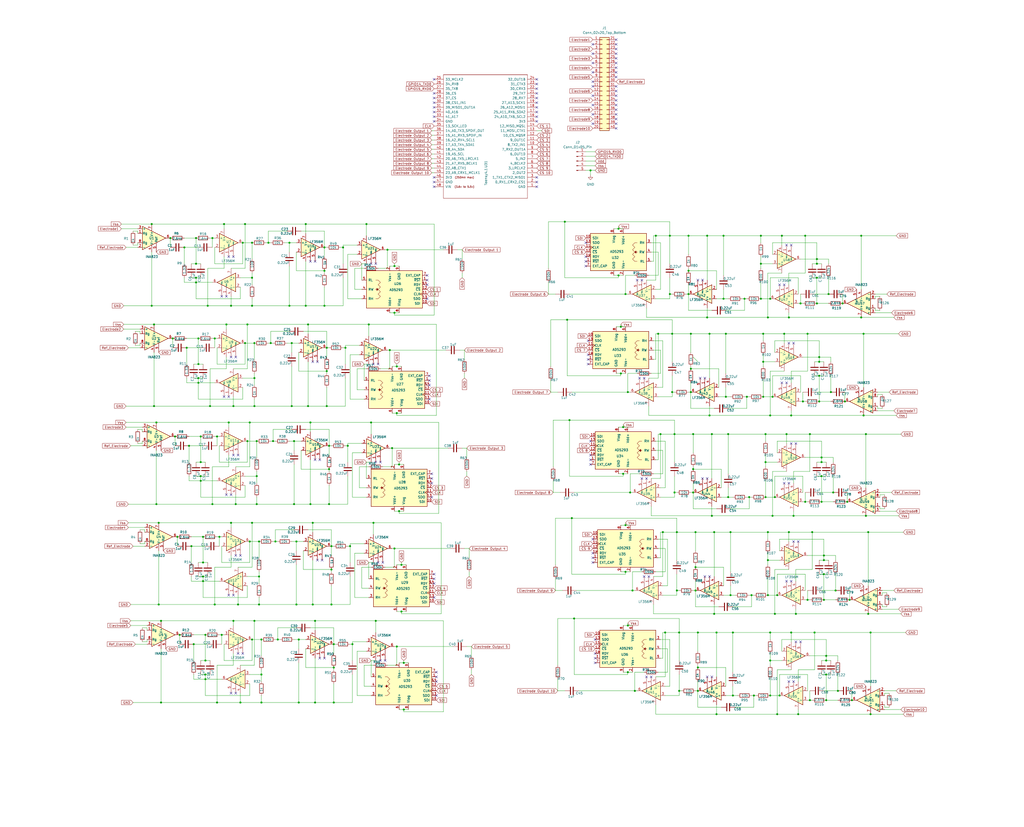
<source format=kicad_sch>
(kicad_sch (version 20231120) (generator "eeschema") (generator_version "8.0")
  (paper "User" 557.2 450)
  (junction (at 85.09 274.32))
  (junction (at 384.81 172.72))
  (junction (at 471.17 280.67))
  (junction (at 83.82 176.53))
  (junction (at 445.77 196.85))
  (junction (at 369.57 375.92))
  (junction (at 378.46 289.56))
  (junction (at 422.91 323.85))
  (junction (at 344.17 321.31))
  (junction (at 321.31 92.71))
  (junction (at 218.44 307.34))
  (junction (at 438.15 128.27))
  (junction (at 213.36 243.84))
  (junction (at 147.32 186.69))
  (junction (at 215.9 224.79))
  (junction (at 186.69 134.62))
  (junction (at 138.43 205.74))
  (junction (at 459.74 218.44))
  (junction (at 444.5 143.51))
  (junction (at 140.97 328.93))
  (junction (at 364.49 128.27))
  (junction (at 106.68 129.54))
  (junction (at 420.37 280.67))
  (junction (at 138.43 220.98))
  (junction (at 101.6 189.23))
  (junction (at 422.91 388.62))
  (junction (at 449.58 381))
  (junction (at 219.71 386.08))
  (junction (at 199.39 121.92))
  (junction (at 187.96 189.23))
  (junction (at 449.58 367.03))
  (junction (at 218.44 332.74))
  (junction (at 201.93 229.87))
  (junction (at 461.01 273.05))
  (junction (at 124.46 229.87))
  (junction (at 419.1 378.46))
  (junction (at 447.04 248.92))
  (junction (at 436.88 218.44))
  (junction (at 386.08 181.61))
  (junction (at 135.89 229.87))
  (junction (at 462.28 326.39))
  (junction (at 408.94 323.85))
  (junction (at 82.55 166.37))
  (junction (at 473.71 344.17))
  (junction (at 415.29 215.9))
  (junction (at 114.3 220.98))
  (junction (at 93.98 184.15))
  (junction (at 342.9 267.97))
  (junction (at 191.77 350.52))
  (junction (at 203.2 284.48))
  (junction (at 109.22 261.62))
  (junction (at 368.3 321.31))
  (junction (at 200.66 176.53))
  (junction (at 134.62 176.53))
  (junction (at 116.84 328.93))
  (junction (at 139.7 274.32))
  (junction (at 419.1 344.17))
  (junction (at 128.27 274.32))
  (junction (at 384.81 128.27))
  (junction (at 138.43 186.69))
  (junction (at 374.65 147.32))
  (junction (at 441.96 289.56))
  (junction (at 125.73 284.48))
  (junction (at 148.59 240.03))
  (junction (at 109.22 259.08))
  (junction (at 365.76 181.61))
  (junction (at 438.15 273.05))
  (junction (at 129.54 328.93))
  (junction (at 416.56 270.51))
  (junction (at 137.16 132.08))
  (junction (at 170.18 328.93))
  (junction (at 166.37 121.92))
  (junction (at 139.7 240.03))
  (junction (at 111.76 359.41))
  (junction (at 157.48 166.37))
  (junction (at 368.3 289.56))
  (junction (at 107.95 198.12))
  (junction (at 358.14 181.61))
  (junction (at 377.19 255.27))
  (junction (at 407.67 270.51))
  (junction (at 137.16 284.48))
  (junction (at 389.89 388.62))
  (junction (at 308.61 173.99))
  (junction (at 364.49 160.02))
  (junction (at 95.25 237.49))
  (junction (at 453.39 267.97))
  (junction (at 181.61 382.27))
  (junction (at 83.82 220.98))
  (junction (at 416.56 236.22))
  (junction (at 215.9 351.79))
  (junction (at 341.63 340.36))
  (junction (at 162.56 347.98))
  (junction (at 179.07 242.57))
  (junction (at 180.34 328.93))
  (junction (at 426.72 181.61))
  (junction (at 171.45 337.82))
  (junction (at 444.5 151.13))
  (junction (at 132.08 132.08))
  (junction (at 336.55 149.86))
  (junction (at 472.44 334.01))
  (junction (at 111.76 367.03))
  (junction (at 104.14 297.18))
  (junction (at 374.65 160.02))
  (junction (at 431.8 280.67))
  (junction (at 417.83 304.8))
  (junction (at 137.16 151.13))
  (junction (at 204.47 337.82))
  (junction (at 158.75 220.98))
  (junction (at 340.36 285.75))
  (junction (at 406.4 215.9))
  (junction (at 410.21 378.46))
  (junction (at 445.77 204.47))
  (junction (at 110.49 316.23))
  (junction (at 214.63 144.78))
  (junction (at 444.5 165.1))
  (junction (at 177.8 189.23))
  (junction (at 398.78 344.17))
  (junction (at 430.53 226.06))
  (junction (at 219.71 360.68))
  (junction (at 111.76 345.44))
  (junction (at 212.09 190.5))
  (junction (at 454.66 321.31))
  (junction (at 181.61 350.52))
  (junction (at 105.41 350.52))
  (junction (at 387.35 236.22))
  (junction (at 339.09 257.81))
  (junction (at 379.73 375.92))
  (junction (at 377.19 267.97))
  (junction (at 309.88 228.6))
  (junction (at 170.18 284.48))
  (junction (at 429.26 289.56))
  (junction (at 414.02 143.51))
  (junction (at 214.63 170.18))
  (junction (at 375.92 181.61))
  (junction (at 171.45 382.27))
  (junction (at 394.97 215.9))
  (junction (at 458.47 165.1))
  (junction (at 86.36 284.48))
  (junction (at 110.49 313.69))
  (junction (at 341.63 213.36))
  (junction (at 447.04 251.46))
  (junction (at 149.86 294.64))
  (junction (at 377.19 236.22))
  (junction (at 398.78 378.46))
  (junction (at 361.95 344.17))
  (junction (at 455.93 375.92))
  (junction (at 215.9 199.39))
  (junction (at 375.92 200.66))
  (junction (at 133.35 121.92))
  (junction (at 420.37 215.9))
  (junction (at 439.42 326.39))
  (junction (at 448.31 326.39))
  (junction (at 356.87 128.27))
  (junction (at 417.83 172.72))
  (junction (at 387.35 280.67))
  (junction (at 118.11 382.27))
  (junction (at 397.51 289.56))
  (junction (at 86.36 328.93))
  (junction (at 140.97 313.69))
  (junction (at 111.76 369.57))
  (junction (at 445.77 194.31))
  (junction (at 375.92 213.36))
  (junction (at 127 220.98))
  (junction (at 134.62 240.03))
  (junction (at 115.57 274.32))
  (junction (at 176.53 166.37))
  (junction (at 450.85 160.02))
  (junction (at 389.89 344.17))
  (junction (at 417.83 323.85))
  (junction (at 177.8 220.98))
  (junction (at 181.61 363.22))
  (junction (at 123.19 176.53))
  (junction (at 116.84 184.15))
  (junction (at 393.7 128.27))
  (junction (at 378.46 321.31))
  (junction (at 445.77 218.44))
  (junction (at 359.41 236.22))
  (junction (at 419.1 226.06))
  (junction (at 394.97 181.61))
  (junction (at 118.11 237.49))
  (junction (at 439.42 181.61))
  (junction (at 444.5 140.97))
  (junction (at 137.16 166.37))
  (junction (at 396.24 236.22))
  (junction (at 416.56 251.46))
  (junction (at 425.45 128.27))
  (junction (at 367.03 236.22))
  (junction (at 190.5 297.18))
  (junction (at 435.61 165.1))
  (junction (at 388.62 289.56))
  (junction (at 472.44 289.56))
  (junction (at 427.99 236.22))
  (junction (at 434.34 388.62))
  (junction (at 180.34 297.18))
  (junction (at 311.15 281.94))
  (junction (at 87.63 337.82))
  (junction (at 146.05 132.08))
  (junction (at 102.87 242.57))
  (junction (at 388.62 334.01))
  (junction (at 106.68 153.67))
  (junction (at 125.73 166.37))
  (junction (at 440.69 381))
  (junction (at 179.07 274.32))
  (junction (at 107.95 205.74))
  (junction (at 158.75 186.69))
  (junction (at 367.03 267.97))
  (junction (at 421.64 334.01))
  (junction (at 386.08 226.06))
  (junction (at 449.58 359.41))
  (junction (at 378.46 308.61))
  (junction (at 176.53 134.62))
  (junction (at 127 337.82))
  (junction (at 415.29 196.85))
  (junction (at 142.24 367.03))
  (junction (at 162.56 382.27))
  (junction (at 82.55 121.92))
  (junction (at 419.1 359.41))
  (junction (at 179.07 255.27))
  (junction (at 106.68 151.13))
  (junction (at 365.76 213.36))
  (junction (at 340.36 160.02))
  (junction (at 138.43 337.82))
  (junction (at 396.24 270.51))
  (junction (at 345.44 375.92))
  (junction (at 414.02 162.56))
  (junction (at 85.09 229.87))
  (junction (at 120.65 345.44))
  (junction (at 429.26 172.72))
  (junction (at 210.82 135.89))
  (junction (at 167.64 220.98))
  (junction (at 448.31 312.42))
  (junction (at 130.81 382.27))
  (junction (at 339.09 232.41))
  (junction (at 415.29 181.61))
  (junction (at 449.58 356.87))
  (junction (at 160.02 274.32))
  (junction (at 433.07 334.01))
  (junction (at 161.29 328.93))
  (junction (at 106.68 143.51))
  (junction (at 133.35 186.69))
  (junction (at 96.52 292.1))
  (junction (at 379.73 363.22))
  (junction (at 119.38 292.1))
  (junction (at 87.63 382.27))
  (junction (at 468.63 128.27))
  (junction (at 417.83 289.56))
  (junction (at 369.57 344.17))
  (junction (at 168.91 274.32))
  (junction (at 137.16 347.98))
  (junction (at 142.24 347.98))
  (junction (at 424.18 378.46))
  (junction (at 109.22 251.46))
  (junction (at 341.63 365.76))
  (junction (at 176.53 147.32))
  (junction (at 167.64 176.53))
  (junction (at 468.63 172.72))
  (junction (at 110.49 292.1))
  (junction (at 360.68 289.56))
  (junction (at 312.42 336.55))
  (junction (at 217.17 278.13))
  (junction (at 107.95 208.28))
  (junction (at 151.13 347.98))
  (junction (at 92.71 129.54))
  (junction (at 142.24 382.27))
  (junction (at 121.92 121.92))
  (junction (at 405.13 162.56))
  (junction (at 214.63 298.45))
  (junction (at 448.31 304.8))
  (junction (at 452.12 213.36))
  (junction (at 448.31 302.26))
  (junction (at 393.7 162.56))
  (junction (at 463.55 381))
  (junction (at 115.57 129.54))
  (junction (at 107.95 184.15))
  (junction (at 469.9 181.61))
  (junction (at 189.23 242.57))
  (junction (at 443.23 344.17))
  (junction (at 421.64 270.51))
  (junction (at 379.73 344.17))
  (junction (at 340.36 311.15))
  (junction (at 430.53 344.17))
  (junction (at 337.82 177.8))
  (junction (at 217.17 252.73))
  (junction (at 469.9 226.06))
  (junction (at 135.89 294.64))
  (junction (at 113.03 166.37))
  (junction (at 447.04 259.08))
  (junction (at 140.97 294.64))
  (junction (at 397.51 323.85))
  (junction (at 109.22 237.49))
  (junction (at 180.34 309.88))
  (junction (at 177.8 201.93))
  (junction (at 157.48 132.08))
  (junction (at 307.34 120.65))
  (junction (at 166.37 166.37))
  (junction (at 471.17 236.22))
  (junction (at 336.55 124.46))
  (junction (at 110.49 306.07))
  (junction (at 473.71 388.62))
  (junction (at 168.91 229.87))
  (junction (at 337.82 203.2))
  (junction (at 161.29 294.64))
  (junction (at 97.79 345.44))
  (junction (at 139.7 259.08))
  (junction (at 414.02 128.27))
  (junction (at 374.65 128.27))
  (junction (at 100.33 134.62))
  (junction (at 440.69 236.22))
  (junction (at 419.1 162.56))
  (junction (at 160.02 240.03))
  (junction (at 447.04 273.05))
  (no_connect (at 234.95 262.89))
  (no_connect (at 349.25 152.4))
  (no_connect (at 292.1 99.06))
  (no_connect (at 171.45 142.24))
  (no_connect (at 132.08 355.6))
  (no_connect (at 168.91 142.24))
  (no_connect (at 335.28 41.91))
  (no_connect (at 292.1 43.18))
  (no_connect (at 350.52 313.69))
  (no_connect (at 335.28 52.07))
  (no_connect (at 232.41 154.94))
  (no_connect (at 237.49 378.46))
  (no_connect (at 322.58 24.13))
  (no_connect (at 323.85 360.68))
  (no_connect (at 207.01 359.41))
  (no_connect (at 318.77 132.08))
  (no_connect (at 433.07 241.3))
  (no_connect (at 234.95 270.51))
  (no_connect (at 236.22 96.52))
  (no_connect (at 322.58 57.15))
  (no_connect (at 322.58 39.37))
  (no_connect (at 351.79 260.35))
  (no_connect (at 205.74 306.07))
  (no_connect (at 320.04 198.12))
  (no_connect (at 232.41 152.4))
  (no_connect (at 427.99 208.28))
  (no_connect (at 292.1 96.52))
  (no_connect (at 384.81 368.3))
  (no_connect (at 322.58 52.07))
  (no_connect (at 172.72 196.85))
  (no_connect (at 318.77 139.7))
  (no_connect (at 234.95 260.35))
  (no_connect (at 321.31 250.19))
  (no_connect (at 129.54 247.65))
  (no_connect (at 386.08 313.69))
  (no_connect (at 322.58 300.99))
  (no_connect (at 201.93 143.51))
  (no_connect (at 292.1 45.72))
  (no_connect (at 323.85 355.6))
  (no_connect (at 322.58 44.45))
  (no_connect (at 205.74 198.12))
  (no_connect (at 382.27 260.35))
  (no_connect (at 335.28 34.29))
  (no_connect (at 237.49 370.84))
  (no_connect (at 320.04 185.42))
  (no_connect (at 431.8 294.64))
  (no_connect (at 335.28 36.83))
  (no_connect (at 349.25 260.35))
  (no_connect (at 292.1 53.34))
  (no_connect (at 236.22 66.04))
  (no_connect (at 426.72 154.94))
  (no_connect (at 387.35 368.3))
  (no_connect (at 127 323.85))
  (no_connect (at 236.22 43.18))
  (no_connect (at 335.28 49.53))
  (no_connect (at 335.28 62.23))
  (no_connect (at 425.45 208.28))
  (no_connect (at 233.68 217.17))
  (no_connect (at 335.28 69.85))
  (no_connect (at 127 247.65))
  (no_connect (at 335.28 21.59))
  (no_connect (at 236.22 325.12))
  (no_connect (at 427.99 133.35))
  (no_connect (at 429.26 262.89))
  (no_connect (at 320.04 193.04))
  (no_connect (at 430.53 316.23))
  (no_connect (at 434.34 294.64))
  (no_connect (at 123.19 161.29))
  (no_connect (at 170.18 196.85))
  (no_connect (at 322.58 293.37))
  (no_connect (at 236.22 317.5))
  (no_connect (at 173.99 250.19))
  (no_connect (at 426.72 262.89))
  (no_connect (at 233.68 209.55))
  (no_connect (at 435.61 349.25))
  (no_connect (at 383.54 313.69))
  (no_connect (at 429.26 186.69))
  (no_connect (at 120.65 161.29))
  (no_connect (at 232.41 162.56))
  (no_connect (at 236.22 53.34))
  (no_connect (at 318.77 144.78))
  (no_connect (at 335.28 57.15))
  (no_connect (at 292.1 50.8))
  (no_connect (at 427.99 316.23))
  (no_connect (at 322.58 67.31))
  (no_connect (at 236.22 314.96))
  (no_connect (at 335.28 24.13))
  (no_connect (at 233.68 207.01))
  (no_connect (at 128.27 377.19))
  (no_connect (at 379.73 152.4))
  (no_connect (at 124.46 139.7))
  (no_connect (at 209.55 359.41))
  (no_connect (at 236.22 99.06))
  (no_connect (at 335.28 31.75))
  (no_connect (at 347.98 205.74))
  (no_connect (at 172.72 304.8))
  (no_connect (at 236.22 312.42))
  (no_connect (at 320.04 195.58))
  (no_connect (at 335.28 64.77))
  (no_connect (at 125.73 269.24))
  (no_connect (at 321.31 247.65))
  (no_connect (at 292.1 101.6))
  (no_connect (at 322.58 34.29))
  (no_connect (at 354.33 368.3))
  (no_connect (at 128.27 302.26))
  (no_connect (at 353.06 313.69))
  (no_connect (at 335.28 39.37))
  (no_connect (at 129.54 355.6))
  (no_connect (at 430.53 133.35))
  (no_connect (at 431.8 370.84))
  (no_connect (at 292.1 60.96))
  (no_connect (at 384.81 260.35))
  (no_connect (at 322.58 62.23))
  (no_connect (at 322.58 46.99))
  (no_connect (at 335.28 46.99))
  (no_connect (at 318.77 142.24))
  (no_connect (at 237.49 365.76))
  (no_connect (at 176.53 358.14))
  (no_connect (at 323.85 347.98))
  (no_connect (at 322.58 303.53))
  (no_connect (at 351.79 368.3))
  (no_connect (at 121.92 215.9))
  (no_connect (at 335.28 67.31))
  (no_connect (at 321.31 240.03))
  (no_connect (at 130.81 302.26))
  (no_connect (at 236.22 50.8))
  (no_connect (at 292.1 48.26))
  (no_connect (at 171.45 250.19))
  (no_connect (at 236.22 63.5))
  (no_connect (at 431.8 186.69))
  (no_connect (at 424.18 154.94))
  (no_connect (at 335.28 26.67))
  (no_connect (at 125.73 194.31))
  (no_connect (at 237.49 368.3))
  (no_connect (at 204.47 143.51))
  (no_connect (at 323.85 358.14))
  (no_connect (at 123.19 269.24))
  (no_connect (at 236.22 101.6))
  (no_connect (at 234.95 257.81))
  (no_connect (at 125.73 377.19))
  (no_connect (at 292.1 66.04))
  (no_connect (at 335.28 29.21))
  (no_connect (at 173.99 358.14))
  (no_connect (at 128.27 194.31))
  (no_connect (at 204.47 251.46))
  (no_connect (at 292.1 63.5))
  (no_connect (at 335.28 59.69))
  (no_connect (at 335.28 54.61))
  (no_connect (at 175.26 304.8))
  (no_connect (at 350.52 205.74))
  (no_connect (at 124.46 323.85))
  (no_connect (at 381 205.74))
  (no_connect (at 382.27 152.4))
  (no_connect (at 233.68 204.47))
  (no_connect (at 236.22 58.42))
  (no_connect (at 430.53 241.3))
  (no_connect (at 236.22 55.88))
  (no_connect (at 322.58 306.07))
  (no_connect (at 429.26 370.84))
  (no_connect (at 232.41 149.86))
  (no_connect (at 292.1 55.88))
  (no_connect (at 208.28 306.07))
  (no_connect (at 321.31 252.73))
  (no_connect (at 383.54 205.74))
  (no_connect (at 236.22 60.96))
  (no_connect (at 127 139.7))
  (no_connect (at 322.58 29.21))
  (no_connect (at 203.2 198.12))
  (no_connect (at 346.71 152.4))
  (no_connect (at 207.01 251.46))
  (no_connect (at 292.1 58.42))
  (no_connect (at 433.07 349.25))
  (no_connect (at 124.46 215.9))
  (bus_entry (at 377.19 194.31) (size 2.54 2.54))
  (wire (pts (xy 421.64 270.51) (xy 421.64 259.08)))
  (wire (pts (xy 447.04 359.41) (xy 449.58 359.41)))
  (wire (pts (xy 69.85 274.32) (xy 85.09 274.32)))
  (wire (pts (xy 187.96 187.96) (xy 187.96 189.23)))
  (wire (pts (xy 213.36 243.84) (xy 213.36 254)))
  (wire (pts (xy 392.43 384.81) (xy 379.73 384.81)))
  (wire (pts (xy 123.19 176.53) (xy 83.82 176.53)))
  (wire (pts (xy 190.5 295.91) (xy 190.5 297.18)))
  (wire (pts (xy 217.17 360.68) (xy 219.71 360.68)))
  (wire (pts (xy 360.68 185.42) (xy 355.6 185.42)))
  (wire (pts (xy 358.14 205.74) (xy 358.14 181.61)))
  (wire (pts (xy 419.1 201.93) (xy 419.1 226.06)))
  (wire (pts (xy 137.16 308.61) (xy 137.16 284.48)))
  (wire (pts (xy 416.56 251.46) (xy 416.56 247.65)))
  (wire (pts (xy 488.95 181.61) (xy 469.9 181.61)))
  (wire (pts (xy 148.59 294.64) (xy 149.86 294.64)))
  (wire (pts (xy 393.7 128.27) (xy 393.7 149.86)))
  (wire (pts (xy 74.93 241.3) (xy 77.47 241.3)))
  (wire (pts (xy 433.07 334.01) (xy 472.44 334.01)))
  (wire (pts (xy 137.16 347.98) (xy 137.16 359.41)))
  (wire (pts (xy 337.82 203.2) (xy 335.28 203.2)))
  (wire (pts (xy 121.92 146.05) (xy 113.03 146.05)))
  (wire (pts (xy 127 361.95) (xy 118.11 361.95)))
  (wire (pts (xy 340.36 311.15) (xy 340.36 312.42)))
  (wire (pts (xy 344.17 365.76) (xy 341.63 365.76)))
  (wire (pts (xy 309.88 228.6) (xy 309.88 259.08)))
  (wire (pts (xy 177.8 201.93) (xy 177.8 203.2)))
  (wire (pts (xy 191.77 367.03) (xy 191.77 382.27)))
  (wire (pts (xy 416.56 254) (xy 416.56 251.46)))
  (wire (pts (xy 436.88 165.1) (xy 435.61 165.1)))
  (wire (pts (xy 321.31 92.71) (xy 321.31 95.25)))
  (wire (pts (xy 445.77 194.31) (xy 445.77 185.42)))
  (wire (pts (xy 139.7 256.54) (xy 139.7 259.08)))
  (wire (pts (xy 416.56 236.22) (xy 427.99 236.22)))
  (wire (pts (xy 106.68 129.54) (xy 106.68 143.51)))
  (wire (pts (xy 342.9 285.75) (xy 340.36 285.75)))
  (wire (pts (xy 359.41 289.56) (xy 359.41 303.53)))
  (wire (pts (xy 234.95 81.28) (xy 236.22 81.28)))
  (wire (pts (xy 444.5 251.46) (xy 447.04 251.46)))
  (wire (pts (xy 415.29 181.61) (xy 415.29 185.42)))
  (wire (pts (xy 200.66 182.88) (xy 200.66 176.53)))
  (wire (pts (xy 176.53 156.21) (xy 176.53 166.37)))
  (wire (pts (xy 368.3 323.85) (xy 360.68 323.85)))
  (wire (pts (xy 459.74 218.44) (xy 459.74 213.36)))
  (wire (pts (xy 146.05 132.08) (xy 147.32 132.08)))
  (wire (pts (xy 160.02 240.03) (xy 160.02 245.11)))
  (wire (pts (xy 389.89 388.62) (xy 422.91 388.62)))
  (wire (pts (xy 478.79 168.91) (xy 476.25 168.91)))
  (wire (pts (xy 87.63 382.27) (xy 87.63 353.06)))
  (wire (pts (xy 436.88 218.44) (xy 436.88 213.36)))
  (wire (pts (xy 120.65 306.07) (xy 135.89 306.07)))
  (wire (pts (xy 419.1 226.06) (xy 430.53 226.06)))
  (wire (pts (xy 417.83 307.34) (xy 417.83 304.8)))
  (wire (pts (xy 354.33 280.67) (xy 387.35 280.67)))
  (wire (pts (xy 139.7 270.51) (xy 139.7 274.32)))
  (wire (pts (xy 196.85 143.51) (xy 196.85 152.4)))
  (wire (pts (xy 481.33 384.81) (xy 481.33 383.54)))
  (wire (pts (xy 455.93 375.92) (xy 455.93 367.03)))
  (wire (pts (xy 142.24 356.87) (xy 142.24 347.98)))
  (wire (pts (xy 345.44 375.92) (xy 346.71 375.92)))
  (wire (pts (xy 486.41 321.31) (xy 480.06 321.31)))
  (wire (pts (xy 476.25 168.91) (xy 476.25 167.64)))
  (wire (pts (xy 156.21 186.69) (xy 158.75 186.69)))
  (wire (pts (xy 107.95 208.28) (xy 116.84 208.28)))
  (wire (pts (xy 421.64 309.88) (xy 421.64 334.01)))
  (wire (pts (xy 149.86 288.29) (xy 149.86 294.64)))
  (wire (pts (xy 360.68 245.11) (xy 360.68 257.81)))
  (wire (pts (xy 487.68 278.13) (xy 478.79 278.13)))
  (wire (pts (xy 433.07 309.88) (xy 441.96 309.88)))
  (wire (pts (xy 121.92 359.41) (xy 137.16 359.41)))
  (wire (pts (xy 148.59 233.68) (xy 148.59 240.03)))
  (wire (pts (xy 391.16 200.66) (xy 375.92 200.66)))
  (wire (pts (xy 132.08 205.74) (xy 138.43 205.74)))
  (wire (pts (xy 167.64 176.53) (xy 134.62 176.53)))
  (wire (pts (xy 424.18 304.8) (xy 417.83 304.8)))
  (wire (pts (xy 68.58 220.98) (xy 83.82 220.98)))
  (wire (pts (xy 148.59 240.03) (xy 149.86 240.03)))
  (wire (pts (xy 190.5 328.93) (xy 180.34 328.93)))
  (wire (pts (xy 298.45 160.02) (xy 302.26 160.02)))
  (wire (pts (xy 419.1 162.56) (xy 419.1 151.13)))
  (wire (pts (xy 138.43 337.82) (xy 127 337.82)))
  (wire (pts (xy 127 361.95) (xy 127 355.6)))
  (wire (pts (xy 193.04 325.12) (xy 193.04 300.99)))
  (wire (pts (xy 180.34 242.57) (xy 179.07 242.57)))
  (wire (pts (xy 181.61 341.63) (xy 181.61 350.52)))
  (wire (pts (xy 217.17 279.4) (xy 238.76 279.4)))
  (wire (pts (xy 318.77 87.63) (xy 323.85 87.63)))
  (wire (pts (xy 219.71 360.68) (xy 222.25 360.68)))
  (wire (pts (xy 241.3 135.89) (xy 210.82 135.89)))
  (wire (pts (xy 78.74 288.29) (xy 78.74 289.56)))
  (wire (pts (xy 308.61 173.99) (xy 299.72 173.99)))
  (wire (pts (xy 194.31 378.46) (xy 201.93 378.46)))
  (wire (pts (xy 431.8 280.67) (xy 471.17 280.67)))
  (wire (pts (xy 425.45 359.41) (xy 419.1 359.41)))
  (wire (pts (xy 359.41 190.5) (xy 359.41 203.2)))
  (wire (pts (xy 361.95 298.45) (xy 361.95 311.15)))
  (wire (pts (xy 104.14 316.23) (xy 104.14 313.69)))
  (wire (pts (xy 140.97 328.93) (xy 129.54 328.93)))
  (wire (pts (xy 445.77 304.8) (xy 448.31 304.8)))
  (wire (pts (xy 119.38 292.1) (xy 120.65 292.1)))
  (wire (pts (xy 124.46 229.87) (xy 85.09 229.87)))
  (wire (pts (xy 386.08 220.98) (xy 386.08 226.06)))
  (wire (pts (xy 106.68 153.67) (xy 106.68 162.56)))
  (wire (pts (xy 482.6 160.02) (xy 476.25 160.02)))
  (wire (pts (xy 415.29 207.01) (xy 415.29 215.9)))
  (wire (pts (xy 389.89 368.3) (xy 389.89 344.17)))
  (wire (pts (xy 209.55 308.61) (xy 214.63 308.61)))
  (wire (pts (xy 438.15 148.59) (xy 438.15 128.27)))
  (wire (pts (xy 135.89 254) (xy 135.89 229.87)))
  (wire (pts (xy 439.42 367.03) (xy 424.18 367.03)))
  (wire (pts (xy 365.76 181.61) (xy 365.76 196.85)))
  (wire (pts (xy 107.95 198.12) (xy 110.49 198.12)))
  (wire (pts (xy 125.73 284.48) (xy 125.73 287.02)))
  (wire (pts (xy 210.82 361.95) (xy 215.9 361.95)))
  (wire (pts (xy 119.38 242.57) (xy 119.38 251.46)))
  (wire (pts (xy 359.41 132.08) (xy 359.41 157.48)))
  (wire (pts (xy 67.31 166.37) (xy 82.55 166.37)))
  (wire (pts (xy 452.12 194.31) (xy 452.12 196.85)))
  (wire (pts (xy 207.01 200.66) (xy 212.09 200.66)))
  (wire (pts (xy 251.46 135.89) (xy 251.46 140.97)))
  (wire (pts (xy 420.37 138.43) (xy 420.37 132.08)))
  (wire (pts (xy 71.12 337.82) (xy 87.63 337.82)))
  (wire (pts (xy 358.14 137.16) (xy 354.33 137.16)))
  (wire (pts (xy 96.52 292.1) (xy 96.52 297.18)))
  (wire (pts (xy 219.71 387.35) (xy 241.3 387.35)))
  (wire (pts (xy 255.27 298.45) (xy 255.27 303.53)))
  (wire (pts (xy 203.2 290.83) (xy 203.2 284.48)))
  (wire (pts (xy 176.53 147.32) (xy 176.53 148.59)))
  (wire (pts (xy 354.33 275.59) (xy 354.33 280.67)))
  (wire (pts (xy 109.22 261.62) (xy 109.22 259.08)))
  (wire (pts (xy 139.7 248.92) (xy 139.7 240.03)))
  (wire (pts (xy 215.9 224.79) (xy 215.9 226.06)))
  (wire (pts (xy 425.45 148.59) (xy 417.83 148.59)))
  (wire (pts (xy 364.49 128.27) (xy 364.49 143.51)))
  (wire (pts (xy 234.95 71.12) (xy 236.22 71.12)))
  (wire (pts (xy 189.23 242.57) (xy 189.23 251.46)))
  (wire (pts (xy 186.69 133.35) (xy 186.69 134.62)))
  (wire (pts (xy 189.23 241.3) (xy 189.23 242.57)))
  (wire (pts (xy 337.82 203.2) (xy 337.82 204.47)))
  (wire (pts (xy 429.26 294.64) (xy 429.26 289.56)))
  (wire (pts (xy 408.94 323.85) (xy 407.67 323.85)))
  (wire (pts (xy 307.34 120.65) (xy 298.45 120.65)))
  (wire (pts (xy 177.8 134.62) (xy 176.53 134.62)))
  (wire (pts (xy 394.97 181.61) (xy 394.97 203.2)))
  (wire (pts (xy 201.93 359.41) (xy 201.93 368.3)))
  (wire (pts (xy 176.53 134.62) (xy 176.53 139.7)))
  (wire (pts (xy 190.5 297.18) (xy 190.5 306.07)))
  (wire (pts (xy 339.09 149.86) (xy 336.55 149.86)))
  (wire (pts (xy 359.41 157.48) (xy 356.87 157.48)))
  (wire (pts (xy 438.15 218.44) (xy 436.88 218.44)))
  (wire (pts (xy 389.89 383.54) (xy 389.89 388.62)))
  (wire (pts (xy 339.09 257.81) (xy 339.09 259.08)))
  (wire (pts (xy 109.22 259.08) (xy 111.76 259.08)))
  (wire (pts (xy 414.02 128.27) (xy 414.02 132.08)))
  (wire (pts (xy 113.03 146.05) (xy 113.03 166.37)))
  (wire (pts (xy 73.66 187.96) (xy 76.2 187.96)))
  (wire (pts (xy 123.19 200.66) (xy 114.3 200.66)))
  (wire (pts (xy 420.37 280.67) (xy 431.8 280.67)))
  (wire (pts (xy 435.61 165.1) (xy 435.61 160.02)))
  (wire (pts (xy 254 351.79) (xy 256.54 351.79)))
  (wire (pts (xy 419.1 369.57) (xy 419.1 378.46)))
  (wire (pts (xy 161.29 294.64) (xy 165.1 294.64)))
  (wire (pts (xy 115.57 129.54) (xy 115.57 134.62)))
  (wire (pts (xy 487.68 375.92) (xy 481.33 375.92)))
  (wire (pts (xy 119.38 292.1) (xy 119.38 297.18)))
  (wire (pts (xy 101.6 189.23) (xy 109.22 189.23)))
  (wire (pts (xy 187.96 187.96) (xy 195.58 187.96)))
  (wire (pts (xy 168.91 250.19) (xy 168.91 274.32)))
  (wire (pts (xy 162.56 347.98) (xy 162.56 353.06)))
  (wire (pts (xy 218.44 307.34) (xy 220.98 307.34)))
  (wire (pts (xy 187.96 189.23) (xy 187.96 198.12)))
  (wire (pts (xy 397.51 276.86) (xy 407.67 276.86)))
  (wire (pts (xy 128.27 254) (xy 135.89 254)))
  (wire (pts (xy 106.68 259.08) (xy 109.22 259.08)))
  (wire (pts (xy 163.83 245.11) (xy 163.83 255.27)))
  (wire (pts (xy 201.93 236.22) (xy 201.93 229.87)))
  (wire (pts (xy 134.62 200.66) (xy 134.62 176.53)))
  (wire (pts (xy 170.18 289.56) (xy 170.18 284.48)))
  (wire (pts (xy 339.09 259.08) (xy 309.88 259.08)))
  (wire (pts (xy 191.77 350.52) (xy 191.77 359.41)))
  (wire (pts (xy 116.84 328.93) (xy 86.36 328.93)))
  (wire (pts (xy 106.68 153.67) (xy 106.68 151.13)))
  (wire (pts (xy 434.34 388.62) (xy 434.34 386.08)))
  (wire (pts (xy 160.02 252.73) (xy 160.02 274.32)))
  (wire (pts (xy 72.39 125.73) (xy 74.93 125.73)))
  (wire (pts (xy 364.49 120.65) (xy 364.49 128.27)))
  (wire (pts (xy 340.36 149.86) (xy 340.36 160.02)))
  (wire (pts (xy 369.57 336.55) (xy 369.57 344.17)))
  (wire (pts (xy 414.02 153.67) (xy 414.02 162.56)))
  (wire (pts (xy 478.79 269.24) (xy 478.79 270.51)))
  (wire (pts (xy 391.16 210.82) (xy 391.16 200.66)))
  (wire (pts (xy 364.49 160.02) (xy 364.49 151.13)))
  (wire (pts (xy 341.63 365.76) (xy 339.09 365.76)))
  (wire (pts (xy 491.49 289.56) (xy 472.44 289.56)))
  (wire (pts (xy 309.88 160.02) (xy 340.36 160.02)))
  (wire (pts (xy 344.17 340.36) (xy 341.63 340.36)))
  (wire (pts (xy 443.23 344.17) (xy 473.71 344.17)))
  (wire (pts (xy 422.91 240.03) (xy 447.04 240.03)))
  (wire (pts (xy 419.1 344.17) (xy 419.1 347.98)))
  (wire (pts (xy 167.64 196.85) (xy 167.64 220.98)))
  (wire (pts (xy 364.49 347.98) (xy 364.49 373.38)))
  (wire (pts (xy 430.53 226.06) (xy 430.53 223.52)))
  (wire (pts (xy 368.3 289.56) (xy 378.46 289.56)))
  (wire (pts (xy 342.9 267.97) (xy 344.17 267.97)))
  (wire (pts (xy 378.46 289.56) (xy 388.62 289.56)))
  (wire (pts (xy 71.12 242.57) (xy 77.47 242.57)))
  (wire (pts (xy 393.7 162.56) (xy 393.7 157.48)))
  (wire (pts (xy 118.11 361.95) (xy 118.11 382.27)))
  (wire (pts (xy 210.82 135.89) (xy 209.55 135.89)))
  (wire (pts (xy 359.41 303.53) (xy 358.14 303.53)))
  (wire (pts (xy 138.43 205.74) (xy 138.43 209.55)))
  (wire (pts (xy 132.08 217.17) (xy 107.95 217.17)))
  (wire (pts (xy 449.58 356.87) (xy 440.69 356.87)))
  (wire (pts (xy 109.22 237.49) (xy 109.22 251.46)))
  (wire (pts (xy 463.55 381) (xy 463.55 375.92)))
  (wire (pts (xy 396.24 236.22) (xy 416.56 236.22)))
  (wire (pts (xy 337.82 204.47) (xy 308.61 204.47)))
  (wire (pts (xy 104.14 143.51) (xy 106.68 143.51)))
  (wire (pts (xy 482.6 322.58) (xy 480.06 322.58)))
  (wire (pts (xy 102.87 261.62) (xy 102.87 259.08)))
  (wire (pts (xy 189.23 242.57) (xy 187.96 242.57)))
  (wire (pts (xy 369.57 375.92) (xy 369.57 367.03)))
  (wire (pts (xy 410.21 384.81) (xy 410.21 378.46)))
  (wire (pts (xy 195.58 265.43) (xy 199.39 265.43)))
  (wire (pts (xy 214.63 170.18) (xy 214.63 171.45)))
  (wire (pts (xy 481.33 377.19) (xy 481.33 378.46)))
  (wire (pts (xy 168.91 274.32) (xy 160.02 274.32)))
  (wire (pts (xy 450.85 140.97) (xy 450.85 143.51)))
  (wire (pts (xy 386.08 181.61) (xy 394.97 181.61)))
  (wire (pts (xy 360.68 313.69) (xy 360.68 289.56)))
  (wire (pts (xy 342.9 311.15) (xy 340.36 311.15)))
  (wire (pts (xy 134.62 318.77) (xy 134.62 325.12)))
  (wire (pts (xy 368.3 323.85) (xy 368.3 321.31)))
  (wire (pts (xy 106.68 143.51) (xy 109.22 143.51)))
  (wire (pts (xy 336.55 124.46) (xy 336.55 123.19)))
  (wire (pts (xy 161.29 294.64) (xy 161.29 299.72)))
  (wire (pts (xy 415.29 196.85) (xy 415.29 193.04)))
  (wire (pts (xy 128.27 274.32) (xy 115.57 274.32)))
  (wire (pts (xy 438.15 273.05) (xy 438.15 267.97)))
  (wire (pts (xy 302.26 307.34) (xy 302.26 281.94)))
  (wire (pts (xy 337.82 177.8) (xy 337.82 176.53)))
  (wire (pts (xy 189.23 259.08) (xy 189.23 274.32)))
  (wire (pts (xy 135.89 378.46) (xy 111.76 378.46)))
  (wire (pts (xy 421.64 196.85) (xy 415.29 196.85)))
  (wire (pts (xy 109.22 261.62) (xy 109.22 270.51)))
  (wire (pts (xy 444.5 151.13) (xy 447.04 151.13)))
  (wire (pts (xy 434.34 364.49) (xy 443.23 364.49)))
  (wire (pts (xy 240.03 334.01) (xy 240.03 284.48)))
  (wire (pts (xy 455.93 356.87) (xy 455.93 359.41)))
  (wire (pts (xy 214.63 298.45) (xy 214.63 308.61)))
  (wire (pts (xy 364.49 162.56) (xy 356.87 162.56)))
  (wire (pts (xy 471.17 280.67) (xy 488.95 280.67)))
  (wire (pts (xy 165.1 309.88) (xy 180.34 309.88)))
  (wire (pts (xy 116.84 134.62) (xy 116.84 143.51)))
  (wire (pts (xy 435.61 204.47) (xy 420.37 204.47)))
  (wire (pts (xy 387.35 275.59) (xy 387.35 280.67)))
  (wire (pts (xy 135.89 229.87) (xy 124.46 229.87)))
  (wire (pts (xy 396.24 222.25) (xy 406.4 222.25)))
  (wire (pts (xy 191.77 270.51) (xy 199.39 270.51)))
  (wire (pts (xy 149.86 294.64) (xy 151.13 294.64)))
  (wire (pts (xy 212.09 190.5) (xy 210.82 190.5)))
  (wire (pts (xy 435.61 213.36) (xy 435.61 204.47)))
  (wire (pts (xy 452.12 194.31) (xy 445.77 194.31)))
  (wire (pts (xy 340.36 160.02) (xy 341.63 160.02)))
  (wire (pts (xy 309.88 228.6) (xy 367.03 228.6)))
  (wire (pts (xy 201.93 251.46) (xy 199.39 251.46)))
  (wire (pts (xy 426.72 186.69) (xy 426.72 181.61)))
  (wire (pts (xy 492.76 344.17) (xy 473.71 344.17)))
  (wire (pts (xy 105.41 369.57) (xy 111.76 369.57)))
  (wire (pts (xy 311.15 281.94) (xy 368.3 281.94)))
  (wire (pts (xy 421.64 270.51) (xy 416.56 270.51)))
  (wire (pts (xy 130.81 162.56) (xy 106.68 162.56)))
  (wire (pts (xy 427.99 236.22) (xy 440.69 236.22)))
  (wire (pts (xy 102.87 242.57) (xy 110.49 242.57)))
  (wire (pts (xy 454.66 326.39) (xy 448.31 326.39)))
  (wire (pts (xy 445.77 196.85) (xy 448.31 196.85)))
  (wire (pts (xy 374.65 128.27) (xy 374.65 138.43)))
  (wire (pts (xy 214.63 298.45) (xy 213.36 298.45)))
  (wire (pts (xy 86.36 328.93) (xy 86.36 299.72)))
  (wire (pts (xy 245.11 298.45) (xy 214.63 298.45)))
  (wire (pts (xy 342.9 257.81) (xy 342.9 267.97)))
  (wire (pts (xy 455.93 375.92) (xy 448.31 375.92)))
  (wire (pts (xy 483.87 377.19) (xy 481.33 377.19)))
  (wire (pts (xy 468.63 128.27) (xy 468.63 157.48)))
  (wire (pts (xy 124.46 254) (xy 124.46 247.65)))
  (wire (pts (xy 420.37 256.54) (xy 420.37 280.67)))
  (wire (pts (xy 341.63 203.2) (xy 341.63 213.36)))
  (wire (pts (xy 162.56 191.77) (xy 162.56 201.93)))
  (wire (pts (xy 190.5 217.17) (xy 190.5 193.04)))
  (wire (pts (xy 340.36 285.75) (xy 337.82 285.75)))
  (wire (pts (xy 478.79 161.29) (xy 476.25 161.29)))
  (wire (pts (xy 447.04 259.08) (xy 449.58 259.08)))
  (wire (pts (xy 389.89 157.48) (xy 389.89 147.32)))
  (wire (pts (xy 137.16 140.97) (xy 137.16 132.08)))
  (wire (pts (xy 436.88 259.08) (xy 421.64 259.08)))
  (wire (pts (xy 397.51 289.56) (xy 417.83 289.56)))
  (wire (pts (xy 71.12 328.93) (xy 86.36 328.93)))
  (wire (pts (xy 137.16 284.48) (xy 125.73 284.48)))
  (wire (pts (xy 110.49 316.23) (xy 110.49 313.69)))
  (wire (pts (xy 198.12 198.12) (xy 198.12 207.01)))
  (wire (pts (xy 355.6 142.24) (xy 354.33 142.24)))
  (wire (pts (xy 341.63 340.36) (xy 339.09 340.36)))
  (wire (pts (xy 251.46 148.59) (xy 251.46 151.13)))
  (wire (pts (xy 445.77 194.31) (xy 436.88 194.31)))
  (wire (pts (xy 111.76 369.57) (xy 111.76 378.46)))
  (wire (pts (xy 373.38 160.02) (xy 374.65 160.02)))
  (wire (pts (xy 208.28 254) (xy 213.36 254)))
  (wire (pts (xy 133.35 186.69) (xy 133.35 198.12)))
  (wire (pts (xy 480.06 222.25) (xy 477.52 222.25)))
  (wire (pts (xy 450.85 165.1) (xy 444.5 165.1)))
  (wire (pts (xy 254 256.54) (xy 254 259.08)))
  (wire (pts (xy 135.89 367.03) (xy 142.24 367.03)))
  (wire (pts (xy 364.49 128.27) (xy 374.65 128.27)))
  (wire (pts (xy 158.75 186.69) (xy 158.75 191.77)))
  (wire (pts (xy 198.12 361.95) (xy 203.2 361.95)))
  (wire (pts (xy 204.47 359.41) (xy 201.93 359.41)))
  (wire (pts (xy 105.41 350.52) (xy 105.41 359.41)))
  (wire (pts (xy 214.63 170.18) (xy 217.17 170.18)))
  (wire (pts (xy 396.24 162.56) (xy 393.7 162.56)))
  (wire (pts (xy 336.55 149.86) (xy 336.55 151.13)))
  (wire (pts (xy 109.22 359.41) (xy 111.76 359.41)))
  (wire (pts (xy 243.84 243.84) (xy 213.36 243.84)))
  (wire (pts (xy 351.79 152.4) (xy 356.87 152.4)))
  (wire (pts (xy 422.91 246.38) (xy 422.91 240.03)))
  (wire (pts (xy 179.07 274.32) (xy 168.91 274.32)))
  (wire (pts (xy 308.61 173.99) (xy 308.61 204.47)))
  (wire (pts (xy 340.36 312.42) (xy 311.15 312.42)))
  (wire (pts (xy 434.34 151.13) (xy 419.1 151.13)))
  (wire (pts (xy 421.64 185.42) (xy 445.77 185.42)))
  (wire (pts (xy 425.45 128.27) (xy 438.15 128.27)))
  (wire (pts (xy 215.9 351.79) (xy 214.63 351.79)))
  (wire (pts (xy 318.77 92.71) (xy 321.31 92.71)))
  (wire (pts (xy 318.77 90.17) (xy 323.85 90.17)))
  (wire (pts (xy 384.81 172.72) (xy 417.83 172.72)))
  (wire (pts (xy 356.87 388.62) (xy 389.89 388.62)))
  (wire (pts (xy 248.92 135.89) (xy 251.46 135.89)))
  (wire (pts (xy 438.15 273.05) (xy 436.88 273.05)))
  (wire (pts (xy 375.92 181.61) (xy 386.08 181.61)))
  (wire (pts (xy 113.03 166.37) (xy 82.55 166.37)))
  (wire (pts (xy 194.31 378.46) (xy 194.31 354.33)))
  (wire (pts (xy 361.95 240.03) (xy 361.95 265.43)))
  (wire (pts (xy 125.73 166.37) (xy 113.03 166.37)))
  (wire (pts (xy 337.82 177.8) (xy 335.28 177.8)))
  (wire (pts (xy 391.16 330.2) (xy 378.46 330.2)))
  (wire (pts (xy 425.45 347.98) (xy 449.58 347.98)))
  (wire (pts (xy 356.87 181.61) (xy 356.87 195.58)))
  (wire (pts (xy 73.66 180.34) (xy 76.2 180.34)))
  (wire (pts (xy 309.88 228.6) (xy 300.99 228.6)))
  (wire (pts (xy 191.77 270.51) (xy 191.77 246.38)))
  (wire (pts (xy 359.41 132.08) (xy 354.33 132.08)))
  (wire (pts (xy 414.02 146.05) (xy 414.02 143.51)))
  (wire (pts (xy 341.63 367.03) (xy 312.42 367.03)))
  (wire (pts (xy 256.54 364.49) (xy 256.54 367.03)))
  (wire (pts (xy 355.6 257.81) (xy 360.68 257.81)))
  (wire (pts (xy 454.66 321.31) (xy 447.04 321.31)))
  (wire (pts (xy 147.32 186.69) (xy 148.59 186.69)))
  (wire (pts (xy 411.48 378.46) (xy 410.21 378.46)))
  (wire (pts (xy 137.16 162.56) (xy 137.16 166.37)))
  (wire (pts (xy 429.26 289.56) (xy 441.96 289.56)))
  (wire (pts (xy 237.49 176.53) (xy 200.66 176.53)))
  (wire (pts (xy 368.3 321.31) (xy 368.3 312.42)))
  (wire (pts (xy 162.56 347.98) (xy 166.37 347.98)))
  (wire (pts (xy 480.06 322.58) (xy 480.06 323.85)))
  (wire (pts (xy 378.46 375.92) (xy 379.73 375.92)))
  (wire (pts (xy 196.85 320.04) (xy 196.85 308.61)))
  (wire (pts (xy 355.6 334.01) (xy 388.62 334.01)))
  (wire (pts (xy 341.63 365.76) (xy 341.63 367.03)))
  (wire (pts (xy 417.83 304.8) (xy 417.83 300.99)))
  (wire (pts (xy 167.64 220.98) (xy 158.75 220.98)))
  (wire (pts (xy 168.91 234.95) (xy 168.91 229.87)))
  (wire (pts (xy 212.09 170.18) (xy 214.63 170.18)))
  (wire (pts (xy 171.45 382.27) (xy 162.56 382.27)))
  (wire (pts (xy 199.39 128.27) (xy 199.39 121.92)))
  (wire (pts (xy 199.39 121.92) (xy 166.37 121.92)))
  (wire (pts (xy 400.05 323.85) (xy 397.51 323.85)))
  (wire (pts (xy 138.43 361.95) (xy 138.43 337.82)))
  (wire (pts (xy 363.22 293.37) (xy 363.22 318.77)))
  (wire (pts (xy 298.45 153.67) (xy 298.45 160.02)))
  (wire (pts (xy 129.54 328.93) (xy 116.84 328.93)))
  (wire (pts (xy 161.29 341.63) (xy 151.13 341.63)))
  (wire (pts (xy 234.95 73.66) (xy 236.22 73.66)))
  (wire (pts (xy 193.04 300.99) (xy 198.12 300.99)))
  (wire (pts (xy 398.78 378.46) (xy 394.97 378.46)))
  (wire (pts (xy 139.7 259.08) (xy 139.7 262.89)))
  (wire (pts (xy 196.85 308.61) (xy 201.93 308.61)))
  (wire (pts (xy 358.14 137.16) (xy 358.14 149.86)))
  (wire (pts (xy 118.11 237.49) (xy 119.38 237.49)))
  (wire (pts (xy 440.69 256.54) (xy 440.69 236.22)))
  (wire (pts (xy 138.43 203.2) (xy 138.43 205.74)))
  (wire (pts (xy 356.87 368.3) (xy 361.95 368.3)))
  (wire (pts (xy 177.8 189.23) (xy 177.8 194.31)))
  (wire (pts (xy 115.57 184.15) (xy 116.84 184.15)))
  (wire (pts (xy 415.29 181.61) (xy 426.72 181.61)))
  (wire (pts (xy 393.7 318.77) (xy 393.7 308.61)))
  (wire (pts (xy 105.41 345.44) (xy 111.76 345.44)))
  (wire (pts (xy 430.53 364.49) (xy 422.91 364.49)))
  (wire (pts (xy 353.06 205.74) (xy 358.14 205.74)))
  (wire (pts (xy 127 215.9) (xy 127 220.98)))
  (wire (pts (xy 429.26 309.88) (xy 421.64 309.88)))
  (wire (pts (xy 218.44 334.01) (xy 240.03 334.01)))
  (wire (pts (xy 472.44 289.56) (xy 472.44 318.77)))
  (wire (pts (xy 375.92 267.97) (xy 377.19 267.97)))
  (wire (pts (xy 419.1 361.95) (xy 419.1 359.41)))
  (wire (pts (xy 161.29 137.16) (xy 161.29 147.32)))
  (wire (pts (xy 180.34 288.29) (xy 180.34 297.18)))
  (wire (pts (xy 177.8 220.98) (xy 167.64 220.98)))
  (wire (pts (xy 449.58 367.03) (xy 449.58 381)))
  (wire (pts (xy 445.77 204.47) (xy 445.77 218.44)))
  (wire (pts (xy 160.02 288.29) (xy 149.86 288.29)))
  (wire (pts (xy 116.84 308.61) (xy 116.84 328.93)))
  (wire (pts (xy 443.23 204.47) (xy 445.77 204.47)))
  (wire (pts (xy 424.18 299.72) (xy 424.18 293.37)))
  (wire (pts (xy 454.66 321.31) (xy 454.66 312.42)))
  (wire (pts (xy 367.03 236.22) (xy 367.03 251.46)))
  (wire (pts (xy 200.66 198.12) (xy 198.12 198.12)))
  (wire (pts (xy 401.32 378.46) (xy 398.78 378.46)))
  (wire (pts (xy 102.87 237.49) (xy 109.22 237.49)))
  (wire (pts (xy 483.87 213.36) (xy 477.52 213.36)))
  (wire (pts (xy 426.72 181.61) (xy 439.42 181.61)))
  (wire (pts (xy 127 337.82) (xy 127 340.36)))
  (wire (pts (xy 74.93 233.68) (xy 77.47 233.68)))
  (wire (pts (xy 397.51 289.56) (xy 397.51 311.15)))
  (wire (pts (xy 115.57 129.54) (xy 116.84 129.54)))
  (wire (pts (xy 389.89 147.32) (xy 374.65 147.32)))
  (wire (pts (xy 158.75 294.64) (xy 161.29 294.64)))
  (wire (pts (xy 339.09 124.46) (xy 336.55 124.46)))
  (wire (pts (xy 67.31 179.07) (xy 76.2 179.07)))
  (wire (pts (xy 422.91 364.49) (xy 422.91 388.62)))
  (wire (pts (xy 133.35 121.92) (xy 121.92 121.92)))
  (wire (pts (xy 384.81 128.27) (xy 393.7 128.27)))
  (wire (pts (xy 142.24 382.27) (xy 130.81 382.27)))
  (wire (pts (xy 369.57 344.17) (xy 369.57 359.41)))
  (wire (pts (xy 450.85 160.02) (xy 443.23 160.02)))
  (wire (pts (xy 344.17 311.15) (xy 344.17 321.31)))
  (wire (pts (xy 398.78 344.17) (xy 419.1 344.17)))
  (wire (pts (xy 147.32 240.03) (xy 148.59 240.03)))
  (wire (pts (xy 368.3 289.56) (xy 368.3 304.8)))
  (wire (pts (xy 105.41 369.57) (xy 105.41 367.03)))
  (wire (pts (xy 180.34 328.93) (xy 170.18 328.93)))
  (wire (pts (xy 166.37 233.68) (xy 179.07 233.68)))
  (wire (pts (xy 80.01 341.63) (xy 80.01 342.9)))
  (wire (pts (xy 194.31 212.09) (xy 198.12 212.09)))
  (wire (pts (xy 236.22 171.45) (xy 236.22 121.92)))
  (wire (pts (xy 213.36 199.39) (xy 215.9 199.39)))
  (wire (pts (xy 180.34 309.88) (xy 180.34 311.15)))
  (wire (pts (xy 447.04 251.46) (xy 449.58 251.46)))
  (wire (pts (xy 478.79 276.86) (xy 478.79 275.59)))
  (wire (pts (xy 176.53 166.37) (xy 166.37 166.37)))
  (wire (pts (xy 181.61 297.18) (xy 180.34 297.18)))
  (wire (pts (xy 118.11 382.27) (xy 87.63 382.27)))
  (wire (pts (xy 311.15 281.94) (xy 311.15 312.42)))
  (wire (pts (xy 397.51 323.85) (xy 393.7 323.85)))
  (wire (pts (xy 312.42 267.97) (xy 342.9 267.97)))
  (wire (pts (xy 448.31 304.8) (xy 450.85 304.8)))
  (wire (pts (xy 408.94 330.2) (xy 408.94 323.85)))
  (wire (pts (xy 439.42 375.92) (xy 439.42 367.03)))
  (wire (pts (xy 140.97 303.53) (xy 140.97 294.64)))
  (wire (pts (xy 471.17 236.22) (xy 471.17 265.43)))
  (wire (pts (xy 387.35 236.22) (xy 396.24 236.22)))
  (wire (pts (xy 444.5 151.13) (xy 444.5 165.1)))
  (wire (pts (xy 473.71 388.62) (xy 491.49 388.62)))
  (wire (pts (xy 219.71 386.08) (xy 219.71 387.35)))
  (wire (pts (xy 104.14 292.1) (xy 110.49 292.1)))
  (wire (pts (xy 218.44 332.74) (xy 220.98 332.74)))
  (wire (pts (xy 336.55 149.86) (xy 334.01 149.86)))
  (wire (pts (xy 448.31 302.26) (xy 448.31 304.8)))
  (wire (pts (xy 355.6 328.93) (xy 355.6 334.01)))
  (wire (pts (xy 170.18 284.48) (xy 137.16 284.48)))
  (wire (pts (xy 443.23 196.85) (xy 445.77 196.85)))
  (wire (pts (xy 361.95 240.03) (xy 356.87 240.03)))
  (wire (pts (xy 76.2 295.91) (xy 78.74 295.91)))
  (wire (pts (xy 214.63 171.45) (xy 236.22 171.45)))
  (wire (pts (xy 101.6 208.28) (xy 101.6 205.74)))
  (wire (pts (xy 219.71 360.68) (xy 219.71 359.41)))
  (wire (pts (xy 303.53 361.95) (xy 303.53 336.55)))
  (wire (pts (xy 163.83 255.27) (xy 179.07 255.27)))
  (wire (pts (xy 107.95 208.28) (xy 107.95 205.74)))
  (wire (pts (xy 377.19 276.86) (xy 377.19 267.97)))
  (wire (pts (xy 365.76 215.9) (xy 358.14 215.9)))
  (wire (pts (xy 360.68 344.17) (xy 360.68 358.14)))
  (wire (pts (xy 318.77 85.09) (xy 323.85 85.09)))
  (wire (pts (xy 364.49 347.98) (xy 359.41 347.98)))
  (wire (pts (xy 353.06 226.06) (xy 386.08 226.06)))
  (wire (pts (xy 215.9 226.06) (xy 237.49 226.06)))
  (wire (pts (xy 167.64 181.61) (xy 167.64 176.53)))
  (wire (pts (xy 407.67 215.9) (xy 406.4 215.9)))
  (wire (pts (xy 393.7 162.56) (xy 389.89 162.56)))
  (wire (pts (xy 241.3 337.82) (xy 204.47 337.82)))
  (wire (pts (xy 204.47 337.82) (xy 171.45 337.82)))
  (wire (pts (xy 387.35 168.91) (xy 374.65 168.91)))
  (wire (pts (xy 379.73 363.22) (xy 379.73 361.95)))
  (wire (pts (xy 252.73 190.5) (xy 252.73 195.58)))
  (wire (pts (xy 490.22 236.22) (xy 471.17 236.22)))
  (wire (pts (xy 214.63 252.73) (xy 217.17 252.73)))
  (wire (pts (xy 353.06 220.98) (xy 353.06 226.06)))
  (wire (pts (xy 189.23 241.3) (xy 196.85 241.3)))
  (wire (pts (xy 424.18 293.37) (xy 448.31 293.37)))
  (wire (pts (xy 410.21 378.46) (xy 408.94 378.46)))
  (wire (pts (xy 393.7 308.61) (xy 378.46 308.61)))
  (wire (pts (xy 400.05 384.81) (xy 410.21 384.81)))
  (wire (pts (xy 447.04 248.92) (xy 447.04 251.46)))
  (wire (pts (xy 118.11 237.49) (xy 118.11 242.57)))
  (wire (pts (xy 439.42 326.39) (xy 438.15 326.39)))
  (wire (pts (xy 217.17 252.73) (xy 217.17 251.46)))
  (wire (pts (xy 187.96 189.23) (xy 186.69 189.23)))
  (wire (pts (xy 219.71 386.08) (xy 222.25 386.08)))
  (wire (pts (xy 132.08 132.08) (xy 137.16 132.08)))
  (wire (pts (xy 215.9 307.34) (xy 218.44 307.34)))
  (wire (pts (xy 389.89 344.17) (xy 398.78 344.17)))
  (wire (pts (xy 186.69 151.13) (xy 186.69 166.37)))
  (wire (pts (xy 388.62 334.01) (xy 421.64 334.01)))
  (wire (pts (xy 384.81 152.4) (xy 384.81 128.27)))
  (wire (pts (xy 374.65 213.36) (xy 375.92 213.36)))
  (wire (pts (xy 176.53 125.73) (xy 176.53 134.62)))
  (wire (pts (xy 213.36 224.79) (xy 215.9 224.79)))
  (wire (pts (xy 119.38 345.44) (xy 120.65 345.44)))
  (wire (pts (xy 439.42 201.93) (xy 439.42 181.61)))
  (wire (pts (xy 408.94 270.51) (xy 407.67 270.51)))
  (wire (pts (xy 69.85 189.23) (xy 76.2 189.23)))
  (wire (pts (xy 429.26 148.59) (xy 438.15 148.59)))
  (wire (pts (xy 102.87 242.57) (xy 102.87 251.46)))
  (wire (pts (xy 110.49 306.07) (xy 113.03 306.07)))
  (wire (pts (xy 318.77 82.55) (xy 323.85 82.55)))
  (wire (pts (xy 252.73 203.2) (xy 252.73 205.74)))
  (wire (pts (xy 66.04 124.46) (xy 74.93 124.46)))
  (wire (pts (xy 375.92 213.36) (xy 375.92 208.28)))
  (wire (pts (xy 430.53 201.93) (xy 439.42 201.93)))
  (wire (pts (xy 375.92 222.25) (xy 375.92 213.36)))
  (wire (pts (xy 389.89 276.86) (xy 377.19 276.86)))
  (wire (pts (xy 67.31 176.53) (xy 83.82 176.53)))
  (wire (pts (xy 458.47 165.1) (xy 458.47 160.02)))
  (wire (pts (xy 198.12 373.38) (xy 198.12 361.95)))
  (wire (pts (xy 241.3 387.35) (xy 241.3 337.82)))
  (wire (pts (xy 129.54 308.61) (xy 137.16 308.61)))
  (wire (pts (xy 378.46 289.56) (xy 378.46 299.72)))
  (wire (pts (xy 214.63 278.13) (xy 217.17 278.13)))
  (wire (pts (xy 462.28 326.39) (xy 462.28 321.31)))
  (wire (pts (xy 100.33 153.67) (xy 100.33 151.13)))
  (wire (pts (xy 398.78 378.46) (xy 398.78 373.38)))
  (wire (pts (xy 307.34 120.65) (xy 364.49 120.65)))
  (wire (pts (xy 387.35 280.67) (xy 420.37 280.67)))
  (wire (pts (xy 194.31 212.09) (xy 194.31 200.66)))
  (wire (pts (xy 417.83 148.59) (xy 417.83 172.72)))
  (wire (pts (xy 218.44 307.34) (xy 218.44 306.07)))
  (wire (pts (xy 157.48 132.08) (xy 161.29 132.08)))
  (wire (pts (xy 129.54 323.85) (xy 129.54 328.93)))
  (wire (pts (xy 73.66 350.52) (xy 80.01 350.52)))
  (wire (pts (xy 392.43 255.27) (xy 377.19 255.27)))
  (wire (pts (xy 130.81 377.19) (xy 130.81 382.27)))
  (wire (pts (xy 134.62 176.53) (xy 123.19 176.53)))
  (wire (pts (xy 180.34 297.18) (xy 180.34 302.26)))
  (wire (pts (xy 125.73 308.61) (xy 116.84 308.61)))
  (wire (pts (xy 302.26 314.96) (xy 302.26 321.31)))
  (wire (pts (xy 302.26 321.31) (xy 306.07 321.31)))
  (wire (pts (xy 360.68 344.17) (xy 361.95 344.17)))
  (wire (pts (xy 246.38 351.79) (xy 215.9 351.79)))
  (wire (pts (xy 378.46 308.61) (xy 378.46 307.34)))
  (wire (pts (xy 68.58 134.62) (xy 74.93 134.62)))
  (wire (pts (xy 161.29 307.34) (xy 161.29 328.93)))
  (wire (pts (xy 234.95 83.82) (xy 236.22 83.82)))
  (wire (pts (xy 438.15 128.27) (xy 468.63 128.27)))
  (wire (pts (xy 95.25 237.49) (xy 95.25 242.57)))
  (wire (pts (xy 443.23 364.49) (xy 443.23 344.17)))
  (wire (pts (xy 455.93 381) (xy 449.58 381)))
  (wire (pts (xy 104.14 297.18) (xy 104.14 306.07)))
  (wire (pts (xy 353.06 149.86) (xy 358.14 149.86)))
  (wire (pts (xy 422.91 388.62) (xy 434.34 388.62)))
  (wire (pts (xy 384.81 167.64) (xy 384.81 172.72)))
  (wire (pts (xy 300.99 254) (xy 300.99 228.6)))
  (wire (pts (xy 431.8 280.67) (xy 431.8 278.13)))
  (wire (pts (xy 441.96 151.13) (xy 444.5 151.13)))
  (wire (pts (xy 430.53 226.06) (xy 469.9 226.06)))
  (wire (pts (xy 360.68 289.56) (xy 368.3 289.56)))
  (wire (pts (xy 379.73 344.17) (xy 389.89 344.17)))
  (wire (pts (xy 201.93 229.87) (xy 168.91 229.87)))
  (wire (pts (xy 355.6 128.27) (xy 356.87 128.27)))
  (wire (pts (xy 438.15 312.42) (xy 422.91 312.42)))
  (wire (pts (xy 441.96 289.56) (xy 472.44 289.56)))
  (wire (pts (xy 199.39 143.51) (xy 196.85 143.51)))
  (wire (pts (xy 179.07 189.23) (xy 177.8 189.23)))
  (wire (pts (xy 417.83 172.72) (xy 429.26 172.72)))
  (wire (pts (xy 210.82 135.89) (xy 210.82 146.05)))
  (wire (pts (xy 123.19 176.53) (xy 123.19 179.07)))
  (wire (pts (xy 80.01 349.25) (xy 80.01 347.98)))
  (wire (pts (xy 339.09 257.81) (xy 336.55 257.81)))
  (wire (pts (xy 488.95 331.47) (xy 480.06 331.47)))
  (wire (pts (xy 394.97 168.91) (xy 405.13 168.91)))
  (wire (pts (xy 105.41 198.12) (xy 107.95 198.12)))
  (wire (pts (xy 375.92 181.61) (xy 375.92 191.77)))
  (wire (pts (xy 106.68 153.67) (xy 115.57 153.67)))
  (wire (pts (xy 252.73 298.45) (xy 255.27 298.45)))
  (wire (pts (xy 134.62 325.12) (xy 110.49 325.12)))
  (wire (pts (xy 441.96 309.88) (xy 441.96 289.56)))
  (wire (pts (xy 106.68 251.46) (xy 109.22 251.46)))
  (wire (pts (xy 439.42 181.61) (xy 469.9 181.61)))
  (wire (pts (xy 436.88 218.44) (xy 435.61 218.44)))
  (wire (pts (xy 336.55 124.46) (xy 334.01 124.46)))
  (wire (pts (xy 480.06 214.63) (xy 477.52 214.63)))
  (wire (pts (xy 430.53 344.17) (xy 443.23 344.17)))
  (wire (pts (xy 165.1 180.34) (xy 177.8 180.34)))
  (wire (pts (xy 424.18 378.46) (xy 419.1 378.46)))
  (wire (pts (xy 369.57 344.17) (xy 379.73 344.17)))
  (wire (pts (xy 130.81 156.21) (xy 130.81 162.56)))
  (wire (pts (xy 298.45 146.05) (xy 298.45 120.65)))
  (wire (pts (xy 93.98 184.15) (xy 93.98 189.23)))
  (wire (pts (xy 100.33 129.54) (xy 106.68 129.54)))
  (wire (pts (xy 234.95 78.74) (xy 236.22 78.74)))
  (wire (pts (xy 354.33 203.2) (xy 359.41 203.2)))
  (wire (pts (xy 107.95 208.28) (xy 107.95 217.17)))
  (wire (pts (xy 158.75 186.69) (xy 162.56 186.69)))
  (wire (pts (xy 120.65 345.44) (xy 121.92 345.44)))
  (wire (pts (xy 388.62 222.25) (xy 375.92 222.25)))
  (wire (pts (xy 444.5 140.97) (xy 444.5 132.08)))
  (wire (pts (xy 214.63 144.78) (xy 217.17 144.78)))
  (wire (pts (xy 105.41 205.74) (xy 107.95 205.74)))
  (wire (pts (xy 186.69 134.62) (xy 185.42 134.62)))
  (wire (pts (xy 440.69 381) (xy 439.42 381)))
  (wire (pts (xy 137.16 151.13) (xy 137.16 154.94)))
  (wire (pts (xy 190.5 297.18) (xy 189.23 297.18)))
  (wire (pts (xy 179.07 255.27) (xy 179.07 256.54)))
  (wire (pts (xy 181.61 363.22) (xy 181.61 364.49)))
  (wire (pts (xy 374.65 168.91) (xy 374.65 160.02)))
  (wire (pts (xy 157.48 132.08) (xy 157.48 137.16)))
  (wire (pts (xy 78.74 295.91) (xy 78.74 294.64)))
  (wire (pts (xy 168.91 229.87) (xy 135.89 229.87)))
  (wire (pts (xy 314.96 375.92) (xy 345.44 375.92)))
  (wire (pts (xy 77.47 349.25) (xy 80.01 349.25)))
  (wire (pts (xy 158.75 220.98) (xy 138.43 220.98)))
  (wire (pts (xy 377.19 236.22) (xy 377.19 246.38)))
  (wire (pts (xy 345.44 365.76) (xy 345.44 375.92)))
  (wire (pts (xy 377.19 267.97) (xy 377.19 262.89)))
  (wire (pts (xy 415.29 199.39) (xy 415.29 196.85)))
  (wire (pts (xy 477.52 214.63) (xy 477.52 215.9)))
  (wire (pts (xy 435.61 165.1) (xy 434.34 165.1)))
  (wire (pts (xy 394.97 215.9) (xy 394.97 210.82)))
  (wire (pts (xy 397.51 215.9) (xy 394.97 215.9)))
  (wire (pts (xy 194.31 200.66) (xy 199.39 200.66)))
  (wire (pts (xy 135.89 294.64) (xy 135.89 306.07)))
  (wire (pts (xy 76.2 180.34) (xy 76.2 181.61)))
  (wire (pts (xy 374.65 160.02) (xy 374.65 154.94)))
  (wire (pts (xy 396.24 270.51) (xy 396.24 265.43)))
  (wire (pts (xy 351.79 167.64) (xy 351.79 172.72)))
  (wire (pts (xy 100.33 153.67) (xy 106.68 153.67)))
  (wire (pts (xy 405.13 162.56) (xy 403.86 162.56)))
  (wire (pts (xy 387.35 260.35) (xy 387.35 236.22)))
  (wire (pts (xy 363.22 353.06) (xy 363.22 365.76)))
  (wire (pts (xy 454.66 302.26) (xy 454.66 304.8)))
  (wire (pts (xy 134.62 240.03) (xy 134.62 251.46)))
  (wire (pts (xy 69.85 287.02) (xy 78.74 287.02)))
  (wire (pts (xy 189.23 274.32) (xy 179.07 274.32)))
  (wire (pts (xy 85.09 274.32) (xy 85.09 245.11)))
  (wire (pts (xy 193.04 157.48) (xy 193.04 146.05)))
  (wire (pts (xy 217.17 278.13) (xy 217.17 279.4)))
  (wire (pts (xy 193.04 146.05) (xy 198.12 146.05)))
  (wire (pts (xy 191.77 246.38) (xy 196.85 246.38)))
  (wire (pts (xy 195.58 265.43) (xy 195.58 254)))
  (wire (pts (xy 365.76 213.36) (xy 367.03 213.36)))
  (wire (pts (xy 397.51 323.85) (xy 397.51 318.77)))
  (wire (pts (xy 133.35 259.08) (xy 139.7 259.08)))
  (wire (pts (xy 292.1 71.12) (xy 294.64 71.12)))
  (wire (pts (xy 311.15 281.94) (xy 302.26 281.94)))
  (wire (pts (xy 77.47 341.63) (xy 80.01 341.63)))
  (wire (pts (xy 444.5 143.51) (xy 447.04 143.51)))
  (wire (pts (xy 379.73 375.92) (xy 379.73 370.84)))
  (wire (pts (xy 356.87 152.4) (xy 356.87 128.27)))
  (wire (pts (xy 234.95 91.44) (xy 236.22 91.44)))
  (wire (pts (xy 445.77 204.47) (xy 448.31 204.47)))
  (wire (pts (xy 180.34 318.77) (xy 180.34 328.93)))
  (wire (pts (xy 365.76 215.9) (xy 365.76 213.36)))
  (wire (pts (xy 455.93 356.87) (xy 449.58 356.87)))
  (wire (pts (xy 154.94 132.08) (xy 157.48 132.08)))
  (wire (pts (xy 140.97 325.12) (xy 140.97 328.93)))
  (wire (pts (xy 405.13 168.91) (xy 405.13 162.56)))
  (wire (pts (xy 109.22 251.46) (xy 111.76 251.46)))
  (wire (pts (xy 133.35 264.16) (xy 133.35 270.51)))
  (wire (pts (xy 68.58 232.41) (xy 77.47 232.41)))
  (wire (pts (xy 118.11 189.23) (xy 118.11 198.12)))
  (wire (pts (xy 237.49 226.06) (xy 237.49 176.53)))
  (wire (pts (xy 255.27 311.15) (xy 255.27 313.69)))
  (wire (pts (xy 170.18 328.93) (xy 161.29 328.93)))
  (wire (pts (xy 358.14 365.76) (xy 363.22 365.76)))
  (wire (pts (xy 355.6 313.69) (xy 360.68 313.69)))
  (wire (pts (xy 419.1 162.56) (xy 414.02 162.56)))
  (wire (pts (xy 140.97 313.69) (xy 140.97 317.5)))
  (wire (pts (xy 359.41 289.56) (xy 360.68 289.56)))
  (wire (pts (xy 468.63 172.72) (xy 486.41 172.72)))
  (wire (pts (xy 110.49 292.1) (xy 110.49 306.07)))
  (wire (pts (xy 133.35 146.05) (xy 133.35 121.92)))
  (wire (pts (xy 367.03 270.51) (xy 359.41 270.51)))
  (wire (pts (xy 416.56 236.22) (xy 416.56 240.03)))
  (wire (pts (xy 447.04 248.92) (xy 438.15 248.92)))
  (wire (pts (xy 125.73 284.48) (xy 86.36 284.48)))
  (wire (pts (xy 406.4 222.25) (xy 406.4 215.9)))
  (wire (pts (xy 379.73 344.17) (xy 379.73 354.33)))
  (wire (pts (xy 234.95 86.36) (xy 236.22 86.36)))
  (wire (pts (xy 345.44 365.76) (xy 350.52 365.76)))
  (wire (pts (xy 388.62 313.69) (xy 388.62 289.56)))
  (wire (pts (xy 107.95 184.15) (xy 107.95 198.12)))
  (wire (pts (xy 130.81 382.27) (xy 118.11 382.27)))
  (wire (pts (xy 374.65 147.32) (xy 374.65 146.05)))
  (wire (pts (xy 217.17 278.13) (xy 219.71 278.13)))
  (wire (pts (xy 234.95 93.98) (xy 236.22 93.98)))
  (wire (pts (xy 181.61 372.11) (xy 181.61 382.27)))
  (wire (pts (xy 422.91 323.85) (xy 417.83 323.85)))
  (wire (pts (xy 308.61 173.99) (xy 365.76 173.99)))
  (wire (pts (xy 212.09 144.78) (xy 214.63 144.78)))
  (wire (pts (xy 137.16 347.98) (xy 142.24 347.98)))
  (wire (pts (xy 105.41 350.52) (xy 113.03 350.52)))
  (wire (pts (xy 181.61 382.27) (xy 171.45 382.27)))
  (wire (pts (xy 341.63 213.36) (xy 342.9 213.36)))
  (wire (pts (xy 440.69 381) (xy 440.69 375.92)))
  (wire (pts (xy 367.03 267.97) (xy 368.3 267.97)))
  (wire (pts (xy 336.55 151.13) (xy 307.34 151.13)))
  (wire (pts (xy 110.49 313.69) (xy 113.03 313.69)))
  (wire (pts (xy 137.16 166.37) (xy 125.73 166.37)))
  (wire (pts (xy 163.83 125.73) (xy 176.53 125.73)))
  (wire (pts (xy 449.58 359.41) (xy 452.12 359.41)))
  (wire (pts (xy 240.03 284.48) (xy 203.2 284.48)))
  (wire (pts (xy 439.42 273.05) (xy 438.15 273.05)))
  (wire (pts (xy 453.39 248.92) (xy 453.39 251.46)))
  (wire (pts (xy 157.48 240.03) (xy 160.02 240.03)))
  (wire (pts (xy 359.41 190.5) (xy 355.6 190.5)))
  (wire (pts (xy 147.32 180.34) (xy 147.32 186.69)))
  (wire (pts (xy 311.15 213.36) (xy 341.63 213.36)))
  (wire (pts (xy 430.53 349.25) (xy 430.53 344.17)))
  (wire (pts (xy 69.85 284.48) (xy 86.36 284.48)))
  (wire (pts (xy 149.86 347.98) (xy 151.13 347.98)))
  (wire (pts (xy 313.69 321.31) (xy 344.17 321.31)))
  (wire (pts (xy 342.9 257.81) (xy 347.98 257.81)))
  (wire (pts (xy 482.6 330.2) (xy 480.06 330.2)))
  (wire (pts (xy 447.04 248.92) (xy 447.04 240.03)))
  (wire (pts (xy 215.9 224.79) (xy 218.44 224.79)))
  (wire (pts (xy 300.99 267.97) (xy 304.8 267.97)))
  (wire (pts (xy 171.45 342.9) (xy 171.45 337.82)))
  (wire (pts (xy 203.2 284.48) (xy 170.18 284.48)))
  (wire (pts (xy 104.14 316.23) (xy 110.49 316.23)))
  (wire (pts (xy 339.09 232.41) (xy 336.55 232.41)))
  (wire (pts (xy 358.14 236.22) (xy 358.14 250.19)))
  (wire (pts (xy 361.95 265.43) (xy 359.41 265.43)))
  (wire (pts (xy 166.37 142.24) (xy 166.37 166.37)))
  (wire (pts (xy 234.95 88.9) (xy 236.22 88.9)))
  (wire (pts (xy 461.01 273.05) (xy 461.01 267.97)))
  (wire (pts (xy 100.33 134.62) (xy 107.95 134.62)))
  (wire (pts (xy 142.24 364.49) (xy 142.24 367.03)))
  (wire (pts (xy 358.14 236.22) (xy 359.41 236.22)))
  (wire (pts (xy 118.11 198.12) (xy 133.35 198.12)))
  (wire (pts (xy 363.22 318.77) (xy 360.68 318.77)))
  (wire (pts (xy 396.24 270.51) (xy 392.43 270.51)))
  (wire (pts (xy 102.87 261.62) (xy 109.22 261.62)))
  (wire (pts (xy 186.69 134.62) (xy 186.69 143.51)))
  (wire (pts (xy 76.2 187.96) (xy 76.2 186.69)))
  (wire (pts (xy 450.85 140.97) (xy 444.5 140.97)))
  (wire (pts (xy 166.37 166.37) (xy 157.48 166.37)))
  (wire (pts (xy 447.04 367.03) (xy 449.58 367.03)))
  (wire (pts (xy 130.81 151.13) (xy 137.16 151.13)))
  (wire (pts (xy 449.58 367.03) (xy 452.12 367.03)))
  (wire (pts (xy 422.91 323.85) (xy 422.91 312.42)))
  (wire (pts (xy 299.72 207.01) (xy 299.72 213.36)))
  (wire (pts (xy 359.41 260.35) (xy 359.41 236.22)))
  (wire (pts (xy 162.56 360.68) (xy 162.56 382.27)))
  (wire (pts (xy 171.45 337.82) (xy 138.43 337.82)))
  (wire (pts (xy 360.68 185.42) (xy 360.68 210.82)))
  (wire (pts (xy 101.6 189.23) (xy 101.6 198.12)))
  (wire (pts (xy 127 200.66) (xy 134.62 200.66)))
  (wire (pts (xy 426.72 201.93) (xy 419.1 201.93)))
  (wire (pts (xy 448.31 302.26) (xy 448.31 293.37)))
  (wire (pts (xy 218.44 332.74) (xy 218.44 334.01)))
  (wire (pts (xy 77.47 241.3) (xy 77.47 240.03)))
  (wire (pts (xy 200.66 176.53) (xy 167.64 176.53)))
  (wire (pts (xy 434.34 388.62) (xy 473.71 388.62)))
  (wire (pts (xy 303.53 369.57) (xy 303.53 375.92)))
  (wire (pts (xy 161.29 147.32) (xy 176.53 147.32)))
  (wire (pts (xy 116.84 143.51) (xy 132.08 143.51)))
  (wire (pts (xy 121.92 121.92) (xy 121.92 124.46)))
  (wire (pts (xy 142.24 378.46) (xy 142.24 382.27)))
  (wire (pts (xy 114.3 200.66) (xy 114.3 220.98)))
  (wire (pts (xy 341.63 203.2) (xy 346.71 203.2)))
  (wire (pts (xy 440.69 236.22) (xy 471.17 236.22)))
  (wire (pts (xy 425.45 133.35) (xy 425.45 128.27)))
  (wire (pts (xy 406.4 215.9) (xy 405.13 215.9)))
  (wire (pts (xy 422.91 251.46) (xy 416.56 251.46)))
  (wire (pts (xy 365.76 213.36) (xy 365.76 204.47)))
  (wire (pts (xy 453.39 248.92) (xy 447.04 248.92)))
  (wire (pts (xy 368.3 281.94) (xy 368.3 289.56)))
  (wire (pts (xy 369.57 378.46) (xy 361.95 378.46)))
  (wire (pts (xy 160.02 274.32) (xy 139.7 274.32)))
  (wire (pts (xy 166.37 127) (xy 166.37 121.92)))
  (wire (pts (xy 453.39 267.97) (xy 445.77 267.97)))
  (wire (pts (xy 135.89 294.64) (xy 140.97 294.64)))
  (wire (pts (xy 124.46 229.87) (xy 124.46 232.41)))
  (wire (pts (xy 256.54 351.79) (xy 256.54 356.87)))
  (wire (pts (xy 190.5 295.91) (xy 198.12 295.91)))
  (wire (pts (xy 132.08 210.82) (xy 132.08 217.17)))
  (wire (pts (xy 299.72 199.39) (xy 299.72 173.99)))
  (wire (pts (xy 307.34 120.65) (xy 307.34 151.13)))
  (wire (pts (xy 158.75 233.68) (xy 148.59 233.68)))
  (wire (pts (xy 369.57 375.92) (xy 370.84 375.92)))
  (wire (pts (xy 214.63 144.78) (xy 214.63 143.51)))
  (wire (pts (xy 97.79 345.44) (xy 97.79 350.52)))
  (wire (pts (xy 448.31 302.26) (xy 439.42 302.26)))
  (wire (pts (xy 407.67 276.86) (xy 407.67 270.51)))
  (wire (pts (xy 417.83 314.96) (xy 417.83 323.85)))
  (wire (pts (xy 162.56 382.27) (xy 142.24 382.27)))
  (wire (pts (xy 365.76 181.61) (xy 375.92 181.61)))
  (wire (pts (xy 111.76 367.03) (xy 114.3 367.03)))
  (wire (pts (xy 234.95 76.2) (xy 236.22 76.2)))
  (wire (pts (xy 480.06 330.2) (xy 480.06 328.93)))
  (wire (pts (xy 121.92 350.52) (xy 121.92 359.41)))
  (wire (pts (xy 312.42 336.55) (xy 312.42 367.03)))
  (wire (pts (xy 473.71 344.17) (xy 473.71 373.38)))
  (wire (pts (xy 344.17 311.15) (xy 349.25 311.15)))
  (wire (pts (xy 140.97 311.15) (xy 140.97 313.69)))
  (wire (pts (xy 438.15 321.31) (xy 438.15 312.42)))
  (wire (pts (xy 100.33 134.62) (xy 100.33 143.51)))
  (wire (pts (xy 190.5 313.69) (xy 190.5 328.93)))
  (wire (pts (xy 104.14 297.18) (xy 111.76 297.18)))
  (wire (pts (xy 106.68 151.13) (xy 109.22 151.13)))
  (wire (pts (xy 107.95 313.69) (xy 110.49 313.69)))
  (wire (pts (xy 137.16 148.59) (xy 137.16 151.13)))
  (wire (pts (xy 68.58 229.87) (xy 85.09 229.87)))
  (wire (pts (xy 114.3 220.98) (xy 83.82 220.98)))
  (wire (pts (xy 427.99 241.3) (xy 427.99 236.22)))
  (wire (pts (xy 157.48 144.78) (xy 157.48 166.37)))
  (wire (pts (xy 388.62 328.93) (xy 388.62 334.01)))
  (wire (pts (xy 341.63 232.41) (xy 339.09 232.41)))
  (wire (pts (xy 182.88 350.52) (xy 181.61 350.52)))
  (wire (pts (xy 430.53 201.93) (xy 430.53 208.28)))
  (wire (pts (xy 469.9 226.06) (xy 487.68 226.06)))
  (wire (pts (xy 424.18 378.46) (xy 424.18 367.03)))
  (wire (pts (xy 215.9 199.39) (xy 215.9 198.12)))
  (wire (pts (xy 472.44 334.01) (xy 490.22 334.01)))
  (wire (pts (xy 450.85 160.02) (xy 450.85 151.13)))
  (wire (pts (xy 119.38 251.46) (xy 134.62 251.46)))
  (wire (pts (xy 483.87 384.81) (xy 481.33 384.81)))
  (wire (pts (xy 189.23 138.43) (xy 194.31 138.43)))
  (wire (pts (xy 374.65 128.27) (xy 384.81 128.27)))
  (wire (pts (xy 356.87 195.58) (xy 355.6 195.58)))
  (wire (pts (xy 121.92 146.05) (xy 121.92 139.7)))
  (wire (pts (xy 116.84 184.15) (xy 118.11 184.15)))
  (wire (pts (xy 127 220.98) (xy 114.3 220.98)))
  (wire (pts (xy 490.22 386.08) (xy 481.33 386.08)))
  (wire (pts (xy 425.45 354.33) (xy 425.45 347.98)))
  (wire (pts (xy 485.14 170.18) (xy 476.25 170.18)))
  (wire (pts (xy 356.87 311.15) (xy 361.95 311.15)))
  (wire (pts (xy 242.57 190.5) (xy 212.09 190.5)))
  (wire (pts (xy 377.19 321.31) (xy 378.46 321.31)))
  (wire (pts (xy 427.99 256.54) (xy 420.37 256.54)))
  (wire (pts (xy 109.22 261.62) (xy 118.11 261.62)))
  (wire (pts (xy 194.31 354.33) (xy 199.39 354.33)))
  (wire (pts (xy 419.1 344.17) (xy 430.53 344.17)))
  (wire (pts (xy 377.19 255.27) (xy 377.19 254)))
  (wire (pts (xy 130.81 361.95) (xy 138.43 361.95)))
  (wire (pts (xy 125.73 308.61) (xy 125.73 302.26)))
  (wire (pts (xy 74.93 133.35) (xy 74.93 132.08)))
  (wire (pts (xy 146.05 186.69) (xy 147.32 186.69)))
  (wire (pts (xy 361.95 368.3) (xy 361.95 344.17)))
  (wire (pts (xy 120.65 345.44) (xy 120.65 350.52)))
  (wire (pts (xy 445.77 312.42) (xy 448.31 312.42)))
  (wire (pts (xy 476.25 161.29) (xy 476.25 162.56)))
  (wire (pts (xy 205.74 146.05) (xy 210.82 146.05)))
  (wire (pts (xy 167.64 288.29) (xy 180.34 288.29)))
  (wire (pts (xy 358.14 250.19) (xy 356.87 250.19)))
  (wire (pts (xy 215.9 199.39) (xy 218.44 199.39)))
  (wire (pts (xy 444.5 140.97) (xy 444.5 143.51)))
  (wire (pts (xy 186.69 133.35) (xy 194.31 133.35)))
  (wire (pts (xy 388.62 289.56) (xy 397.51 289.56)))
  (wire (pts (xy 431.8 256.54) (xy 431.8 262.89)))
  (wire (pts (xy 120.65 297.18) (xy 120.65 306.07)))
  (wire (pts (xy 168.91 341.63) (xy 181.61 341.63)))
  (wire (pts (xy 116.84 184.15) (xy 116.84 189.23)))
  (wire (pts (xy 125.73 161.29) (xy 125.73 166.37)))
  (wire (pts (xy 429.26 172.72) (xy 429.26 170.18)))
  (wire (pts (xy 340.36 203.2) (xy 337.82 203.2)))
  (wire (pts (xy 250.19 190.5) (xy 252.73 190.5)))
  (wire (pts (xy 135.89 372.11) (xy 135.89 378.46)))
  (wire (pts (xy 386.08 226.06) (xy 419.1 226.06)))
  (wire (pts (xy 193.04 325.12) (xy 200.66 325.12)))
  (wire (pts (xy 190.5 217.17) (xy 198.12 217.17)))
  (wire (pts (xy 420.37 132.08) (xy 444.5 132.08)))
  (wire (pts (xy 110.49 316.23) (xy 110.49 325.12)))
  (wire (pts (xy 398.78 270.51) (xy 396.24 270.51)))
  (wire (pts (xy 394.97 215.9) (xy 391.16 215.9)))
  (wire (pts (xy 160.02 240.03) (xy 163.83 240.03)))
  (wire (pts (xy 71.12 340.36) (xy 80.01 340.36)))
  (wire (pts (xy 356.87 383.54) (xy 356.87 388.62)))
  (wire (pts (xy 142.24 367.03) (xy 142.24 370.84)))
  (wire (pts (xy 454.66 302.26) (xy 448.31 302.26)))
  (wire (pts (xy 377.19 236.22) (xy 387.35 236.22)))
  (wire (pts (xy 440.69 326.39) (xy 439.42 326.39)))
  (wire (pts (xy 369.57 378.46) (xy 369.57 375.92)))
  (wire (pts (xy 111.76 369.57) (xy 111.76 367.03)))
  (wire (pts (xy 254 243.84) (xy 254 248.92)))
  (wire (pts (xy 419.1 359.41) (xy 419.1 355.6)))
  (wire (pts (xy 187.96 220.98) (xy 177.8 220.98)))
  (wire (pts (xy 189.23 162.56) (xy 189.23 138.43)))
  (wire (pts (xy 217.17 252.73) (xy 219.71 252.73)))
  (wire (pts (xy 303.53 375.92) (xy 307.34 375.92)))
  (wire (pts (xy 196.85 320.04) (xy 200.66 320.04)))
  (wire (pts (xy 367.03 228.6) (xy 367.03 236.22)))
  (wire (pts (xy 203.2 306.07) (xy 200.66 306.07)))
  (wire (pts (xy 341.63 340.36) (xy 341.63 339.09)))
  (wire (pts (xy 300.99 261.62) (xy 300.99 267.97)))
  (wire (pts (xy 303.53 336.55) (xy 312.42 336.55)))
  (wire (pts (xy 189.23 162.56) (xy 196.85 162.56)))
  (wire (pts (xy 340.36 285.75) (xy 340.36 284.48)))
  (wire (pts (xy 191.77 382.27) (xy 181.61 382.27)))
  (wire (pts (xy 165.1 299.72) (xy 165.1 309.88)))
  (wire (pts (xy 77.47 233.68) (xy 77.47 234.95)))
  (wire (pts (xy 157.48 166.37) (xy 137.16 166.37)))
  (wire (pts (xy 469.9 181.61) (xy 469.9 210.82)))
  (wire (pts (xy 421.64 191.77) (xy 421.64 185.42)))
  (wire (pts (xy 420.37 215.9) (xy 415.29 215.9)))
  (wire (pts (xy 125.73 146.05) (xy 133.35 146.05)))
  (wire (pts (xy 251.46 243.84) (xy 254 243.84)))
  (wire (pts (xy 134.62 240.03) (xy 139.7 240.03)))
  (wire (pts (xy 481.33 269.24) (xy 478.79 269.24)))
  (wire (pts (xy 340.36 149.86) (xy 345.44 149.86)))
  (wire (pts (xy 144.78 132.08) (xy 146.05 132.08)))
  (wire (pts (xy 238.76 229.87) (xy 201.93 229.87)))
  (wire (pts (xy 158.75 199.39) (xy 158.75 220.98)))
  (wire (pts (xy 360.68 245.11) (xy 356.87 245.11)))
  (wire (pts (xy 420.37 143.51) (xy 414.02 143.51)))
  (wire (pts (xy 156.21 125.73) (xy 146.05 125.73)))
  (wire (pts (xy 186.69 166.37) (xy 176.53 166.37)))
  (wire (pts (xy 151.13 347.98) (xy 152.4 347.98)))
  (wire (pts (xy 361.95 298.45) (xy 358.14 298.45)))
  (wire (pts (xy 394.97 363.22) (xy 379.73 363.22)))
  (wire (pts (xy 193.04 157.48) (xy 196.85 157.48)))
  (wire (pts (xy 363.22 353.06) (xy 359.41 353.06)))
  (wire (pts (xy 429.26 148.59) (xy 429.26 154.94)))
  (wire (pts (xy 431.8 256.54) (xy 440.69 256.54)))
  (wire (pts (xy 111.76 369.57) (xy 120.65 369.57)))
  (wire (pts (xy 356.87 128.27) (xy 364.49 128.27)))
  (wire (pts (xy 414.02 128.27) (xy 425.45 128.27)))
  (wire (pts (xy 138.43 195.58) (xy 138.43 186.69)))
  (wire (pts (xy 151.13 341.63) (xy 151.13 347.98)))
  (wire (pts (xy 162.56 201.93) (xy 177.8 201.93)))
  (wire (pts (xy 76.2 288.29) (xy 78.74 288.29)))
  (wire (pts (xy 74.93 125.73) (xy 74.93 127)))
  (wire (pts (xy 436.88 267.97) (xy 436.88 259.08)))
  (wire (pts (xy 118.11 292.1) (xy 119.38 292.1)))
  (wire (pts (xy 421.64 334.01) (xy 433.07 334.01)))
  (wire (pts (xy 477.52 222.25) (xy 477.52 220.98)))
  (wire (pts (xy 447.04 259.08) (xy 447.04 273.05)))
  (wire (pts (xy 354.33 260.35) (xy 359.41 260.35)))
  (wire (pts (xy 171.45 358.14) (xy 171.45 382.27)))
  (wire (pts (xy 212.09 190.5) (xy 212.09 200.66)))
  (wire (pts (xy 66.04 121.92) (xy 82.55 121.92)))
  (wire (pts (xy 360.68 210.82) (xy 358.14 210.82)))
  (wire (pts (xy 110.49 316.23) (xy 119.38 316.23)))
  (wire (pts (xy 82.55 166.37) (xy 82.55 137.16)))
  (wire (pts (xy 340.36 311.15) (xy 337.82 311.15)))
  (wire (pts (xy 111.76 345.44) (xy 111.76 359.41)))
  (wire (pts (xy 213.36 243.84) (xy 212.09 243.84)))
  (wire (pts (xy 72.39 133.35) (xy 74.93 133.35)))
  (wire (pts (xy 191.77 349.25) (xy 191.77 350.52)))
  (wire (pts (xy 107.95 306.07) (xy 110.49 306.07)))
  (wire (pts (xy 417.83 289.56) (xy 417.83 293.37)))
  (wire (pts (xy 487.68 128.27) (xy 468.63 128.27)))
  (wire (pts (xy 410.21 323.85) (xy 408.94 323.85)))
  (wire (pts (xy 83.82 220.98) (xy 83.82 191.77)))
  (wire (pts (xy 486.41 223.52) (xy 477.52 223.52)))
  (wire (pts (xy 187.96 205.74) (xy 187.96 220.98)))
  (wire (pts (xy 394.97 181.61) (xy 415.29 181.61)))
  (wire (pts (xy 367.03 236.22) (xy 377.19 236.22)))
  (wire (pts (xy 367.03 270.51) (xy 367.03 267.97)))
  (wire (pts (xy 177.8 210.82) (xy 177.8 220.98)))
  (wire (pts (xy 452.12 218.44) (xy 445.77 218.44)))
  (wire (pts (xy 146.05 125.73) (xy 146.05 132.08)))
  (wire (pts (xy 407.67 270.51) (xy 406.4 270.51)))
  (wire (pts (xy 157.48 180.34) (xy 147.32 180.34)))
  (wire (pts (xy 127 337.82) (xy 87.63 337.82)))
  (wire (pts (xy 115.57 274.32) (xy 85.09 274.32)))
  (wire (pts (xy 101.6 208.28) (xy 107.95 208.28)))
  (wire (pts (xy 133.35 186.69) (xy 138.43 186.69)))
  (wire (pts (xy 448.31 312.42) (xy 450.85 312.42)))
  (wire (pts (xy 368.3 321.31) (xy 369.57 321.31)))
  (wire (pts (xy 124.46 254) (xy 115.57 254)))
  (wire (pts (xy 448.31 312.42) (xy 448.31 326.39)))
  (wire (pts (xy 166.37 121.92) (xy 133.35 121.92)))
  (wire (pts (xy 312.42 336.55) (xy 369.57 336.55)))
  (wire (pts (xy 361.95 344.17) (xy 369.57 344.17)))
  (wire (pts (xy 299.72 213.36) (xy 303.53 213.36)))
  (wire (pts (xy 453.39 267.97) (xy 453.39 259.08)))
  (wire (pts (xy 429.26 172.72) (xy 468.63 172.72)))
  (wire (pts (xy 191.77 350.52) (xy 190.5 350.52)))
  (wire (pts (xy 191.77 349.25) (xy 199.39 349.25)))
  (wire (pts (xy 177.8 180.34) (xy 177.8 189.23)))
  (wire (pts (xy 132.08 132.08) (xy 132.08 143.51)))
  (wire (pts (xy 321.31 92.71) (xy 323.85 92.71)))
  (wire (pts (xy 364.49 373.38) (xy 361.95 373.38)))
  (wire (pts (xy 445.77 194.31) (xy 445.77 196.85)))
  (wire (pts (xy 195.58 254) (xy 200.66 254)))
  (wire (pts (xy 420.37 215.9) (xy 420.37 204.47)))
  (wire (pts (xy 379.73 384.81) (xy 379.73 375.92)))
  (wire (pts (xy 396.24 236.22) (xy 396.24 257.81)))
  (wire (pts (xy 123.19 200.66) (xy 123.19 194.31)))
  (wire (pts (xy 204.47 344.17) (xy 204.47 337.82)))
  (wire (pts (xy 485.14 267.97) (xy 478.79 267.97)))
  (wire (pts (xy 200.66 306.07) (xy 200.66 314.96)))
  (wire (pts (xy 166.37 363.22) (xy 181.61 363.22)))
  (wire (pts (xy 365.76 173.99) (xy 365.76 181.61)))
  (wire (pts (xy 215.9 332.74) (xy 218.44 332.74)))
  (wire (pts (xy 398.78 344.17) (xy 398.78 365.76)))
  (wire (pts (xy 215.9 351.79) (xy 215.9 361.95)))
  (wire (pts (xy 367.03 267.97) (xy 367.03 259.08)))
  (wire (pts (xy 359.41 236.22) (xy 367.03 236.22)))
  (wire (pts (xy 72.39 382.27) (xy 87.63 382.27)))
  (wire (pts (xy 104.14 151.13) (xy 106.68 151.13)))
  (wire (pts (xy 101.6 184.15) (xy 107.95 184.15)))
  (wire (pts (xy 92.71 129.54) (xy 92.71 134.62)))
  (wire (pts (xy 416.56 261.62) (xy 416.56 270.51)))
  (wire (pts (xy 134.62 313.69) (xy 140.97 313.69)))
  (wire (pts (xy 128.27 269.24) (xy 128.27 274.32)))
  (wire (pts (xy 341.63 257.81) (xy 339.09 257.81)))
  (wire (pts (xy 198.12 373.38) (xy 201.93 373.38)))
  (wire (pts (xy 434.34 364.49) (xy 434.34 370.84)))
  (wire (pts (xy 434.34 160.02) (xy 434.34 151.13)))
  (wire (pts (xy 179.07 242.57) (xy 179.07 247.65)))
  (wire (pts (xy 444.5 140.97) (xy 435.61 140.97)))
  (wire (pts (xy 116.84 237.49) (xy 118.11 237.49)))
  (wire (pts (xy 115.57 254) (xy 115.57 274.32)))
  (wire (pts (xy 339.09 232.41) (xy 339.09 231.14)))
  (wire (pts (xy 364.49 162.56) (xy 364.49 160.02)))
  (wire (pts (xy 138.43 220.98) (xy 127 220.98)))
  (wire (pts (xy 363.22 293.37) (xy 358.14 293.37)))
  (wire (pts (xy 190.5 193.04) (xy 195.58 193.04)))
  (wire (pts (xy 453.39 273.05) (xy 447.04 273.05)))
  (wire (pts (xy 238.76 279.4) (xy 238.76 229.87)))
  (wire (pts (xy 166.37 353.06) (xy 166.37 363.22)))
  (wire (pts (xy 121.92 121.92) (xy 82.55 121.92)))
  (wire (pts (xy 109.22 367.03) (xy 111.76 367.03)))
  (wire (pts (xy 351.79 172.72) (xy 384.81 172.72)))
  (wire (pts (xy 392.43 265.43) (xy 392.43 255.27)))
  (wire (pts (xy 441.96 143.51) (xy 444.5 143.51)))
  (wire (pts (xy 375.92 200.66) (xy 375.92 199.39)))
  (wire (pts (xy 449.58 356.87) (xy 449.58 359.41)))
  (wire (pts (xy 181.61 350.52) (xy 181.61 355.6)))
  (wire (pts (xy 199.39 251.46) (xy 199.39 260.35)))
  (wire (pts (xy 355.6 128.27) (xy 355.6 142.24)))
  (wire (pts (xy 138.43 217.17) (xy 138.43 220.98)))
  (wire (pts (xy 114.3 129.54) (xy 115.57 129.54)))
  (wire (pts (xy 378.46 330.2) (xy 378.46 321.31)))
  (wire (pts (xy 139.7 274.32) (xy 128.27 274.32)))
  (wire (pts (xy 364.49 160.02) (xy 365.76 160.02)))
  (wire (pts (xy 444.5 259.08) (xy 447.04 259.08)))
  (wire (pts (xy 406.4 162.56) (xy 405.13 162.56)))
  (wire (pts (xy 452.12 213.36) (xy 444.5 213.36)))
  (wire (pts (xy 452.12 213.36) (xy 452.12 204.47)))
  (wire (pts (xy 356.87 181.61) (xy 358.14 181.61)))
  (wire (pts (xy 358.14 181.61) (xy 365.76 181.61)))
  (wire (pts (xy 449.58 356.87) (xy 449.58 347.98)))
  (wire (pts (xy 344.17 321.31) (xy 345.44 321.31)))
  (wire (pts (xy 160.02 347.98) (xy 162.56 347.98)))
  (wire (pts (xy 340.36 177.8) (xy 337.82 177.8)))
  (wire (pts (xy 441.96 381) (xy 440.69 381)))
  (wire (pts (xy 386.08 205.74) (xy 386.08 181.61)))
  (wire (pts (xy 360.68 358.14) (xy 359.41 358.14)))
  (wire (pts (xy 161.29 328.93) (xy 140.97 328.93)))
  (wire (pts (xy 433.07 309.88) (xy 433.07 316.23)))
  (wire (pts (xy 111.76 359.41) (xy 114.3 359.41)))
  (wire (pts (xy 393.7 128.27) (xy 414.02 128.27)))
  (wire (pts (xy 107.95 205.74) (xy 110.49 205.74)))
  (wire (pts (xy 179.07 264.16) (xy 179.07 274.32)))
  (wire (pts (xy 217.17 386.08) (xy 219.71 386.08)))
  (wire (pts (xy 414.02 143.51) (xy 414.02 139.7)))
  (wire (pts (xy 133.35 270.51) (xy 109.22 270.51)))
  (wire (pts (xy 433.07 334.01) (xy 433.07 331.47)))
  (wire (pts (xy 170.18 304.8) (xy 170.18 328.93)))
  (wire (pts (xy 481.33 276.86) (xy 478.79 276.86)))
  (wire (pts (xy 179.07 233.68) (xy 179.07 242.57)))
  (wire (pts (xy 439.42 326.39) (xy 439.42 321.31)))
  (wire (pts (xy 236.22 121.92) (xy 199.39 121.92)))
  (wire (pts (xy 378.46 321.31) (xy 378.46 316.23)))
  (wire (pts (xy 417.83 289.56) (xy 429.26 289.56)))
  (wire (pts (xy 398.78 330.2) (xy 408.94 330.2)))
  (wire (pts (xy 72.39 297.18) (xy 78.74 297.18)))
  (wire (pts (xy 394.97 373.38) (xy 394.97 363.22)))
  (global_label "Ref_Electrode" (shape input) (at 73.66 350.52 180) (property "Intersheetrefs" "${INTERSHEET_REFS}" (effects (hide yes))))
  (global_label "GND" (shape input) (at 251.46 151.13 270) (property "Intersheetrefs" "${INTERSHEET_REFS}" (effects (hide yes))))
  (global_label "Electrode9" (shape input) (at 322.58 64.77 180) (property "Intersheetrefs" "${INTERSHEET_REFS}" (effects (hide yes))))
  (global_label "CS 10" (shape input) (at 323.85 353.06 180) (property "Intersheetrefs" "${INTERSHEET_REFS}" (effects (hide yes))))
  (global_label "Ref_Electrode" (shape input) (at 71.12 242.57 180) (property "Intersheetrefs" "${INTERSHEET_REFS}" (effects (hide yes))))
  (global_label "Vss" (shape input) (at 490.22 334.01 0) (property "Intersheetrefs" "${INTERSHEET_REFS}" (effects (hide yes))))
  (global_label "Ref_Electrode" (shape input) (at 482.6 160.02 0) (property "Intersheetrefs" "${INTERSHEET_REFS}" (effects (hide yes))))
  (global_label "Vss" (shape input) (at 337.82 176.53 0) (property "Intersheetrefs" "${INTERSHEET_REFS}" (effects (hide yes))))
  (global_label "SDI" (shape input) (at 321.31 237.49 180) (property "Intersheetrefs" "${INTERSHEET_REFS}" (effects (hide yes))))
  (global_label "Electrode6" (shape input) (at 485.14 170.18 0) (property "Intersheetrefs" "${INTERSHEET_REFS}" (effects (hide yes))))
  (global_label "GND" (shape input) (at 466.09 157.48 180) (property "Intersheetrefs" "${INTERSHEET_REFS}" (effects (hide yes))))
  (global_label "GND" (shape input) (at 198.12 198.12 180) (property "Intersheetrefs" "${INTERSHEET_REFS}" (effects (hide yes))))
  (global_label "SDI" (shape input) (at 234.95 273.05 0) (property "Intersheetrefs" "${INTERSHEET_REFS}" (effects (hide yes))))
  (global_label "GPIO15_RXD0" (shape input) (at 323.85 82.55 0) (property "Intersheetrefs" "${INTERSHEET_REFS}" (effects (hide yes))))
  (global_label "GND" (shape input) (at 252.73 205.74 270) (property "Intersheetrefs" "${INTERSHEET_REFS}" (effects (hide yes))))
  (global_label "Electrode Output 8" (shape input) (at 234.95 88.9 180) (property "Intersheetrefs" "${INTERSHEET_REFS}" (effects (hide yes))))
  (global_label "SDI" (shape input) (at 323.85 345.44 180) (property "Intersheetrefs" "${INTERSHEET_REFS}" (effects (hide yes))))
  (global_label "CLK" (shape input) (at 320.04 187.96 180) (property "Intersheetrefs" "${INTERSHEET_REFS}" (effects (hide yes))))
  (global_label "Vss" (shape input) (at 71.12 337.82 180) (property "Intersheetrefs" "${INTERSHEET_REFS}" (effects (hide yes))))
  (global_label "CS 10" (shape input) (at 292.1 93.98 0) (property "Intersheetrefs" "${INTERSHEET_REFS}" (effects (hide yes))))
  (global_label "Electrode8" (shape input) (at 322.58 59.69 180) (property "Intersheetrefs" "${INTERSHEET_REFS}" (effects (hide yes))))
  (global_label "SDI" (shape input) (at 318.77 129.54 180) (property "Intersheetrefs" "${INTERSHEET_REFS}" (effects (hide yes))))
  (global_label "GND" (shape input) (at 492.76 344.17 0) (property "Intersheetrefs" "${INTERSHEET_REFS}" (effects (hide yes))))
  (global_label "GND" (shape input) (at 85.09 137.16 0) (property "Intersheetrefs" "${INTERSHEET_REFS}" (effects (hide yes))))
  (global_label "Electrode4" (shape input) (at 322.58 36.83 180) (property "Intersheetrefs" "${INTERSHEET_REFS}" (effects (hide yes))))
  (global_label "Electrode8" (shape input) (at 487.68 278.13 0) (property "Intersheetrefs" "${INTERSHEET_REFS}" (effects (hide yes))))
  (global_label "CLK" (shape input) (at 236.22 322.58 0) (property "Intersheetrefs" "${INTERSHEET_REFS}" (effects (hide yes))))
  (global_label "GND" (shape input) (at 67.31 166.37 180) (property "Intersheetrefs" "${INTERSHEET_REFS}" (effects (hide yes))))
  (global_label "SDI" (shape input) (at 233.68 219.71 0) (property "Intersheetrefs" "${INTERSHEET_REFS}" (effects (hide yes))))
  (global_label "Electrode Output 5" (shape input) (at 234.95 81.28 180) (property "Intersheetrefs" "${INTERSHEET_REFS}" (effects (hide yes))))
  (global_label "Vss" (shape input) (at 66.04 121.92 180) (property "Intersheetrefs" "${INTERSHEET_REFS}" (effects (hide yes))))
  (global_label "GND" (shape input) (at 219.71 359.41 90) (property "Intersheetrefs" "${INTERSHEET_REFS}" (effects (hide yes))))
  (global_label "GPIO14_TXD0" (shape input) (at 236.22 45.72 180) (property "Intersheetrefs" "${INTERSHEET_REFS}" (effects (hide yes))))
  (global_label "Electrode7" (shape input) (at 322.58 54.61 180) (property "Intersheetrefs" "${INTERSHEET_REFS}" (effects (hide yes))))
  (global_label "CS 9" (shape input) (at 292.1 91.44 0) (property "Intersheetrefs" "${INTERSHEET_REFS}" (effects (hide yes))))
  (global_label "GND" (shape input) (at 469.9 318.77 180) (property "Intersheetrefs" "${INTERSHEET_REFS}" (effects (hide yes))))
  (global_label "Electrode1" (shape input) (at 322.58 21.59 180) (property "Intersheetrefs" "${INTERSHEET_REFS}" (effects (hide yes))))
  (global_label "CLK" (shape input) (at 234.95 267.97 0) (property "Intersheetrefs" "${INTERSHEET_REFS}" (effects (hide yes))))
  (global_label "SDI" (shape input) (at 320.04 182.88 180) (property "Intersheetrefs" "${INTERSHEET_REFS}" (effects (hide yes))))
  (global_label "Vss" (shape input) (at 340.36 284.48 0) (property "Intersheetrefs" "${INTERSHEET_REFS}" (effects (hide yes))))
  (global_label "Ref_Electrode" (shape input) (at 486.41 321.31 0) (property "Intersheetrefs" "${INTERSHEET_REFS}" (effects (hide yes))))
  (global_label "GND" (shape input) (at 201.93 359.41 180) (property "Intersheetrefs" "${INTERSHEET_REFS}" (effects (hide yes))))
  (global_label "Vss" (shape input) (at 487.68 226.06 0) (property "Intersheetrefs" "${INTERSHEET_REFS}" (effects (hide yes))))
  (global_label "CLK" (shape input) (at 323.85 350.52 180) (property "Intersheetrefs" "${INTERSHEET_REFS}" (effects (hide yes))))
  (global_label "Electrode2" (shape input) (at 67.31 179.07 180) (property "Intersheetrefs" "${INTERSHEET_REFS}" (effects (hide yes))))
  (global_label "Electrode Output 10" (shape input) (at 234.95 93.98 180) (property "Intersheetrefs" "${INTERSHEET_REFS}" (effects (hide yes))))
  (global_label "Vss" (shape input) (at 67.31 176.53 180) (property "Intersheetrefs" "${INTERSHEET_REFS}" (effects (hide yes))))
  (global_label "GND" (shape input) (at 467.36 210.82 180) (property "Intersheetrefs" "${INTERSHEET_REFS}" (effects (hide yes))))
  (global_label "Vss" (shape input) (at 336.55 123.19 0) (property "Intersheetrefs" "${INTERSHEET_REFS}" (effects (hide yes))))
  (global_label "Ref_Electrode" (shape input) (at 68.58 134.62 180) (property "Intersheetrefs" "${INTERSHEET_REFS}" (effects (hide yes))))
  (global_label "Electrode Output 1" (shape input) (at 251.46 135.89 0) (property "Intersheetrefs" "${INTERSHEET_REFS}" (effects (hide yes))))
  (global_label "Electrode Output 2" (shape input) (at 252.73 190.5 0) (property "Intersheetrefs" "${INTERSHEET_REFS}" (effects (hide yes))))
  (global_label "GND" (shape input) (at 323.85 92.71 0) (property "Intersheetrefs" "${INTERSHEET_REFS}" (effects (hide yes))))
  (global_label "CS 4" (shape input) (at 292.1 78.74 0) (property "Intersheetrefs" "${INTERSHEET_REFS}" (effects (hide yes))))
  (global_label "GND" (shape input) (at 86.36 191.77 0) (property "Intersheetrefs" "${INTERSHEET_REFS}" (effects (hide yes))))
  (global_label "CLK" (shape input) (at 236.22 68.58 180) (property "Intersheetrefs" "${INTERSHEET_REFS}" (effects (hide yes))))
  (global_label "GND" (shape input) (at 215.9 198.12 90) (property "Intersheetrefs" "${INTERSHEET_REFS}" (effects (hide yes))))
  (global_label "CS 9" (shape input) (at 322.58 298.45 180) (property "Intersheetrefs" "${INTERSHEET_REFS}" (effects (hide yes))))
  (global_label "Electrode Output 6" (shape input) (at 298.45 160.02 180) (property "Intersheetrefs" "${INTERSHEET_REFS}" (effects (hide yes))))
  (global_label "Ref_Electrode" (shape input) (at 483.87 213.36 0) (property "Intersheetrefs" "${INTERSHEET_REFS}" (effects (hide yes))))
  (global_label "Vdd" (shape input) (at 323.85 87.63 0) (property "Intersheetrefs" "${INTERSHEET_REFS}" (effects (hide yes))))
  (global_label "CS 1" (shape input) (at 232.41 157.48 0) (property "Intersheetrefs" "${INTERSHEET_REFS}" (effects (hide yes))))
  (global_label "Electrode Output 3" (shape input) (at 254 243.84 0) (property "Intersheetrefs" "${INTERSHEET_REFS}" (effects (hide yes))))
  (global_label "Electrode2" (shape input) (at 322.58 26.67 180) (property "Intersheetrefs" "${INTERSHEET_REFS}" (effects (hide yes))))
  (global_label "GND" (shape input) (at 256.54 367.03 270) (property "Intersheetrefs" "${INTERSHEET_REFS}" (effects (hide yes))))
  (global_label "Electrode Output 1" (shape input) (at 234.95 71.12 180) (property "Intersheetrefs" "${INTERSHEET_REFS}" (effects (hide yes))))
  (global_label "GPIO15_RXD0" (shape input) (at 236.22 48.26 180) (property "Intersheetrefs" "${INTERSHEET_REFS}" (effects (hide yes))))
  (global_label "CS 2" (shape input) (at 292.1 73.66 0) (property "Intersheetrefs" "${INTERSHEET_REFS}" (effects (hide yes))))
  (global_label "Vss" (shape input) (at 339.09 231.14 0) (property "Intersheetrefs" "${INTERSHEET_REFS}" (effects (hide yes))))
  (global_label "Electrode Output 8" (shape input) (at 300.99 267.97 180) (property "Intersheetrefs" "${INTERSHEET_REFS}" (effects (hide yes))))
  (global_label "Electrode Output 4" (shape input) (at 234.95 78.74 180) (property "Intersheetrefs" "${INTERSHEET_REFS}" (effects (hide yes))))
  (global_label "SDI" (shape input) (at 322.58 290.83 180) (property "Intersheetrefs" "${INTERSHEET_REFS}" (effects (hide yes))))
  (global_label "SDI" (shape input) (at 294.64 71.12 0) (property "Intersheetrefs" "${INTERSHEET_REFS}" (effects (hide yes))))
  (global_label "Vss" (shape input) (at 68.58 229.87 180) (property "Intersheetrefs" "${INTERSHEET_REFS}" (effects (hide yes))))
  (global_label "GND" (shape input) (at 88.9 299.72 0) (property "Intersheetrefs" "${INTERSHEET_REFS}" (effects (hide yes))))
  (global_label "GND" (shape input) (at 254 259.08 270) (property "Intersheetrefs" "${INTERSHEET_REFS}" (effects (hide yes))))
  (global_label "Electrode10" (shape input) (at 322.58 69.85 180) (property "Intersheetrefs" "${INTERSHEET_REFS}" (effects (hide yes))))
  (global_label "Ref_Electrode" (shape input) (at 69.85 189.23 180) (property "Intersheetrefs" "${INTERSHEET_REFS}" (effects (hide yes))))
  (global_label "SDI" (shape input) (at 237.49 381 0) (property "Intersheetrefs" "${INTERSHEET_REFS}" (effects (hide yes))))
  (global_label "CS 5" (shape input) (at 292.1 81.28 0) (property "Intersheetrefs" "${INTERSHEET_REFS}" (effects (hide yes))))
  (global_label "Electrode Output 10" (shape input) (at 303.53 375.92 180) (property "Intersheetrefs" "${INTERSHEET_REFS}" (effects (hide yes))))
  (global_label "GND" (shape input) (at 214.63 143.51 90) (property "Intersheetrefs" "${INTERSHEET_REFS}" (effects (hide yes))))
  (global_label "Electrode Output 5" (shape input) (at 256.54 351.79 0) (property "Intersheetrefs" "${INTERSHEET_REFS}" (effects (hide yes))))
  (global_label "Electrode Output 3" (shape input) (at 234.95 76.2 180) (property "Intersheetrefs" "${INTERSHEET_REFS}" (effects (hide yes))))
  (global_label "Vss" (shape input) (at 488.95 280.67 0) (property "Intersheetrefs" "${INTERSHEET_REFS}" (effects (hide yes))))
  (global_label "Electrode9" (shape input) (at 488.95 331.47 0) (property "Intersheetrefs" "${INTERSHEET_REFS}" (effects (hide yes))))
  (global_label "CS 3" (shape input) (at 292.1 76.2 0) (property "Intersheetrefs" "${INTERSHEET_REFS}" (effects (hide yes))))
  (global_label "GND" (shape input) (at 471.17 373.38 180) (property "Intersheetrefs" "${INTERSHEET_REFS}" (effects (hide yes))))
  (global_label "GND" (shape input) (at 69.85 274.32 180) (property "Intersheetrefs" "${INTERSHEET_REFS}" (effects (hide yes))))
  (global_label "Electrode4" (shape input) (at 69.85 287.02 180) (property "Intersheetrefs" "${INTERSHEET_REFS}" (effects (hide yes))))
  (global_label "CS 2" (shape input) (at 233.68 212.09 0) (property "Intersheetrefs" "${INTERSHEET_REFS}" (effects (hide yes))))
  (global_label "GND" (shape input) (at 468.63 265.43 180) (property "Intersheetrefs" "${INTERSHEET_REFS}" (effects (hide yes))))
  (global_label "CLK" (shape input) (at 237.49 375.92 0) (property "Intersheetrefs" "${INTERSHEET_REFS}" (effects (hide yes))))
  (global_label "GND" (shape input) (at 87.63 245.11 0) (property "Intersheetrefs" "${INTERSHEET_REFS}" (effects (hide yes))))
  (global_label "GND" (shape input) (at 491.49 289.56 0) (property "Intersheetrefs" "${INTERSHEET_REFS}" (effects (hide yes))))
  (global_label "Vss" (shape input) (at 486.41 172.72 0) (property "Intersheetrefs" "${INTERSHEET_REFS}" (effects (hide yes))))
  (global_label "GND" (shape input) (at 72.39 382.27 180) (property "Intersheetrefs" "${INTERSHEET_REFS}" (effects (hide yes))))
  (global_label "GND" (shape input) (at 200.66 306.07 180) (property "Intersheetrefs" "${INTERSHEET_REFS}" (effects (hide yes))))
  (global_label "CS 7" (shape input) (at 320.04 190.5 180) (property "Intersheetrefs" "${INTERSHEET_REFS}" (effects (hide yes))))
  (global_label "CLK" (shape input) (at 233.68 214.63 0) (property "Intersheetrefs" "${INTERSHEET_REFS}" (effects (hide yes))))
  (global_label "Ref_Electrode" (shape input) (at 485.14 267.97 0) (property "Intersheetrefs" "${INTERSHEET_REFS}" (effects (hide yes))))
  (global_label "Electrode Output 6" (shape input) (at 234.95 83.82 180) (property "Intersheetrefs" "${INTERSHEET_REFS}" (effects (hide yes))))
  (global_label "GND" (shape input) (at 490.22 236.22 0) (property "Intersheetrefs" "${INTERSHEET_REFS}" (effects (hide yes))))
  (global_label "Electrode1" (shape input) (at 66.04 124.46 180) (property "Intersheetrefs" "${INTERSHEET_REFS}" (effects (hide yes))))
  (global_label "Electrode10" (shape input) (at 490.22 386.08 0) (property "Intersheetrefs" "${INTERSHEET_REFS}" (effects (hide yes))))
  (global_label "Ref_Electrode" (shape input) (at 72.39 297.18 180) (property "Intersheetrefs" "${INTERSHEET_REFS}" (effects (hide yes))))
  (global_label "CS 8" (shape input) (at 321.31 245.11 180) (property "Intersheetrefs" "${INTERSHEET_REFS}" (effects (hide yes))))
  (global_label "GND" (shape input) (at 218.44 306.07 90) (property "Intersheetrefs" "${INTERSHEET_REFS}" (effects (hide yes))))
  (global_label "Electrode5" (shape input) (at 71.12 340.36 180) (property "Intersheetrefs" "${INTERSHEET_REFS}" (effects (hide yes))))
  (global_label "CLK" (shape input) (at 321.31 242.57 180) (property "Intersheetrefs" "${INTERSHEET_REFS}" (effects (hide yes))))
  (global_label "SDI" (shape input) (at 236.22 327.66 0) (property "Intersheetrefs" "${INTERSHEET_REFS}" (effects (hide yes))))
  (global_label "Electrode Output 2" (shape input) (at 234.95 73.66 180) (property "Intersheetrefs" "${INTERSHEET_REFS}" (effects (hide yes))))
  (global_label "CS 6" (shape input) (at 318.77 137.16 180) (property "Intersheetrefs" "${INTERSHEET_REFS}" (effects (hide yes))))
  (global_label "CLK" (shape input) (at 322.58 295.91 180) (property "Intersheetrefs" "${INTERSHEET_REFS}" (effects (hide yes))))
  (global_label "GPIO14_TXD0" (shape input) (at 323.85 85.09 0) (property "Intersheetrefs" "${INTERSHEET_REFS}" (effects (hide yes))))
  (global_label "CS 6" (shape input) (at 292.1 83.82 0) (property "Intersheetrefs" "${INTERSHEET_REFS}" (effects (hide yes))))
  (global_label "CS 5" (shape input) (at 237.49 373.38 0) (property "Intersheetrefs" "${INTERSHEET_REFS}" (effects (hide yes))))
  (global_label "Electrode3" (shape input) (at 322.58 31.75 180) (property "Intersheetrefs" "${INTERSHEET_REFS}" (effects (hide yes))))
  (global_label "GND" (shape input) (at 217.17 251.46 90) (property "Intersheetrefs" "${INTERSHEET_REFS}" (effects (hide yes))))
  (global_label "Electrode7" (shape input) (at 486.41 223.52 0) (property "Intersheetrefs" "${INTERSHEET_REFS}" (effects (hide yes))))
  (global_label "Electrode Output 4" (shape input) (at 255.27 298.45 0) (property "Intersheetrefs" "${INTERSHEET_REFS}" (effects (hide yes))))
  (global_label "GND" (shape input) (at 199.39 251.46 180) (property "Intersheetrefs" "${INTERSHEET_REFS}" (effects (hide yes))))
  (global_label "Vss" (shape input) (at 341.63 339.09 0) (property "Intersheetrefs" "${INTERSHEET_REFS}" (effects (hide yes))))
  (global_label "Electrode3" (shape input) (at 68.58 232.41 180) (property "Intersheetrefs" "${INTERSHEET_REFS}" (effects (hide yes))))
  (global_label "GND" (shape input) (at 488.95 181.61 0) (property "Intersheetrefs" "${INTERSHEET_REFS}" (effects (hide yes))))
  (global_label "GND" (shape input) (at 90.17 353.06 0) (property "Intersheetrefs" "${INTERSHEET_REFS}" (effects (hide yes))))
  (global_label "Ref_Electrode" (shape input) (at 487.68 375.92 0) (property "Intersheetrefs" "${INTERSHEET_REFS}" (effects (hide yes))))
  (global_label "CS 1" (shape input) (at 292.1 68.58 0) (property "Intersheetrefs" "${INTERSHEET_REFS}" (effects (hide yes))))
  (global_label "Electrode Output 9" (shape input) (at 302.26 321.31 180) (property "Intersheetrefs" "${INTERSHEET_REFS}" (effects (hide yes))))
  (global_label "CS 7" (shape input) (at 292.1 86.36 0) (property "Intersheetrefs" "${INTERSHEET_REFS}" (effects (hide yes))))
  (global_label "Electrode Output 9" (shape input) (at 234.95 91.44 180) (property "Intersheetrefs" "${INTERSHEET_REFS}" (effects (hide yes))))
  (global_label "GND" (shape input) (at 68.58 220.98 180) (property "Intersheetrefs" "${INTERSHEET_REFS}" (effects (hide yes))))
  (global_label "GND" (shape input) (at 487.68 128.27 0) (property "Intersheetrefs" "${INTERSHEET_REFS}" (effects (hide yes))))
  (global_label "CS 8" (shape input) (at 292.1 88.9 0) (property "Intersheetrefs" "${INTERSHEET_REFS}" (effects (hide yes))))
  (global_label "CLK" (shape input) (at 318.77 134.62 180) (property "Intersheetrefs" "${INTERSHEET_REFS}" (effects (hide yes))))
  (global_label "GND" (shape input) (at 255.27 313.69 270) (property "Intersheetrefs" "${INTERSHEET_REFS}" (effects (hide yes))))
  (global_label "GND" (shape input) (at 196.85 143.51 180) (property "Intersheetrefs" "${INTERSHEET_REFS}" (effects (hide yes))))
  (global_label "SDI" (shape input) (at 232.41 165.1 0) (property "Intersheetrefs" "${INTERSHEET_REFS}" (effects (hide yes))))
  (global_label "Ref_Electrode" (shape input) (at 335.28 44.45 0) (property "Intersheetrefs" "${INTERSHEET_REFS}" (effects (hide yes))))
  (global_label "Electrode5" (shape input) (at 322.58 41.91 180) (property "Intersheetrefs" "${INTERSHEET_REFS}" (effects (hide yes))))
  (global_label "Vss" (shape input) (at 69.85 284.48 180) (property "Intersheetrefs" "${INTERSHEET_REFS}" (effects (hide yes))))
  (global_label "GND" (shape input) (at 71.12 328.93 180) (property "Intersheetrefs" "${INTERSHEET_REFS}" (effects (hide yes))))
  (global_label "Electrode Output 7" (shape input) (at 299.72 213.36 180) (property "Intersheetrefs" "${INTERSHEET_REFS}" (effects (hide yes))))
  (global_label "CLK" (shape input) (at 232.41 160.02 0) (property "Intersheetrefs" "${INTERSHEET_REFS}" (effects (hide yes))))
  (global_label "Electrode6" (shape input) (at 322.58 49.53 180) (property "Intersheetrefs" "${INTERSHEET_REFS}" (effects (hide yes))))
  (global_label "CS 3" (shape input) (at 234.95 265.43 0) (property "Intersheetrefs" "${INTERSHEET_REFS}" (effects (hide yes))))
  (global_label "Vss" (shape input) (at 491.49 388.62 0) (property "Intersheetrefs" "${INTERSHEET_REFS}" (effects (hide yes))))
  (global_label "CS 4" (shape input) (at 236.22 320.04 0) (property "Intersheetrefs" "${INTERSHEET_REFS}" (effects (hide yes))))
  (global_label "Vss" (shape input) (at 323.85 90.17 0) (property "Intersheetrefs" "${INTERSHEET_REFS}" (effects (hide yes))))
  (global_label "Electrode Output 7" (shape input) (at 234.95 86.36 180) (property "Intersheetrefs" "${INTERSHEET_REFS}" (effects (hide yes))))
  (symbol (lib_id "Device:R") (at 115.57 345.44 270) (unit 1)
    (property "Reference" "R20" (at 115.57 343.154 90))
    (property "Value" "2.64k" (at 115.57 345.694 90))
    (property "Footprint" "Resistor_SMD:R_0603_1608Metric" (effects (hide yes)))
    (property "Description" "Resistor" (effects (hide yes)))
  )
  (symbol (lib_id "Potentiometer_Digital:AD5293") (at 336.55 137.16 0) (unit 1)
    (property "Reference" "U32" (at 336.804 140.208 0) (effects (justify right)))
    (property "Value" "AD5293" (at 339.344 136.906 0) (effects (justify right)))
    (property "Footprint" "AD5293:AD5293" (effects (hide yes)))
    (property "Datasheet" "https://www.analog.com/media/en/technical-documentation/data-sheets/AD5293.pdf" (effects (hide yes)))
    (property "Description" "Digital potentiometer 1024 pos (SPI), TSSOP-14" (effects (hide yes)))
  )
  (symbol (lib_id "Device:C") (at 440.69 213.36 270) (unit 1)
    (property "Reference" "C62" (at 445.008 214.122 90))
    (property "Value" "1uF" (at 443.484 212.09 90))
    (property "Footprint" "Capacitor_SMD:C_0805_2012Metric" (effects (hide yes)))
    (property "Description" "Unpolarized capacitor" (effects (hide yes)))
  )
  (symbol (lib_id "power:GND") (at 321.31 95.25 0) (unit 1)
    (property "Reference" "#PWR01" (effects (hide yes)))
    (property "Value" "GND" (at 321.31 100.33 0))
    (property "Description" "Power symbol creates a global label with name \"GND\" , ground" (effects (hide yes)))
  )
  (symbol (lib_id "Device:R") (at 137.16 158.75 0) (unit 1)
    (property "Reference" "R22" (at 132.842 154.94 0) (effects (justify left)))
    (property "Value" "1k" (at 137.16 160.528 90) (effects (justify left)))
    (property "Footprint" "Resistor_SMD:R_0402_1005Metric" (effects (hide yes)))
    (property "Description" "Resistor" (effects (hide yes)))
  )
  (symbol (lib_id "Device:R") (at 457.2 273.05 90) (unit 1)
    (property "Reference" "R123" (at 457.708 275.59 90))
    (property "Value" "2.64k" (at 457.2 272.796 90))
    (property "Footprint" "Resistor_SMD:R_0603_1608Metric" (effects (hide yes)))
    (property "Description" "Resistor" (effects (hide yes)))
  )
  (symbol (lib_id "Device:C") (at 248.92 298.45 90) (unit 1)
    (property "Reference" "C39" (at 244.856 297.18 90))
    (property "Value" "1uF" (at 249.174 295.402 90))
    (property "Footprint" "Capacitor_SMD:C_0805_2012Metric" (effects (hide yes)))
    (property "Description" "Unpolarized capacitor" (effects (hide yes)))
  )
  (symbol (lib_id "Connector:Conn_01x05_Pin") (at 313.69 87.63 0) (unit 1)
    (property "Reference" "J2" (at 314.325 77.47 0))
    (property "Value" "Conn_01x05_Pin" (at 314.325 80.01 0))
    (property "Footprint" "Connector_PinHeader_1.27mm:PinHeader_1x05_P1.27mm_Vertical" (effects (hide yes)))
    (property "Description" "Generic connector, single row, 01x05, script generated" (effects (hide yes)))
  )
  (symbol (lib_id "Amplifier_Instrumentation:INA333xxDGK") (at 82.55 129.54 0) (unit 1)
    (property "Reference" "U1" (at 82.55 129.54 0))
    (property "Value" "INA823" (at 82.55 139.7 0))
    (property "Footprint" "Package_SO:VSSOP-8_3x3mm_P0.65mm" (effects (hide yes)))
    (property "Datasheet" "https://www.ti.com/lit/ds/symlink/ina333.pdf" (effects (hide yes)))
    (property "Description" "Zero Drift, Micropower Instrumentation Amplifier G = 1 + 100kOhm/Rg, VSSOP-8" (effects (hide yes)))
  )
  (symbol (lib_id "Device:R") (at 99.06 237.49 270) (unit 1)
    (property "Reference" "R8" (at 98.552 234.95 90))
    (property "Value" "2.64k" (at 99.06 237.744 90))
    (property "Footprint" "Resistor_SMD:R_0603_1608Metric" (effects (hide yes)))
    (property "Description" "Resistor" (effects (hide yes)))
  )
  (symbol (lib_id "Device:C") (at 110.49 201.93 180) (unit 1)
    (property "Reference" "C12" (at 109.728 206.248 90))
    (property "Value" "1uF" (at 111.76 204.724 90))
    (property "Footprint" "Capacitor_SMD:C_0805_2012Metric" (effects (hide yes)))
    (property "Description" "Unpolarized capacitor" (effects (hide yes)))
  )
  (symbol (lib_id "Device:C") (at 114.3 363.22 180) (unit 1)
    (property "Reference" "C18" (at 113.538 367.538 90))
    (property "Value" "1uF" (at 115.57 366.014 90))
    (property "Footprint" "Capacitor_SMD:C_0805_2012Metric" (effects (hide yes)))
    (property "Description" "Unpolarized capacitor" (effects (hide yes)))
  )
  (symbol (lib_id "Device:R") (at 153.67 240.03 90) (unit 1)
    (property "Reference" "R38" (at 153.67 237.49 90))
    (property "Value" "10k" (at 153.416 240.03 90))
    (property "Footprint" "Resistor_SMD:R_0603_1608Metric" (effects (hide yes)))
    (property "Description" "Resistor" (effects (hide yes)))
  )
  (symbol (lib_id "Device:C") (at 391.16 168.91 90) (unit 1)
    (property "Reference" "C51" (at 396.24 169.926 90))
    (property "Value" "0.22uF" (at 395.224 167.64 90))
    (property "Footprint" "Capacitor_SMD:C_0603_1608Metric" (effects (hide yes)))
    (property "Description" "Unpolarized capacitor" (effects (hide yes)))
  )
  (symbol (lib_id "Amplifier_Operational:LF357") (at 204.47 243.84 0) (unit 1)
    (property "Reference" "U23" (at 204.47 243.078 0))
    (property "Value" "LF356M" (at 206.502 237.744 0))
    (property "Footprint" "LF356M:SOIC127P599X175-8N" (effects (hide yes)))
    (property "Datasheet" "http://www.ti.com/lit/ds/symlink/lf357.pdf" (effects (hide yes)))
    (property "Description" "Single JFET Input Operational Amplifiers, DIP-8/SOIC-8" (effects (hide yes)))
  )
  (symbol (lib_id "Device:R") (at 411.48 215.9 270) (unit 1)
    (property "Reference" "R97" (at 411.226 218.186 90))
    (property "Value" "10k" (at 411.48 215.9 90))
    (property "Footprint" "Resistor_SMD:R_0603_1608Metric" (effects (hide yes)))
    (property "Description" "Resistor" (effects (hide yes)))
  )
  (symbol (lib_id "Device:R") (at 185.42 297.18 90) (unit 1)
    (property "Reference" "R54" (at 185.166 295.148 90))
    (property "Value" "10k" (at 185.166 297.18 90))
    (property "Footprint" "Resistor_SMD:R_0603_1608Metric" (effects (hide yes)))
    (property "Description" "Resistor" (effects (hide yes)))
  )
  (symbol (lib_id "Amplifier_Operational:LF357") (at 387.35 375.92 180) (unit 1)
    (property "Reference" "U46" (at 387.096 376.682 0))
    (property "Value" "LF356M" (at 384.048 378.968 0))
    (property "Footprint" "LF356M:SOIC127P599X175-8N" (effects (hide yes)))
    (property "Datasheet" "http://www.ti.com/lit/ds/symlink/lf357.pdf" (effects (hide yes)))
    (property "Description" "Single JFET Input Operational Amplifiers, DIP-8/SOIC-8" (effects (hide yes)))
  )
  (symbol (lib_id "Device:C") (at 306.07 160.02 270) (unit 1)
    (property "Reference" "C41" (at 310.134 161.29 90))
    (property "Value" "1uF" (at 305.816 163.068 90))
    (property "Footprint" "Capacitor_SMD:C_0805_2012Metric" (effects (hide yes)))
    (property "Description" "Unpolarized capacitor" (effects (hide yes)))
  )
  (symbol (lib_id "Device:C") (at 394.97 207.01 180) (unit 1)
    (property "Reference" "C55" (at 399.542 208.788 0) (effects (justify left)))
    (property "Value" "0.22uF" (at 401.574 204.978 0) (effects (justify left)))
    (property "Footprint" "Capacitor_SMD:C_0603_1608Metric" (effects (hide yes)))
    (property "Description" "Unpolarized capacitor" (effects (hide yes)))
  )
  (symbol (lib_id "Device:C") (at 109.22 363.22 180) (unit 1)
    (property "Reference" "C11" (at 108.458 367.538 90))
    (property "Value" "1uF" (at 110.49 366.014 90))
    (property "Footprint" "Capacitor_SMD:C_0805_2012Metric" (effects (hide yes)))
    (property "Description" "Unpolarized capacitor" (effects (hide yes)))
  )
  (symbol (lib_id "Amplifier_Operational:LF357") (at 127 240.03 0) (unit 1)
    (property "Reference" "U11" (at 127 239.522 0))
    (property "Value" "LF356M" (at 126.746 249.936 0))
    (property "Footprint" "LF356M:SOIC127P599X175-8N" (effects (hide yes)))
    (property "Datasheet" "http://www.ti.com/lit/ds/symlink/lf357.pdf" (effects (hide yes)))
    (property "Description" "Single JFET Input Operational Amplifiers, DIP-8/SOIC-8" (effects (hide yes)))
  )
  (symbol (lib_id "Amplifier_Instrumentation:INA333xxDGK") (at 471.17 273.05 180) (unit 1)
    (property "Reference" "U59" (at 471.17 273.05 0))
    (property "Value" "INA823" (at 471.17 262.89 0))
    (property "Footprint" "Package_SO:VSSOP-8_3x3mm_P0.65mm" (effects (hide yes)))
    (property "Datasheet" "https://www.ti.com/lit/ds/symlink/ina333.pdf" (effects (hide yes)))
    (property "Description" "Zero Drift, Micropower Instrumentation Amplifier G = 1 + 100kOhm/Rg, VSSOP-8" (effects (hide yes)))
  )
  (symbol (lib_id "Device:C") (at 163.83 288.29 270) (unit 1)
    (property "Reference" "C29" (at 158.75 287.274 90))
    (property "Value" "0.22uF" (at 159.766 289.56 90))
    (property "Footprint" "Capacitor_SMD:C_0603_1608Metric" (effects (hide yes)))
    (property "Description" "Unpolarized capacitor" (effects (hide yes)))
  )
  (symbol (lib_id "Device:R") (at 102.87 255.27 0) (unit 1)
    (property "Reference" "R13" (at 98.806 251.206 0) (effects (justify left)))
    (property "Value" "1.32k" (at 102.87 257.048 90) (effects (justify left)))
    (property "Footprint" "Resistor_SMD:R_0805_2012Metric" (effects (hide yes)))
    (property "Description" "Resistor" (effects (hide yes)))
  )
  (symbol (lib_id "Amplifier_Operational:LF357") (at 129.54 347.98 0) (unit 1)
    (property "Reference" "U15" (at 129.54 347.472 0))
    (property "Value" "LF356M" (at 129.286 357.886 0))
    (property "Footprint" "LF356M:SOIC127P599X175-8N" (effects (hide yes)))
    (property "Datasheet" "http://www.ti.com/lit/ds/symlink/lf357.pdf" (effects (hide yes)))
    (property "Description" "Single JFET Input Operational Amplifiers, DIP-8/SOIC-8" (effects (hide yes)))
  )
  (symbol (lib_id "Device:R") (at 137.16 144.78 0) (unit 1)
    (property "Reference" "R21" (at 133.096 141.224 0) (effects (justify left)))
    (property "Value" "100" (at 137.16 145.796 90) (effects (justify left)))
    (property "Footprint" "Resistor_SMD:R_0805_2012Metric" (effects (hide yes)))
    (property "Description" "Resistor" (effects (hide yes)))
  )
  (symbol (lib_id "Device:R") (at 181.61 368.3 0) (unit 1)
    (property "Reference" "R51" (at 176.53 366.014 0) (effects (justify left)))
    (property "Value" "1k" (at 181.61 369.57 90) (effects (justify left)))
    (property "Footprint" "Resistor_SMD:R_0402_1005Metric" (effects (hide yes)))
    (property "Description" "Resistor" (effects (hide yes)))
  )
  (symbol (lib_id "Device:R") (at 186.69 350.52 90) (unit 1)
    (property "Reference" "R55" (at 186.436 348.488 90))
    (property "Value" "10k" (at 186.436 350.52 90))
    (property "Footprint" "Resistor_SMD:R_0603_1608Metric" (effects (hide yes)))
    (property "Description" "Resistor" (effects (hide yes)))
  )
  (symbol (lib_id "Device:R") (at 400.05 162.56 270) (unit 1)
    (property "Reference" "R91" (at 400.05 165.1 90))
    (property "Value" "10k" (at 400.304 162.56 90))
    (property "Footprint" "Resistor_SMD:R_0603_1608Metric" (effects (hide yes)))
    (property "Description" "Resistor" (effects (hide yes)))
  )
  (symbol (lib_id "Device:C") (at 455.93 213.36 270) (unit 1)
    (property "Reference" "C77" (at 459.994 214.376 90))
    (property "Value" "1uF" (at 458.978 212.09 90))
    (property "Footprint" "Capacitor_SMD:C_0805_2012Metric" (effects (hide yes)))
    (property "Description" "Unpolarized capacitor" (effects (hide yes)))
  )
  (symbol (lib_id "Device:R") (at 299.72 203.2 180) (unit 1)
    (property "Reference" "R67" (at 303.53 206.756 0) (effects (justify left)))
    (property "Value" "150k" (at 299.72 200.914 90) (effects (justify left)))
    (property "Footprint" "Resistor_SMD:R_0402_1005Metric" (effects (hide yes)))
    (property "Description" "Resistor" (effects (hide yes)))
  )
  (symbol (lib_id "Device:R") (at 478.79 165.1 180) (unit 1)
    (property "Reference" "R126" (at 483.87 164.846 0) (effects (justify left)))
    (property "Value" "1k" (at 478.79 162.56 90) (effects (justify left)))
    (property "Footprint" "Resistor_SMD:R_0402_1005Metric" (effects (hide yes)))
    (property "Description" "Resistor" (effects (hide yes)))
  )
  (symbol (lib_id "Amplifier_Instrumentation:INA333xxDGK") (at 85.09 237.49 0) (unit 1)
    (property "Reference" "U3" (at 85.09 237.49 0))
    (property "Value" "INA823" (at 85.09 247.65 0))
    (property "Footprint" "Package_SO:VSSOP-8_3x3mm_P0.65mm" (effects (hide yes)))
    (property "Datasheet" "https://www.ti.com/lit/ds/symlink/ina333.pdf" (effects (hide yes)))
    (property "Description" "Zero Drift, Micropower Instrumentation Amplifier G = 1 + 100kOhm/Rg, VSSOP-8" (effects (hide yes)))
  )
  (symbol (lib_id "Device:R") (at 100.33 147.32 0) (unit 1)
    (property "Reference" "R9" (at 96.266 143.256 0) (effects (justify left)))
    (property "Value" "1.32k" (at 100.33 149.098 90) (effects (justify left)))
    (property "Footprint" "Resistor_SMD:R_0805_2012Metric" (effects (hide yes)))
    (property "Description" "Resistor" (effects (hide yes)))
  )
  (symbol (lib_id "Device:R") (at 76.2 292.1 0) (unit 1)
    (property "Reference" "R4" (at 71.12 292.354 0) (effects (justify left)))
    (property "Value" "1k" (at 76.2 294.64 90) (effects (justify left)))
    (property "Footprint" "Resistor_SMD:R_0402_1005Metric" (effects (hide yes)))
    (property "Description" "Resistor" (effects (hide yes)))
  )
  (symbol (lib_id "Amplifier_Operational:LF357") (at 354.33 375.92 180) (unit 1)
    (property "Reference" "U41" (at 354.33 376.682 0))
    (property "Value" "LF356M" (at 352.298 382.016 0))
    (property "Footprint" "LF356M:SOIC127P599X175-8N" (effects (hide yes)))
    (property "Datasheet" "http://www.ti.com/lit/ds/symlink/lf357.pdf" (effects (hide yes)))
    (property "Description" "Single JFET Input Operational Amplifiers, DIP-8/SOIC-8" (effects (hide yes)))
  )
  (symbol (lib_id "Amplifier_Operational:LF357") (at 172.72 297.18 0) (unit 1)
    (property "Reference" "U19" (at 172.974 296.418 0))
    (property "Value" "LF356M" (at 176.022 294.132 0))
    (property "Footprint" "LF356M:SOIC127P599X175-8N" (effects (hide yes)))
    (property "Datasheet" "http://www.ti.com/lit/ds/symlink/lf357.pdf" (effects (hide yes)))
    (property "Description" "Single JFET Input Operational Amplifiers, DIP-8/SOIC-8" (effects (hide yes)))
  )
  (symbol (lib_id "Device:R") (at 414.02 149.86 180) (unit 1)
    (property "Reference" "R100" (at 418.084 153.416 0) (effects (justify left)))
    (property "Value" "100" (at 414.02 148.844 90) (effects (justify left)))
    (property "Footprint" "Resistor_SMD:R_0805_2012Metric" (effects (hide yes)))
    (property "Description" "Resistor" (effects (hide yes)))
  )
  (symbol (lib_id "Device:R") (at 401.32 215.9 270) (unit 1)
    (property "Reference" "R92" (at 401.32 218.44 90))
    (property "Value" "10k" (at 401.574 215.9 90))
    (property "Footprint" "Resistor_SMD:R_0603_1608Metric" (effects (hide yes)))
    (property "Description" "Resistor" (effects (hide yes)))
  )
  (symbol (lib_id "Device:R") (at 374.65 151.13 180) (unit 1)
    (property "Reference" "R81" (at 378.46 154.686 0) (effects (justify left)))
    (property "Value" "1k" (at 374.396 150.368 90) (effects (justify left)))
    (property "Footprint" "Resistor_SMD:R_0402_1005Metric" (effects (hide yes)))
    (property "Description" "Resistor" (effects (hide yes)))
  )
  (symbol (lib_id "Device:R") (at 415.29 378.46 270) (unit 1)
    (property "Reference" "R104" (at 415.036 380.746 90))
    (property "Value" "10k" (at 415.29 378.46 90))
    (property "Footprint" "Resistor_SMD:R_0603_1608Metric" (effects (hide yes)))
    (property "Description" "Resistor" (effects (hide yes)))
  )
  (symbol (lib_id "Device:R") (at 152.4 186.69 90) (unit 1)
    (property "Reference" "R37" (at 152.4 184.15 90))
    (property "Value" "10k" (at 152.146 186.69 90))
    (property "Footprint" "Resistor_SMD:R_0603_1608Metric" (effects (hide yes)))
    (property "Description" "Resistor" (effects (hide yes)))
  )
  (symbol (lib_id "Device:C") (at 250.19 351.79 90) (unit 1)
    (property "Reference" "C40" (at 246.126 350.52 90))
    (property "Value" "1uF" (at 250.444 348.742 90))
    (property "Footprint" "Capacitor_SMD:C_0805_2012Metric" (effects (hide yes)))
    (property "Description" "Unpolarized capacitor" (effects (hide yes)))
  )
  (symbol (lib_id "Device:R") (at 405.13 378.46 270) (unit 1)
    (property "Reference" "R95" (at 405.13 381 90))
    (property "Value" "10k" (at 405.384 378.46 90))
    (property "Footprint" "Resistor_SMD:R_0603_1608Metric" (effects (hide yes)))
    (property "Description" "Resistor" (effects (hide yes)))
  )
  (symbol (lib_id "Device:C") (at 444.5 375.92 270) (unit 1)
    (property "Reference" "C68" (at 448.818 376.682 90))
    (property "Value" "1uF" (at 447.294 374.65 90))
    (property "Footprint" "Capacitor_SMD:C_0805_2012Metric" (effects (hide yes)))
    (property "Description" "Unpolarized capacitor" (effects (hide yes)))
  )
  (symbol (lib_id "Device:R") (at 177.8 198.12 0) (unit 1)
    (property "Reference" "R43" (at 173.99 194.564 0) (effects (justify left)))
    (property "Value" "1k" (at 178.054 198.882 90) (effects (justify left)))
    (property "Footprint" "Resistor_SMD:R_0402_1005Metric" (effects (hide yes)))
    (property "Description" "Resistor" (effects (hide yes)))
  )
  (symbol (lib_id "Device:C") (at 367.03 255.27 180) (unit 1)
    (property "Reference" "C48" (at 372.11 257.302 0) (effects (justify left)))
    (property "Value" "0.22uF" (at 373.634 252.984 0) (effects (justify left)))
    (property "Footprint" "Capacitor_SMD:C_0603_1608Metric" (effects (hide yes)))
    (property "Description" "Unpolarized capacitor" (effects (hide yes)))
  )
  (symbol (lib_id "Device:R") (at 151.13 132.08 90) (unit 1)
    (property "Reference" "R36" (at 151.13 129.54 90))
    (property "Value" "10k" (at 150.876 132.08 90))
    (property "Footprint" "Resistor_SMD:R_0603_1608Metric" (effects (hide yes)))
    (property "Description" "Resistor" (effects (hide yes)))
  )
  (symbol (lib_id "Device:C") (at 369.57 363.22 180) (unit 1)
    (property "Reference" "C50" (at 374.65 365.252 0) (effects (justify left)))
    (property "Value" "0.22uF" (at 376.174 360.934 0) (effects (justify left)))
    (property "Footprint" "Capacitor_SMD:C_0603_1608Metric" (effects (hide yes)))
    (property "Description" "Unpolarized capacitor" (effects (hide yes)))
  )
  (symbol (lib_id "Amplifier_Operational:LF357") (at 382.27 160.02 180) (unit 1)
    (property "Reference" "U42" (at 382.016 160.782 0))
    (property "Value" "LF356M" (at 378.968 163.068 0))
    (property "Footprint" "LF356M:SOIC127P599X175-8N" (effects (hide yes)))
    (property "Datasheet" "http://www.ti.com/lit/ds/symlink/lf357.pdf" (effects (hide yes)))
    (property "Description" "Single JFET Input Operational Amplifiers, DIP-8/SOIC-8" (effects (hide yes)))
  )
  (symbol (lib_id "Device:R") (at 182.88 189.23 90) (unit 1)
    (property "Reference" "R52" (at 182.626 187.198 90))
    (property "Value" "10k" (at 182.626 189.23 90))
    (property "Footprint" "Resistor_SMD:R_0603_1608Metric" (effects (hide yes)))
    (property "Description" "Resistor" (effects (hide yes)))
  )
  (symbol (lib_id "Device:C") (at 454.66 160.02 270) (unit 1)
    (property "Reference" "C76" (at 458.724 161.036 90))
    (property "Value" "1uF" (at 457.708 158.75 90))
    (property "Footprint" "Capacitor_SMD:C_0805_2012Metric" (effects (hide yes)))
    (property "Description" "Unpolarized capacitor" (effects (hide yes)))
  )
  (symbol (lib_id "Device:C") (at 97.79 189.23 90) (unit 1)
    (property "Reference" "C2" (at 93.726 188.214 90))
    (property "Value" "1uF" (at 94.742 190.5 90))
    (property "Footprint" "Capacitor_SMD:C_0805_2012Metric" (effects (hide yes)))
    (property "Description" "Unpolarized capacitor" (effects (hide yes)))
  )
  (symbol (lib_id "Potentiometer_Digital:AD5293") (at 341.63 353.06 0) (unit 1)
    (property "Reference" "U36" (at 341.884 356.108 0) (effects (justify right)))
    (property "Value" "AD5293" (at 344.424 352.806 0) (effects (justify right)))
    (property "Footprint" "AD5293:AD5293" (effects (hide yes)))
    (property "Datasheet" "https://www.analog.com/media/en/technical-documentation/data-sheets/AD5293.pdf" (effects (hide yes)))
    (property "Description" "Digital potentiometer 1024 pos (SPI), TSSOP-14" (effects (hide yes)))
  )
  (symbol (lib_id "Device:R") (at 138.43 213.36 0) (unit 1)
    (property "Reference" "R24" (at 134.112 209.55 0) (effects (justify left)))
    (property "Value" "1k" (at 138.43 215.138 90) (effects (justify left)))
    (property "Footprint" "Resistor_SMD:R_0402_1005Metric" (effects (hide yes)))
    (property "Description" "Resistor" (effects (hide yes)))
  )
  (symbol (lib_id "Potentiometer_Digital:AD5293") (at 340.36 298.45 0) (unit 1)
    (property "Reference" "U35" (at 340.614 301.498 0) (effects (justify right)))
    (property "Value" "AD5293" (at 343.154 298.196 0) (effects (justify right)))
    (property "Footprint" "AD5293:AD5293" (effects (hide yes)))
    (property "Datasheet" "https://www.analog.com/media/en/technical-documentation/data-sheets/AD5293.pdf" (effects (hide yes)))
    (property "Description" "Digital potentiometer 1024 pos (SPI), TSSOP-14" (effects (hide yes)))
  )
  (symbol (lib_id "Device:C") (at 101.6 350.52 90) (unit 1)
    (property "Reference" "C5" (at 97.536 349.504 90))
    (property "Value" "1uF" (at 98.552 351.79 90))
    (property "Footprint" "Capacitor_SMD:C_0805_2012Metric" (effects (hide yes)))
    (property "Description" "Unpolarized capacitor" (effects (hide yes)))
  )
  (symbol (lib_id "Device:C") (at 394.97 330.2 90) (unit 1)
    (property "Reference" "C56" (at 400.05 331.216 90))
    (property "Value" "0.22uF" (at 399.034 328.93 90))
    (property "Footprint" "Capacitor_SMD:C_0603_1608Metric" (effects (hide yes)))
    (property "Description" "Unpolarized capacitor" (effects (hide yes)))
  )
  (symbol (lib_id "Device:C") (at 245.11 135.89 90) (unit 1)
    (property "Reference" "C36" (at 241.046 134.62 90))
    (property "Value" "1uF" (at 245.364 132.842 90))
    (property "Footprint" "Capacitor_SMD:C_0805_2012Metric" (effects (hide yes)))
    (property "Description" "Unpolarized capacitor" (effects (hide yes)))
  )
  (symbol (lib_id "Device:R") (at 453.39 255.27 180) (unit 1)
    (property "Reference" "R118" (at 457.454 259.334 0) (effects (justify left)))
    (property "Value" "1.32k" (at 453.39 253.492 90) (effects (justify left)))
    (property "Footprint" "Resistor_SMD:R_0805_2012Metric" (effects (hide yes)))
    (property "Description" "Resistor" (effects (hide yes)))
  )
  (symbol (lib_id "Device:C") (at 160.02 125.73 270) (unit 1)
    (property "Reference" "C23" (at 154.94 124.714 90))
    (property "Value" "0.22uF" (at 155.956 127 90))
    (property "Footprint" "Capacitor_SMD:C_0603_1608Metric" (effects (hide yes)))
    (property "Description" "Unpolarized capacitor" (effects (hide yes)))
  )
  (symbol (lib_id "Device:R") (at 252.73 199.39 0) (unit 1)
    (property "Reference" "R62" (at 248.92 195.834 0) (effects (justify left)))
    (property "Value" "150k" (at 252.73 201.676 90) (effects (justify left)))
    (property "Footprint" "Resistor_SMD:R_0402_1005Metric" (effects (hide yes)))
    (property "Description" "Resistor" (effects (hide yes)))
  )
  (symbol (lib_id "Device:R") (at 350.52 203.2 270) (unit 1)
    (property "Reference" "R72" (at 345.694 201.93 90) (effects (justify left)))
    (property "Value" "150k" (at 348.234 203.2 90) (effects (justify left)))
    (property "Footprint" "Resistor_SMD:R_0402_1005Metric" (effects (hide yes)))
    (property "Description" "Resistor" (effects (hide yes)))
  )
  (symbol (lib_id "Device:R") (at 142.24 186.69 90) (unit 1)
    (property "Reference" "R30" (at 142.494 184.404 90))
    (property "Value" "10k" (at 142.24 186.69 90))
    (property "Footprint" "Resistor_SMD:R_0603_1608Metric" (effects (hide yes)))
    (property "Description" "Resistor" (effects (hide yes)))
  )
  (symbol (lib_id "Device:R") (at 349.25 149.86 270) (unit 1)
    (property "Reference" "R71" (at 344.424 148.59 90) (effects (justify left)))
    (property "Value" "150k" (at 346.964 149.86 90) (effects (justify left)))
    (property "Footprint" "Resistor_SMD:R_0402_1005Metric" (effects (hide yes)))
    (property "Description" "Resistor" (effects (hide yes)))
  )
  (symbol (lib_id "Device:R") (at 416.56 243.84 180) (unit 1)
    (property "Reference" "R105" (at 420.878 247.65 0) (effects (justify left)))
    (property "Value" "1k" (at 416.56 242.062 90) (effects (justify left)))
    (property "Footprint" "Resistor_SMD:R_0402_1005Metric" (effects (hide yes)))
    (property "Description" "Resistor" (effects (hide yes)))
  )
  (symbol (lib_id "Device:C") (at 307.34 213.36 270) (unit 1)
    (property "Reference" "C42" (at 311.404 214.63 90))
    (property "Value" "1uF" (at 307.086 216.408 90))
    (property "Footprint" "Capacitor_SMD:C_0805_2012Metric" (effects (hide yes)))
    (property "Description" "Unpolarized capacitor" (effects (hide yes)))
  )
  (symbol (lib_id "Device:C") (at 189.23 255.27 0) (unit 1)
    (property "Reference" "C33" (at 184.15 253.238 0) (effects (justify left)))
    (property "Value" "0.22uF" (at 182.626 257.556 0) (effects (justify left)))
    (property "Footprint" "Capacitor_SMD:C_0603_1608Metric" (effects (hide yes)))
    (property "Description" "Unpolarized capacitor" (effects (hide yes)))
  )
  (symbol (lib_id "Device:R") (at 414.02 135.89 180) (unit 1)
    (property "Reference" "R99" (at 418.338 139.7 0) (effects (justify left)))
    (property "Value" "1k" (at 414.02 134.112 90) (effects (justify left)))
    (property "Footprint" "Resistor_SMD:R_0402_1005Metric" (effects (hide yes)))
    (property "Description" "Resistor" (effects (hide yes)))
  )
  (symbol (lib_id "Device:R") (at 181.61 359.41 0) (unit 1)
    (property "Reference" "R50" (at 177.8 355.854 0) (effects (justify left)))
    (property "Value" "1k" (at 181.864 360.172 90) (effects (justify left)))
    (property "Footprint" "Resistor_SMD:R_0402_1005Metric" (effects (hide yes)))
    (property "Description" "Resistor" (effects (hide yes)))
  )
  (symbol (lib_id "Device:R") (at 140.97 132.08 90) (unit 1)
    (property "Reference" "R27" (at 141.224 129.794 90))
    (property "Value" "10k" (at 140.97 132.08 90))
    (property "Footprint" "Resistor_SMD:R_0603_1608Metric" (effects (hide yes)))
    (property "Description" "Resistor" (effects (hide yes)))
  )
  (symbol (lib_id "Device:R") (at 454.66 308.61 180) (unit 1)
    (property "Reference" "R120" (at 458.724 312.674 0) (effects (justify left)))
    (property "Value" "1.32k" (at 454.66 306.832 90) (effects (justify left)))
    (property "Footprint" "Resistor_SMD:R_0805_2012Metric" (effects (hide yes)))
    (property "Description" "Resistor" (effects (hide yes)))
  )
  (symbol (lib_id "Device:C") (at 364.49 147.32 180) (unit 1)
    (property "Reference" "C46" (at 369.57 149.352 0) (effects (justify left)))
    (property "Value" "0.22uF" (at 371.094 145.034 0) (effects (justify left)))
    (property "Footprint" "Capacitor_SMD:C_0603_1608Metric" (effects (hide yes)))
    (property "Description" "Unpolarized capacitor" (effects (hide yes)))
  )
  (symbol (lib_id "Potentiometer_Digital:AD5293") (at 214.63 157.48 180) (unit 1)
    (property "Reference" "U26" (at 214.376 154.432 0) (effects (justify right)))
    (property "Value" "AD5293" (at 211.836 157.734 0) (effects (justify right)))
    (property "Footprint" "AD5293:AD5293" (effects (hide yes)))
    (property "Datasheet" "https://www.analog.com/media/en/technical-documentation/data-sheets/AD5293.pdf" (effects (hide yes)))
    (property "Description" "Digital potentiometer 1024 pos (SPI), TSSOP-14" (effects (hide yes)))
  )
  (symbol (lib_id "Potentiometer_Digital:AD5293") (at 217.17 265.43 180) (unit 1)
    (property "Reference" "U28" (at 216.916 262.382 0) (effects (justify right)))
    (property "Value" "AD5293" (at 214.376 265.684 0) (effects (justify right)))
    (property "Footprint" "AD5293:AD5293" (effects (hide yes)))
    (property "Datasheet" "https://www.analog.com/media/en/technical-documentation/data-sheets/AD5293.pdf" (effects (hide yes)))
    (property "Description" "Digital potentiometer 1024 pos (SPI), TSSOP-14" (effects (hide yes)))
  )
  (symbol (lib_id "Device:R") (at 369.57 160.02 270) (unit 1)
    (property "Reference" "R76" (at 369.824 162.052 90))
    (property "Value" "10k" (at 369.824 160.02 90))
    (property "Footprint" "Resistor_SMD:R_0603_1608Metric" (effects (hide yes)))
    (property "Description" "Resistor" (effects (hide yes)))
  )
  (symbol (lib_id "Device:R") (at 205.74 308.61 90) (unit 1)
    (property "Reference" "R59" (at 205.74 306.832 90) (effects (justify left)))
    (property "Value" "150k" (at 208.026 308.61 90) (effects (justify left)))
    (property "Footprint" "Resistor_SMD:R_0402_1005Metric" (effects (hide yes)))
    (property "Description" "Resistor" (effects (hide yes)))
  )
  (symbol (lib_id "Device:C") (at 165.1 341.63 270) (unit 1)
    (property "Reference" "C30" (at 160.02 340.614 90))
    (property "Value" "0.22uF" (at 161.036 342.9 90))
    (property "Footprint" "Capacitor_SMD:C_0603_1608Metric" (effects (hide yes)))
    (property "Description" "Unpolarized capacitor" (effects (hide yes)))
  )
  (symbol (lib_id "Device:R") (at 378.46 312.42 180) (unit 1)
    (property "Reference" "R88" (at 382.27 315.976 0) (effects (justify left)))
    (property "Value" "1k" (at 378.206 311.658 90) (effects (justify left)))
    (property "Footprint" "Resistor_SMD:R_0402_1005Metric" (effects (hide yes)))
    (property "Description" "Resistor" (effects (hide yes)))
  )
  (symbol (lib_id "Amplifier_Operational:LF357") (at 125.73 261.62 0) (mirror y) (unit 1)
    (property "Reference" "U10" (at 125.73 261.112 0))
    (property "Value" "LF356M" (effects (hide yes)))
    (property "Footprint" "LF356M:SOIC127P599X175-8N" (effects (hide yes)))
    (property "Datasheet" "http://www.ti.com/lit/ds/symlink/lf357.pdf" (effects (hide yes)))
    (property "Description" "Single JFET Input Operational Amplifiers, DIP-8/SOIC-8" (effects (hide yes)))
  )
  (symbol (lib_id "Device:C") (at 448.31 200.66 180) (unit 1)
    (property "Reference" "C72" (at 447.548 204.978 90))
    (property "Value" "1uF" (at 449.58 203.454 90))
    (property "Footprint" "Capacitor_SMD:C_0805_2012Metric" (effects (hide yes)))
    (property "Description" "Unpolarized capacitor" (effects (hide yes)))
  )
  (symbol (lib_id "Amplifier_Operational:LF357") (at 171.45 242.57 0) (unit 1)
    (property "Reference" "U18" (at 171.704 241.808 0))
    (property "Value" "LF356M" (at 174.752 239.522 0))
    (property "Footprint" "LF356M:SOIC127P599X175-8N" (effects (hide yes)))
    (property "Datasheet" "http://www.ti.com/lit/ds/symlink/lf357.pdf" (effects (hide yes)))
    (property "Description" "Single JFET Input Operational Amplifiers, DIP-8/SOIC-8" (effects (hide yes)))
  )
  (symbol (lib_id "Potentiometer_Digital:AD5293") (at 219.71 373.38 180) (unit 1)
    (property "Reference" "U30" (at 219.456 370.332 0) (effects (justify right)))
    (property "Value" "AD5293" (at 216.916 373.634 0) (effects (justify right)))
    (property "Footprint" "AD5293:AD5293" (effects (hide yes)))
    (property "Datasheet" "https://www.analog.com/media/en/technical-documentation/data-sheets/AD5293.pdf" (effects (hide yes)))
    (property "Description" "Digital potentiometer 1024 pos (SPI), TSSOP-14" (effects (hide yes)))
  )
  (symbol (lib_id "Device:R") (at 416.56 257.81 180) (unit 1)
    (property "Reference" "R106" (at 420.624 261.366 0) (effects (justify left)))
    (property "Value" "100" (at 416.56 256.794 90) (effects (justify left)))
    (property "Footprint" "Resistor_SMD:R_0805_2012Metric" (effects (hide yes)))
    (property "Description" "Resistor" (effects (hide yes)))
  )
  (symbol (lib_id "Amplifier_Operational:LF357") (at 383.54 213.36 180) (unit 1)
    (property "Reference" "U43" (at 383.286 214.122 0))
    (property "Value" "LF356M" (at 380.238 216.408 0))
    (property "Footprint" "LF356M:SOIC127P599X175-8N" (effects (hide yes)))
    (property "Datasheet" "http://www.ti.com/lit/ds/symlink/lf357.pdf" (effects (hide yes)))
    (property "Description" "Single JFET Input Operational Amplifiers, DIP-8/SOIC-8" (effects (hide yes)))
  )
  (symbol (lib_id "Amplifier_Instrumentation:INA333xxDGK") (at 473.71 381 180) (unit 1)
    (property "Reference" "U61" (at 473.71 381 0))
    (property "Value" "INA823" (at 473.71 370.84 0))
    (property "Footprint" "Package_SO:VSSOP-8_3x3mm_P0.65mm" (effects (hide yes)))
    (property "Datasheet" "https://www.ti.com/lit/ds/symlink/ina333.pdf" (effects (hide yes)))
    (property "Description" "Zero Drift, Micropower Instrumentation Amplifier G = 1 + 100kOhm/Rg, VSSOP-8" (effects (hide yes)))
  )
  (symbol (lib_id "Device:R") (at 481.33 273.05 180) (unit 1)
    (property "Reference" "R128" (at 486.41 272.796 0) (effects (justify left)))
    (property "Value" "1k" (at 481.33 270.51 90) (effects (justify left)))
    (property "Footprint" "Resistor_SMD:R_0402_1005Metric" (effects (hide yes)))
    (property "Description" "Resistor" (effects (hide yes)))
  )
  (symbol (lib_id "Device:R") (at 154.94 294.64 90) (unit 1)
    (property "Reference" "R39" (at 154.94 292.1 90))
    (property "Value" "10k" (at 154.686 294.64 90))
    (property "Footprint" "Resistor_SMD:R_0603_1608Metric" (effects (hide yes)))
    (property "Description" "Resistor" (effects (hide yes)))
  )
  (symbol (lib_id "Amplifier_Operational:LF357") (at 207.01 351.79 0) (unit 1)
    (property "Reference" "U25" (at 207.01 351.028 0))
    (property "Value" "LF356M" (at 209.042 345.694 0))
    (property "Footprint" "LF356M:SOIC127P599X175-8N" (effects (hide yes)))
    (property "Datasheet" "http://www.ti.com/lit/ds/symlink/lf357.pdf" (effects (hide yes)))
    (property "Description" "Single JFET Input Operational Amplifiers, DIP-8/SOIC-8" (effects (hide yes)))
  )
  (symbol (lib_id "Device:R") (at 180.34 314.96 0) (unit 1)
    (property "Reference" "R48" (at 175.26 312.674 0) (effects (justify left)))
    (property "Value" "1k" (at 180.34 316.23 90) (effects (justify left)))
    (property "Footprint" "Resistor_SMD:R_0402_1005Metric" (effects (hide yes)))
    (property "Description" "Resistor" (effects (hide yes)))
  )
  (symbol (lib_id "Amplifier_Operational:LF357") (at 429.26 270.51 180) (unit 1)
    (property "Reference" "U51" (at 429.26 271.018 0))
    (property "Value" "LF356M" (at 429.514 260.604 0))
    (property "Footprint" "LF356M:SOIC127P599X175-8N" (effects (hide yes)))
    (property "Datasheet" "http://www.ti.com/lit/ds/symlink/lf357.pdf" (effects (hide yes)))
    (property "Description" "Single JFET Input Operational Amplifiers, DIP-8/SOIC-8" (effects (hide yes)))
  )
  (symbol (lib_id "Device:C") (at 447.04 147.32 180) (unit 1)
    (property "Reference" "C70" (at 446.278 151.638 90))
    (property "Value" "1uF" (at 448.31 150.114 90))
    (property "Footprint" "Capacitor_SMD:C_0805_2012Metric" (effects (hide yes)))
    (property "Description" "Unpolarized capacitor" (effects (hide yes)))
  )
  (symbol (lib_id "Device:R") (at 375.92 204.47 180) (unit 1)
    (property "Reference" "R84" (at 379.73 208.026 0) (effects (justify left)))
    (property "Value" "1k" (at 375.666 203.708 90) (effects (justify left)))
    (property "Footprint" "Resistor_SMD:R_0402_1005Metric" (effects (hide yes)))
    (property "Description" "Resistor" (effects (hide yes)))
  )
  (symbol (lib_id "Device:R") (at 379.73 367.03 180) (unit 1)
    (property "Reference" "R90" (at 383.54 370.586 0) (effects (justify left)))
    (property "Value" "1k" (at 379.476 366.268 90) (effects (justify left)))
    (property "Footprint" "Resistor_SMD:R_0402_1005Metric" (effects (hide yes)))
    (property "Description" "Resistor" (effects (hide yes)))
  )
  (symbol (lib_id "Amplifier_Operational:LF357") (at 203.2 190.5 0) (unit 1)
    (property "Reference" "U22" (at 203.2 189.738 0))
    (property "Value" "LF356M" (at 205.232 184.404 0))
    (property "Footprint" "LF356M:SOIC127P599X175-8N" (effects (hide yes)))
    (property "Datasheet" "http://www.ti.com/lit/ds/symlink/lf357.pdf" (effects (hide yes)))
    (property "Description" "Single JFET Input Operational Amplifiers, DIP-8/SOIC-8" (effects (hide yes)))
  )
  (symbol (lib_id "Device:R") (at 256.54 360.68 0) (unit 1)
    (property "Reference" "R65" (at 252.73 357.124 0) (effects (justify left)))
    (property "Value" "150k" (at 256.54 362.966 90) (effects (justify left)))
    (property "Footprint" "Resistor_SMD:R_0402_1005Metric" (effects (hide yes)))
    (property "Description" "Resistor" (effects (hide yes)))
  )
  (symbol (lib_id "Device:R") (at 450.85 147.32 180) (unit 1)
    (property "Reference" "R116" (at 454.914 151.384 0) (effects (justify left)))
    (property "Value" "1.32k" (at 450.85 145.542 90) (effects (justify left)))
    (property "Footprint" "Resistor_SMD:R_0805_2012Metric" (effects (hide yes)))
    (property "Description" "Resistor" (effects (hide yes)))
  )
  (symbol (lib_id "Device:R") (at 372.11 267.97 270) (unit 1)
    (property "Reference" "R78" (at 372.364 270.002 90))
    (property "Value" "10k" (at 372.364 267.97 90))
    (property "Footprint" "Resistor_SMD:R_0603_1608Metric" (effects (hide yes)))
    (property "Description" "Resistor" (effects (hide yes)))
  )
  (symbol (lib_id "Device:R") (at 181.61 134.62 90) (unit 1)
    (property "Reference" "R49" (at 181.356 132.588 90))
    (property "Value" "10k" (at 181.356 134.62 90))
    (property "Footprint" "Resistor_SMD:R_0603_1608Metric" (effects (hide yes)))
    (property "Description" "Resistor" (effects (hide yes)))
  )
  (symbol (lib_id "Device:R") (at 177.8 207.01 0) (unit 1)
    (property "Reference" "R44" (at 172.72 204.724 0) (effects (justify left)))
    (property "Value" "1k" (at 177.8 208.28 90) (effects (justify left)))
    (property "Footprint" "Resistor_SMD:R_0402_1005Metric" (effects (hide yes)))
    (property "Description" "Resistor" (effects (hide yes)))
  )
  (symbol (lib_id "Device:C") (at 158.75 195.58 0) (unit 1)
    (property "Reference" "C22" (at 154.178 193.802 0) (effects (justify left)))
    (property "Value" "0.22uF" (at 152.146 197.612 0) (effects (justify left)))
    (property "Footprint" "Capacitor_SMD:C_0603_1608Metric" (effects (hide yes)))
    (property "Description" "Unpolarized capacitor" (effects (hide yes)))
  )
  (symbol (lib_id "Device:R") (at 300.99 257.81 180) (unit 1)
    (property "Reference" "R68" (at 304.8 261.366 0) (effects (justify left)))
    (property "Value" "150k" (at 300.99 255.524 90) (effects (justify left)))
    (property "Footprint" "Resistor_SMD:R_0402_1005Metric" (effects (hide yes)))
    (property "Description" "Resistor" (effects (hide yes)))
  )
  (symbol (lib_id "Device:C") (at 104.14 147.32 180) (unit 1)
    (property "Reference" "C6" (at 103.378 151.638 90))
    (property "Value" "1uF" (at 105.41 150.114 90))
    (property "Footprint" "Capacitor_SMD:C_0805_2012Metric" (effects (hide yes)))
    (property "Description" "Unpolarized capacitor" (effects (hide yes)))
  )
  (symbol (lib_id "Device:R") (at 483.87 381 180) (unit 1)
    (property "Reference" "R130" (at 488.95 380.746 0) (effects (justify left)))
    (property "Value" "1k" (at 483.87 378.46 90) (effects (justify left)))
    (property "Footprint" "Resistor_SMD:R_0402_1005Metric" (effects (hide yes)))
    (property "Description" "Resistor" (effects (hide yes)))
  )
  (symbol (lib_id "Device:R") (at 143.51 240.03 90) (unit 1)
    (property "Reference" "R33" (at 143.764 237.744 90))
    (property "Value" "10k" (at 143.51 240.03 90))
    (property "Footprint" "Resistor_SMD:R_0603_1608Metric" (effects (hide yes)))
    (property "Description" "Resistor" (effects (hide yes)))
  )
  (symbol (lib_id "Device:C") (at 106.68 255.27 180) (unit 1)
    (property "Reference" "C8" (at 105.918 259.588 90))
    (property "Value" "1uF" (at 107.95 258.064 90))
    (property "Footprint" "Capacitor_SMD:C_0805_2012Metric" (effects (hide yes)))
    (property "Description" "Unpolarized capacitor" (effects (hide yes)))
  )
  (symbol (lib_id "Device:C") (at 439.42 160.02 270) (unit 1)
    (property "Reference" "C61" (at 443.738 160.782 90))
    (property "Value" "1uF" (at 442.214 158.75 90))
    (property "Footprint" "Capacitor_SMD:C_0805_2012Metric" (effects (hide yes)))
    (property "Description" "Unpolarized capacitor" (effects (hide yes)))
  )
  (symbol (lib_id "Device:R") (at 417.83 311.15 180) (unit 1)
    (property "Reference" "R108" (at 421.894 314.706 0) (effects (justify left)))
    (property "Value" "100" (at 417.83 310.134 90) (effects (justify left)))
    (property "Footprint" "Resistor_SMD:R_0805_2012Metric" (effects (hide yes)))
    (property "Description" "Resistor" (effects (hide yes)))
  )
  (symbol (lib_id "Potentiometer_Digital:AD5293") (at 215.9 212.09 180) (unit 1)
    (property "Reference" "U27" (at 215.646 209.042 0) (effects (justify right)))
    (property "Value" "AD5293" (at 213.106 212.344 0) (effects (justify right)))
    (property "Footprint" "AD5293:AD5293" (effects (hide yes)))
    (property "Datasheet" "https://www.analog.com/media/en/technical-documentation/data-sheets/AD5293.pdf" (effects (hide yes)))
    (property "Description" "Digital potentiometer 1024 pos (SPI), TSSOP-14" (effects (hide yes)))
  )
  (symbol (lib_id "Device:C") (at 396.24 261.62 180) (unit 1)
    (property "Reference" "C57" (at 400.812 263.398 0) (effects (justify left)))
    (property "Value" "0.22uF" (at 402.844 259.588 0) (effects (justify left)))
    (property "Footprint" "Capacitor_SMD:C_0603_1608Metric" (effects (hide yes)))
    (property "Description" "Unpolarized capacitor" (effects (hide yes)))
  )
  (symbol (lib_id "Device:R") (at 139.7 266.7 0) (unit 1)
    (property "Reference" "R26" (at 135.382 262.89 0) (effects (justify left)))
    (property "Value" "1k" (at 139.7 268.478 90) (effects (justify left)))
    (property "Footprint" "Resistor_SMD:R_0402_1005Metric" (effects (hide yes)))
    (property "Description" "Resistor" (effects (hide yes)))
  )
  (symbol (lib_id "Device:R") (at 96.52 129.54 270) (unit 1)
    (property "Reference" "R6" (at 96.012 127 90))
    (property "Value" "2.64k" (at 96.52 129.794 90))
    (property "Footprint" "Resistor_SMD:R_0603_1608Metric" (effects (hide yes)))
    (property "Description" "Resistor" (effects (hide yes)))
  )
  (symbol (lib_id "Device:C") (at 115.57 297.18 90) (unit 1)
    (property "Reference" "C19" (at 111.252 296.418 90))
    (property "Value" "1uF" (at 112.776 298.45 90))
    (property "Footprint" "Capacitor_SMD:C_0805_2012Metric" (effects (hide yes)))
    (property "Description" "Unpolarized capacitor" (effects (hide yes)))
  )
  (symbol (lib_id "Amplifier_Operational:LF357") (at 430.53 248.92 0) (mirror x) (unit 1)
    (property "Reference" "U52" (at 430.53 249.428 0))
    (property "Value" "LF356M" (effects (hide yes)))
    (property "Footprint" "LF356M:SOIC127P599X175-8N" (effects (hide yes)))
    (property "Datasheet" "http://www.ti.com/lit/ds/symlink/lf357.pdf" (effects (hide yes)))
    (property "Description" "Single JFET Input Operational Amplifiers, DIP-8/SOIC-8" (effects (hide yes)))
  )
  (symbol (lib_id "Device:R") (at 251.46 144.78 0) (unit 1)
    (property "Reference" "R61" (at 247.65 141.224 0) (effects (justify left)))
    (property "Value" "150k" (at 251.46 147.066 90) (effects (justify left)))
    (property "Footprint" "Resistor_SMD:R_0402_1005Metric" (effects (hide yes)))
    (property "Description" "Resistor" (effects (hide yes)))
  )
  (symbol (lib_id "Device:C") (at 457.2 267.97 270) (unit 1)
    (property "Reference" "C78" (at 461.264 268.986 90))
    (property "Value" "1uF" (at 460.248 266.7 90))
    (property "Footprint" "Capacitor_SMD:C_0805_2012Metric" (effects (hide yes)))
    (property "Description" "Unpolarized capacitor" (effects (hide yes)))
  )
  (symbol (lib_id "Device:R") (at 111.76 184.15 270) (unit 1)
    (property "Reference" "R17" (at 111.76 181.864 90))
    (property "Value" "2.64k" (at 111.76 184.404 90))
    (property "Footprint" "Resistor_SMD:R_0603_1608Metric" (effects (hide yes)))
    (property "Description" "Resistor" (effects (hide yes)))
  )
  (symbol (lib_id "Device:C") (at 368.3 308.61 180) (unit 1)
    (property "Reference" "C49" (at 373.38 310.642 0) (effects (justify left)))
    (property "Value" "0.22uF" (at 374.904 306.324 0) (effects (justify left)))
    (property "Footprint" "Capacitor_SMD:C_0603_1608Metric" (effects (hide yes)))
    (property "Description" "Unpolarized capacitor" (effects (hide yes)))
  )
  (symbol (lib_id "Amplifier_Operational:LF357") (at 168.91 134.62 0) (unit 1)
    (property "Reference" "U16" (at 169.164 133.858 0))
    (property "Value" "LF356M" (at 172.212 131.572 0))
    (property "Footprint" "LF356M:SOIC127P599X175-8N" (effects (hide yes)))
    (property "Datasheet" "http://www.ti.com/lit/ds/symlink/lf357.pdf" (effects (hide yes)))
    (property "Description" "Single JFET Input Operational Amplifiers, DIP-8/SOIC-8" (effects (hide yes)))
  )
  (symbol (lib_id "Device:C") (at 96.52 134.62 90) (unit 1)
    (property "Reference" "C1" (at 92.456 133.604 90))
    (property "Value" "1uF" (at 93.472 135.89 90))
    (property "Footprint" "Capacitor_SMD:C_0805_2012Metric" (effects (hide yes)))
    (property "Description" "Unpolarized capacitor" (effects (hide yes)))
  )
  (symbol (lib_id "Device:R") (at 403.86 323.85 270) (unit 1)
    (property "Reference" "R94" (at 403.86 326.39 90))
    (property "Value" "10k" (at 404.114 323.85 90))
    (property "Footprint" "Resistor_SMD:R_0603_1608Metric" (effects (hide yes)))
    (property "Description" "Resistor" (effects (hide yes)))
  )
  (symbol (lib_id "Device:C") (at 160.02 248.92 0) (unit 1)
    (property "Reference" "C24" (at 155.448 247.142 0) (effects (justify left)))
    (property "Value" "0.22uF" (at 153.416 250.952 0) (effects (justify left)))
    (property "Footprint" "Capacitor_SMD:C_0603_1608Metric" (effects (hide yes)))
    (property "Description" "Unpolarized capacitor" (effects (hide yes)))
  )
  (symbol (lib_id "Device:R") (at 255.27 307.34 0) (unit 1)
    (property "Reference" "R64" (at 251.46 303.784 0) (effects (justify left)))
    (property "Value" "150k" (at 255.27 309.626 90) (effects (justify left)))
    (property "Footprint" "Resistor_SMD:R_0402_1005Metric" (effects (hide yes)))
    (property "Description" "Resistor" (effects (hide yes)))
  )
  (symbol (lib_id "Device:R") (at 375.92 195.58 180) (unit 1)
    (property "Reference" "R83" (at 381 197.866 0) (effects (justify left)))
    (property "Value" "1k" (at 375.92 194.31 90) (effects (justify left)))
    (property "Footprint" "Resistor_SMD:R_0402_1005Metric" (effects (hide yes)))
    (property "Description" "Resistor" (effects (hide yes)))
  )
  (symbol (lib_id "Device:R") (at 201.93 146.05 90) (unit 1)
    (property "Reference" "R56" (at 201.93 144.272 90) (effects (justify left)))
    (property "Value" "150k" (at 204.216 146.05 90) (effects (justify left)))
    (property "Footprint" "Resistor_SMD:R_0402_1005Metric" (effects (hide yes)))
    (property "Description" "Resistor" (effects (hide yes)))
  )
  (symbol (lib_id "Device:R") (at 140.97 321.31 0) (unit 1)
    (property "Reference" "R29" (at 136.652 317.5 0) (effects (justify left)))
    (property "Value" "1k" (at 140.97 323.088 90) (effects (justify left)))
    (property "Footprint" "Resistor_SMD:R_0402_1005Metric" (effects (hide yes)))
    (property "Description" "Resistor" (effects (hide yes)))
  )
  (symbol (lib_id "Amplifier_Instrumentation:INA333xxDGK") (at 469.9 218.44 180) (unit 1)
    (property "Reference" "U58" (at 469.9 218.44 0))
    (property "Value" "INA823" (at 469.9 208.28 0))
    (property "Footprint" "Package_SO:VSSOP-8_3x3mm_P0.65mm" (effects (hide yes)))
    (property "Datasheet" "https://www.ti.com/lit/ds/symlink/ina333.pdf" (effects (hide yes)))
    (property "Description" "Zero Drift, Micropower Instrumentation Amplifier G = 1 + 100kOhm/Rg, VSSOP-8" (effects (hide yes)))
  )
  (symbol (lib_id "Device:R") (at 455.93 218.44 90) (unit 1)
    (property "Reference" "R121" (at 456.438 220.98 90))
    (property "Value" "2.64k" (at 455.93 218.186 90))
    (property "Footprint" "Resistor_SMD:R_0603_1608Metric" (effects (hide yes)))
    (property "Description" "Resistor" (effects (hide yes)))
  )
  (symbol (lib_id "Device:R") (at 114.3 292.1 270) (unit 1)
    (property "Reference" "R19" (at 114.3 289.814 90))
    (property "Value" "2.64k" (at 114.3 292.354 90))
    (property "Footprint" "Resistor_SMD:R_0603_1608Metric" (effects (hide yes)))
    (property "Description" "Resistor" (effects (hide yes)))
  )
  (symbol (lib_id "Amplifier_Operational:LF357") (at 353.06 321.31 180) (unit 1)
    (property "Reference" "U40" (at 353.06 322.072 0))
    (property "Value" "LF356M" (at 351.028 327.406 0))
    (property "Footprint" "LF356M:SOIC127P599X175-8N" (effects (hide yes)))
    (property "Datasheet" "http://www.ti.com/lit/ds/symlink/lf357.pdf" (effects (hide yes)))
    (property "Description" "Single JFET Input Operational Amplifiers, DIP-8/SOIC-8" (effects (hide yes)))
  )
  (symbol (lib_id "Device:C") (at 186.69 147.32 0) (unit 1)
    (property "Reference" "C31" (at 181.61 145.288 0) (effects (justify left)))
    (property "Value" "0.22uF" (at 180.086 149.606 0) (effects (justify left)))
    (property "Footprint" "Capacitor_SMD:C_0603_1608Metric" (effects (hide yes)))
    (property "Description" "Unpolarized capacitor" (effects (hide yes)))
  )
  (symbol (lib_id "Device:R") (at 415.29 189.23 180) (unit 1)
    (property "Reference" "R102" (at 419.608 193.04 0) (effects (justify left)))
    (property "Value" "1k" (at 415.29 187.452 90) (effects (justify left)))
    (property "Footprint" "Resistor_SMD:R_0402_1005Metric" (effects (hide yes)))
    (property "Description" "Resistor" (effects (hide yes)))
  )
  (symbol (lib_id "Device:R") (at 254 252.73 0) (unit 1)
    (property "Reference" "R63" (at 250.19 249.174 0) (effects (justify left)))
    (property "Value" "150k" (at 254 255.016 90) (effects (justify left)))
    (property "Footprint" "Resistor_SMD:R_0402_1005Metric" (effects (hide yes)))
    (property "Description" "Resistor" (effects (hide yes)))
  )
  (symbol (lib_id "Amplifier_Operational:LF357") (at 433.07 356.87 0) (mirror x) (unit 1)
    (property "Reference" "U56" (at 433.07 357.378 0))
    (property "Value" "LF356M" (effects (hide yes)))
    (property "Footprint" "LF356M:SOIC127P599X175-8N" (effects (hide yes)))
    (property "Datasheet" "http://www.ti.com/lit/ds/symlink/lf357.pdf" (effects (hide yes)))
    (property "Description" "Single JFET Input Operational Amplifiers, DIP-8/SOIC-8" (effects (hide yes)))
  )
  (symbol (lib_id "Device:R") (at 113.03 237.49 270) (unit 1)
    (property "Reference" "R18" (at 113.03 235.204 90))
    (property "Value" "2.64k" (at 113.03 237.744 90))
    (property "Footprint" "Resistor_SMD:R_0603_1608Metric" (effects (hide yes)))
    (property "Description" "Resistor" (effects (hide yes)))
  )
  (symbol (lib_id "Device:C") (at 311.15 375.92 270) (unit 1)
    (property "Reference" "C45" (at 315.214 377.19 90))
    (property "Value" "1uF" (at 310.896 378.968 90))
    (property "Footprint" "Capacitor_SMD:C_0805_2012Metric" (effects (hide yes)))
    (property "Description" "Unpolarized capacitor" (effects (hide yes)))
  )
  (symbol (lib_id "Device:C") (at 113.03 189.23 90) (unit 1)
    (property "Reference" "C15" (at 108.712 188.468 90))
    (property "Value" "1uF" (at 110.236 190.5 90))
    (property "Footprint" "Capacitor_SMD:C_0805_2012Metric" (effects (hide yes)))
    (property "Description" "Unpolarized capacitor" (effects (hide yes)))
  )
  (symbol (lib_id "Device:C") (at 162.56 356.87 0) (unit 1)
    (property "Reference" "C28" (at 157.988 355.092 0) (effects (justify left)))
    (property "Value" "0.22uF" (at 155.956 358.902 0) (effects (justify left)))
    (property "Footprint" "Capacitor_SMD:C_0603_1608Metric" (effects (hide yes)))
    (property "Description" "Unpolarized capacitor" (effects (hide yes)))
  )
  (symbol (lib_id "Device:R") (at 72.39 129.54 0) (unit 1)
    (property "Reference" "R1" (at 67.31 129.794 0) (effects (justify left)))
    (property "Value" "1k" (at 72.39 132.08 90) (effects (justify left)))
    (property "Footprint" "Resistor_SMD:R_0402_1005Metric" (effects (hide yes)))
    (property "Description" "Resistor" (effects (hide yes)))
  )
  (symbol (lib_id "Amplifier_Instrumentation:INA333xxDGK") (at 472.44 326.39 180) (unit 1)
    (property "Reference" "U60" (at 472.44 326.39 0))
    (property "Value" "INA823" (at 472.44 316.23 0))
    (property "Footprint" "Package_SO:VSSOP-8_3x3mm_P0.65mm" (effects (hide yes)))
    (property "Datasheet" "https://www.ti.com/lit/ds/symlink/ina333.pdf" (effects (hide yes)))
    (property "Description" "Zero Drift, Micropower Instrumentation Amplifier G = 1 + 100kOhm/Rg, VSSOP-8" (effects (hide yes)))
  )
  (symbol (lib_id "Device:C") (at 450.85 308.61 180) (unit 1)
    (property "Reference" "C74" (at 450.088 312.928 90))
    (property "Value" "1uF" (at 452.12 311.404 90))
    (property "Footprint" "Capacitor_SMD:C_0805_2012Metric" (effects (hide yes)))
    (property "Description" "Unpolarized capacitor" (effects (hide yes)))
  )
  (symbol (lib_id "Amplifier_Operational:LF357") (at 128.27 369.57 0) (mirror y) (unit 1)
    (property "Reference" "U14" (at 128.27 369.062 0))
    (property "Value" "LF356M" (effects (hide yes)))
    (property "Footprint" "LF356M:SOIC127P599X175-8N" (effects (hide yes)))
    (property "Datasheet" "http://www.ti.com/lit/ds/symlink/lf357.pdf" (effects (hide yes)))
    (property "Description" "Single JFET Input Operational Amplifiers, DIP-8/SOIC-8" (effects (hide yes)))
  )
  (symbol (lib_id "Device:R") (at 455.93 363.22 180) (unit 1)
    (property "Reference" "R122" (at 459.994 367.284 0) (effects (justify left)))
    (property "Value" "1.32k" (at 455.93 361.442 90) (effects (justify left)))
    (property "Footprint" "Resistor_SMD:R_0805_2012Metric" (effects (hide yes)))
    (property "Description" "Resistor" (effects (hide yes)))
  )
  (symbol (lib_id "Device:R") (at 444.5 326.39 90) (unit 1)
    (property "Reference" "R114" (at 444.5 328.676 90))
    (property "Value" "2.64k" (at 444.5 326.136 90))
    (property "Footprint" "Resistor_SMD:R_0603_1608Metric" (effects (hide yes)))
    (property "Description" "Resistor" (effects (hide yes)))
  )
  (symbol (lib_id "Amplifier_Operational:LF357") (at 384.81 267.97 180) (unit 1)
    (property "Reference" "U44" (at 384.556 268.732 0))
    (property "Value" "LF356M" (at 381.508 271.018 0))
    (property "Footprint" "LF356M:SOIC127P599X175-8N" (effects (hide yes)))
    (property "Datasheet" "http://www.ti.com/lit/ds/symlink/lf357.pdf" (effects (hide yes)))
    (property "Description" "Single JFET Input Operational Amplifiers, DIP-8/SOIC-8" (effects (hide yes)))
  )
  (symbol (lib_id "Device:C") (at 161.29 303.53 0) (unit 1)
    (property "Reference" "C26" (at 156.718 301.752 0) (effects (justify left)))
    (property "Value" "0.22uF" (at 154.686 305.562 0) (effects (justify left)))
    (property "Footprint" "Capacitor_SMD:C_0603_1608Metric" (effects (hide yes)))
    (property "Description" "Unpolarized capacitor" (effects (hide yes)))
  )
  (symbol (lib_id "Device:C") (at 247.65 243.84 90) (unit 1)
    (property "Reference" "C38" (at 243.586 242.57 90))
    (property "Value" "1uF" (at 247.904 240.792 90))
    (property "Footprint" "Capacitor_SMD:C_0805_2012Metric" (effects (hide yes)))
    (property "Description" "Unpolarized capacitor" (effects (hide yes)))
  )
  (symbol (lib_id "Device:R") (at 445.77 381 90) (unit 1)
    (property "Reference" "R115" (at 445.77 383.286 90))
    (property "Value" "2.64k" (at 445.77 380.746 90))
    (property "Footprint" "Resistor_SMD:R_0603_1608Metric" (effects (hide yes)))
    (property "Description" "Resistor" (effects (hide yes)))
  )
  (symbol (lib_id "Device:C") (at 365.76 200.66 180) (unit 1)
    (property "Reference" "C47" (at 370.84 202.692 0) (effects (justify left)))
    (property "Value" "0.22uF" (at 372.364 198.374 0) (effects (justify left)))
    (property "Footprint" "Capacitor_SMD:C_0603_1608Metric" (effects (hide yes)))
    (property "Description" "Unpolarized capacitor" (effects (hide yes)))
  )
  (symbol (lib_id "Amplifier_Instrumentation:INA333xxDGK") (at 83.82 184.15 0) (unit 1)
    (property "Reference" "U2" (at 83.82 184.15 0))
    (property "Value" "INA823" (at 83.82 194.31 0))
    (property "Footprint" "Package_SO:VSSOP-8_3x3mm_P0.65mm" (effects (hide yes)))
    (property "Datasheet" "https://www.ti.com/lit/ds/symlink/ina333.pdf" (effects (hide yes)))
    (property "Description" "Zero Drift, Micropower Instrumentation Amplifier G = 1 + 100kOhm/Rg, VSSOP-8" (effects (hide yes)))
  )
  (symbol (lib_id "Connector_Generic:Conn_02x20_Top_Bottom") (at 327.66 44.45 0) (unit 1)
    (property "Reference" "J1" (at 328.93 15.24 0))
    (property "Value" "Conn_02x20_Top_Bottom" (at 328.93 17.78 0))
    (property "Footprint" "Connector_PinHeader_1.00mm:GoldFingers_1x40_0.155mm_DoubleSided" (effects (hide yes)))
    (property "Description" "Generic connector, double row, 02x20, top/bottom pin numbering scheme (row 1: 1...pins_per_row, row2: pins_per_row+1 ... num_pins), script generated (kicad-library-utils/schlib/autogen/connector/)" (effects (hide yes)))
  )
  (symbol (lib_id "Device:R") (at 417.83 297.18 180) (unit 1)
    (property "Reference" "R107" (at 422.148 300.99 0) (effects (justify left)))
    (property "Value" "1k" (at 417.83 295.402 90) (effects (justify left)))
    (property "Footprint" "Resistor_SMD:R_0402_1005Metric" (effects (hide yes)))
    (property "Description" "Resistor" (effects (hide yes)))
  )
  (symbol (lib_id "Device:R") (at 176.53 152.4 0) (unit 1)
    (property "Reference" "R42" (at 171.45 150.114 0) (effects (justify left)))
    (property "Value" "1k" (at 176.53 153.67 90) (effects (justify left)))
    (property "Footprint" "Resistor_SMD:R_0402_1005Metric" (effects (hide yes)))
    (property "Description" "Resistor" (effects (hide yes)))
  )
  (symbol (lib_id "Device:R") (at 415.29 203.2 180) (unit 1)
    (property "Reference" "R103" (at 419.354 206.756 0) (effects (justify left)))
    (property "Value" "100" (at 415.29 202.184 90) (effects (justify left)))
    (property "Footprint" "Resistor_SMD:R_0805_2012Metric" (effects (hide yes)))
    (property "Description" "Resistor" (effects (hide yes)))
  )
  (symbol (lib_id "Device:R") (at 419.1 365.76 180) (unit 1)
    (property "Reference" "R110" (at 423.164 369.316 0) (effects (justify left)))
    (property "Value" "100" (at 419.1 364.744 90) (effects (justify left)))
    (property "Footprint" "Resistor_SMD:R_0805_2012Metric" (effects (hide yes)))
    (property "Description" "Resistor" (effects (hide yes)))
  )
  (symbol (lib_id "Device:C") (at 100.33 297.18 90) (unit 1)
    (property "Reference" "C4" (at 96.266 296.164 90))
    (property "Value" "1uF" (at 97.282 298.45 90))
    (property "Footprint" "Capacitor_SMD:C_0805_2012Metric" (effects (hide yes)))
    (property "Description" "Unpolarized capacitor" (effects (hide yes)))
  )
  (symbol (lib_id "Device:R") (at 73.66 184.15 0) (unit 1)
    (property "Reference" "R2" (at 68.58 184.404 0) (effects (justify left)))
    (property "Value" "1k" (at 73.66 186.69 90) (effects (justify left)))
    (property "Footprint" "Resistor_SMD:R_0402_1005Metric" (effects (hide yes)))
    (property "Description" "Resistor" (effects (hide yes)))
  )
  (symbol (lib_id "Amplifier_Instrumentation:INA333xxDGK") (at 468.63 165.1 180) (unit 1)
    (property "Reference" "U57" (at 468.63 165.1 0))
    (property "Value" "INA823" (at 468.63 154.94 0))
    (property "Footprint" "Package_SO:VSSOP-8_3x3mm_P0.65mm" (effects (hide yes)))
    (property "Datasheet" "https://www.ti.com/lit/ds/symlink/ina333.pdf" (effects (hide yes)))
    (property "Description" "Zero Drift, Micropower Instrumentation Amplifier G = 1 + 100kOhm/Rg, VSSOP-8" (effects (hide yes)))
  )
  (symbol (lib_id "Amplifier_Operational:LF357") (at 127 316.23 0) (mirror y) (unit 1)
    (property "Reference" "U12" (at 127 315.722 0))
    (property "Value" "LF356M" (effects (hide yes)))
    (property "Footprint" "LF356M:SOIC127P599X175-8N" (effects (hide yes)))
    (property "Datasheet" "http://www.ti.com/lit/ds/symlink/lf357.pdf" (effects (hide yes)))
    (property "Description" "Single JFET Input Operational Amplifiers, DIP-8/SOIC-8" (effects (hide yes)))
  )
  (symbol (lib_id "Device:R") (at 179.07 251.46 0) (unit 1)
    (property "Reference" "R45" (at 175.26 247.904 0) (effects (justify left)))
    (property "Value" "1k" (at 179.324 252.222 90) (effects (justify left)))
    (property "Footprint" "Resistor_SMD:R_0402_1005Metric" (effects (hide yes)))
    (property "Description" "Resistor" (effects (hide yes)))
  )
  (symbol (lib_id "Device:R") (at 146.05 347.98 90) (unit 1)
    (property "Reference" "R35" (at 146.304 345.694 90))
    (property "Value" "10k" (at 146.05 347.98 90))
    (property "Footprint" "Resistor_SMD:R_0603_1608Metric" (effects (hide yes)))
    (property "Description" "Resistor" (effects (hide yes)))
  )
  (symbol (lib_id "Amplifier_Operational:LF357") (at 431.8 302.26 0) (mirror x) (unit 1)
    (property "Reference" "U54" (at 431.8 302.768 0))
    (property "Value" "LF356M" (effects (hide yes)))
    (property "Footprint" "LF356M:SOIC127P599X175-8N" (effects (hide yes)))
    (property "Datasheet" "http://www.ti.com/lit/ds/symlink/lf357.pdf" (effects (hide yes)))
    (property "Description" "Single JFET Input Operational Amplifiers, DIP-8/SOIC-8" (effects (hide yes)))
  )
  (symbol (lib_id "Amplifier_Operational:LF357") (at 351.79 267.97 180) (unit 1)
    (property "Reference" "U39" (at 351.79 268.732 0))
    (property "Value" "LF356M" (at 349.758 274.066 0))
    (property "Footprint" "LF356M:SOIC127P599X175-8N" (effects (hide yes)))
    (property "Datasheet" "http://www.ti.com/lit/ds/symlink/lf357.pdf" (effects (hide yes)))
    (property "Description" "Single JFET Input Operational Amplifiers, DIP-8/SOIC-8" (effects (hide yes)))
  )
  (symbol (lib_id "Device:C") (at 157.48 140.97 0) (unit 1)
    (property "Reference" "C21" (at 152.908 139.192 0) (effects (justify left)))
    (property "Value" "0.22uF" (at 150.876 143.002 0) (effects (justify left)))
    (property "Footprint" "Capacitor_SMD:C_0603_1608Metric" (effects (hide yes)))
    (property "Description" "Unpolarized capacitor" (effects (hide yes)))
  )
  (symbol (lib_id "Device:C") (at 114.3 242.57 90) (unit 1)
    (property "Reference" "C17" (at 109.982 241.808 90))
    (property "Value" "1uF" (at 111.506 243.84 90))
    (property "Footprint" "Capacitor_SMD:C_0805_2012Metric" (effects (hide yes)))
    (property "Description" "Unpolarized capacitor" (effects (hide yes)))
  )
  (symbol (lib_id "Device:C") (at 458.47 321.31 270) (unit 1)
    (property "Reference" "C79" (at 462.534 322.326 90))
    (property "Value" "1uF" (at 461.518 320.04 90))
    (property "Footprint" "Capacitor_SMD:C_0805_2012Metric" (effects (hide yes)))
    (property "Description" "Unpolarized capacitor" (effects (hide yes)))
  )
  (symbol (lib_id "Device:C") (at 392.43 222.25 90) (unit 1)
    (property "Reference" "C52" (at 397.51 223.266 90))
    (property "Value" "0.22uF" (at 396.494 220.98 90))
    (property "Footprint" "Capacitor_SMD:C_0603_1608Metric" (effects (hide yes)))
    (property "Description" "Unpolarized capacitor" (effects (hide yes)))
  )
  (symbol (lib_id "Device:R") (at 100.33 292.1 270) (unit 1)
    (property "Reference" "R10" (at 99.822 289.56 90))
    (property "Value" "2.64k" (at 100.33 292.354 90))
    (property "Footprint" "Resistor_SMD:R_0603_1608Metric" (effects (hide yes)))
    (property "Description" "Resistor" (effects (hide yes)))
  )
  (symbol (lib_id "Amplifier_Operational:LF357") (at 125.73 186.69 0) (unit 1)
    (property "Reference" "U9" (at 125.73 186.182 0))
    (property "Value" "LF356M" (at 125.476 196.596 0))
    (property "Footprint" "LF356M:SOIC127P599X175-8N" (effects (hide yes)))
    (property "Datasheet" "http://www.ti.com/lit/ds/symlink/lf357.pdf" (effects (hide yes)))
    (property "Description" "Single JFET Input Operational Amplifiers, DIP-8/SOIC-8" (effects (hide yes)))
  )
  (symbol (lib_id "Device:R") (at 184.15 242.57 90) (unit 1)
    (property "Reference" "R53" (at 183.896 240.538 90))
    (property "Value" "10k" (at 183.896 242.57 90))
    (property "Footprint" "Resistor_SMD:R_0603_1608Metric" (effects (hide yes)))
    (property "Description" "Resistor" (effects (hide yes)))
  )
  (symbol (lib_id "Amplifier_Operational:LF357") (at 124.46 132.08 0) (unit 1)
    (property "Reference" "U7" (at 124.46 131.572 0))
    (property "Value" "LF356M" (at 124.206 141.986 0))
    (property "Footprint" "LF356M:SOIC127P599X175-8N" (effects (hide yes)))
    (property "Datasheet" "http://www.ti.com/lit/ds/symlink/lf357.pdf" (effects (hide yes)))
    (property "Description" "Single JFET Input Operational Amplifiers, DIP-8/SOIC-8" (effects (hide yes)))
  )
  (symbol (lib_id "Device:R") (at 459.74 381 90) (unit 1)
    (property "Reference" "R125" (at 460.248 383.54 90))
    (property "Value" "2.64k" (at 459.74 380.746 90))
    (property "Footprint" "Resistor_SMD:R_0603_1608Metric" (effects (hide yes)))
    (property "Description" "Resistor" (effects (hide yes)))
  )
  (symbol (lib_id "Device:R") (at 374.65 375.92 270) (unit 1)
    (property "Reference" "R82" (at 374.904 377.952 90))
    (property "Value" "10k" (at 374.904 375.92 90))
    (property "Footprint" "Resistor_SMD:R_0603_1608Metric" (effects (hide yes)))
    (property "Description" "Resistor" (effects (hide yes)))
  )
  (symbol (lib_id "Amplifier_Operational:LF357") (at 430.53 323.85 180) (unit 1)
    (property "Reference" "U53" (at 430.53 324.358 0))
    (property "Value" "LF356M" (at 430.784 313.944 0))
    (property "Footprint" "LF356M:SOIC127P599X175-8N" (effects (hide yes)))
    (property "Datasheet" "http://www.ti.com/lit/ds/symlink/lf357.pdf" (effects (hide yes)))
    (property "Description" "Single JFET Input Operational Amplifiers, DIP-8/SOIC-8" (effects (hide yes)))
  )
  (symbol (lib_id "Device:R") (at 144.78 294.64 90) (unit 1)
    (property "Reference" "R34" (at 145.034 292.354 90))
    (property "Value" "10k" (at 144.78 294.64 90))
    (property "Footprint" "Resistor_SMD:R_0603_1608Metric" (effects (hide yes)))
    (property "Description" "Resistor" (effects (hide yes)))
  )
  (symbol (lib_id "Device:R") (at 74.93 237.49 0) (unit 1)
    (property "Reference" "R3" (at 69.85 237.744 0) (effects (justify left)))
    (property "Value" "1k" (at 74.93 240.03 90) (effects (justify left)))
    (property "Footprint" "Resistor_SMD:R_0402_1005Metric" (effects (hide yes)))
    (property "Description" "Resistor" (effects (hide yes)))
  )
  (symbol (lib_id "Device:C") (at 99.06 242.57 90) (unit 1)
    (property "Reference" "C3" (at 94.996 241.554 90))
    (property "Value" "1uF" (at 96.012 243.84 90))
    (property "Footprint" "Capacitor_SMD:C_0805_2012Metric" (effects (hide yes)))
    (property "Description" "Unpolarized capacitor" (effects (hide yes)))
  )
  (symbol (lib_id "Device:C") (at 396.24 384.81 90) (unit 1)
    (property "Reference" "C58" (at 401.32 385.826 90))
    (property "Value" "0.22uF" (at 400.304 383.54 90))
    (property "Footprint" "Capacitor_SMD:C_0603_1608Metric" (effects (hide yes)))
    (property "Description" "Unpolarized capacitor" (effects (hide yes)))
  )
  (symbol (lib_id "Device:C") (at 190.5 309.88 0) (unit 1)
    (property "Reference" "C34" (at 185.42 307.848 0) (effects (justify left)))
    (property "Value" "0.22uF" (at 183.896 312.166 0) (effects (justify left)))
    (property "Footprint" "Capacitor_SMD:C_0603_1608Metric" (effects (hide yes)))
    (property "Description" "Unpolarized capacitor" (effects (hide yes)))
  )
  (symbol (lib_id "Device:R") (at 410.21 162.56 270) (unit 1)
    (property "Reference" "R96" (at 409.956 164.846 90))
    (property "Value" "10k" (at 410.21 162.56 90))
    (property "Footprint" "Resistor_SMD:R_0603_1608Metric" (effects (hide yes)))
    (property "Description" "Resistor" (effects (hide yes)))
  )
  (symbol (lib_id "Device:C") (at 459.74 375.92 270) (unit 1)
    (property "Reference" "C80" (at 463.804 376.936 90))
    (property "Value" "1uF" (at 462.788 374.65 90))
    (property "Footprint" "Capacitor_SMD:C_0805_2012Metric" (effects (hide yes)))
    (property "Description" "Unpolarized capacitor" (effects (hide yes)))
  )
  (symbol (lib_id "Device:R") (at 101.6 201.93 0) (unit 1)
    (property "Reference" "R11" (at 97.536 197.866 0) (effects (justify left)))
    (property "Value" "1.32k" (at 101.6 203.708 90) (effects (justify left)))
    (property "Footprint" "Resistor_SMD:R_0805_2012Metric" (effects (hide yes)))
    (property "Description" "Resistor" (effects (hide yes)))
  )
  (symbol (lib_id "Device:R") (at 482.6 326.39 180) (unit 1)
    (property "Reference" "R129" (at 487.68 326.136 0) (effects (justify left)))
    (property "Value" "1k" (at 482.6 323.85 90) (effects (justify left)))
    (property "Footprint" "Resistor_SMD:R_0402_1005Metric" (effects (hide yes)))
    (property "Description" "Resistor" (effects (hide yes)))
  )
  (symbol (lib_id "Device:C") (at 444.5 255.27 180) (unit 1)
    (property "Reference" "C67" (at 443.738 259.588 90))
    (property "Value" "1uF" (at 445.77 258.064 90))
    (property "Footprint" "Capacitor_SMD:C_0805_2012Metric" (effects (hide yes)))
    (property "Description" "Unpolarized capacitor" (effects (hide yes)))
  )
  (symbol (lib_id "Amplifier_Operational:LF357") (at 349.25 160.02 180) (unit 1)
    (property "Reference" "U37" (at 349.25 160.782 0))
    (property "Value" "LF356M" (at 347.218 166.116 0))
    (property "Footprint" "LF356M:SOIC127P599X175-8N" (effects (hide yes)))
    (property "Datasheet" "http://www.ti.com/lit/ds/symlink/lf357.pdf" (effects (hide yes)))
    (property "Description" "Single JFET Input Operational Amplifiers, DIP-8/SOIC-8" (effects (hide yes)))
  )
  (symbol (lib_id "Device:C") (at 452.12 363.22 180) (unit 1)
    (property "Reference" "C75" (at 451.358 367.538 90))
    (property "Value" "1uF" (at 453.39 366.014 90))
    (property "Footprint" "Capacitor_SMD:C_0805_2012Metric" (effects (hide yes)))
    (property "Description" "Unpolarized capacitor" (effects (hide yes)))
  )
  (symbol (lib_id "Device:R") (at 414.02 323.85 270) (unit 1)
    (property "Reference" "R101" (at 413.766 326.136 90))
    (property "Value" "10k" (at 414.02 323.85 90))
    (property "Footprint" "Resistor_SMD:R_0603_1608Metric" (effects (hide yes)))
    (property "Description" "Resistor" (effects (hide yes)))
  )
  (symbol (lib_id "Device:R") (at 377.19 259.08 180) (unit 1)
    (property "Reference" "R86" (at 381 262.636 0) (effects (justify left)))
    (property "Value" "1k" (at 376.936 258.318 90) (effects (justify left)))
    (property "Footprint" "Resistor_SMD:R_0402_1005Metric" (effects (hide yes)))
    (property "Description" "Resistor" (effects (hide yes)))
  )
  (symbol (lib_id "Device:R") (at 77.47 345.44 0) (unit 1)
    (property "Reference" "R5" (at 72.39 345.694 0) (effects (justify left)))
    (property "Value" "1k" (at 77.47 347.98 90) (effects (justify left)))
    (property "Footprint" "Resistor_SMD:R_0402_1005Metric" (effects (hide yes)))
    (property "Description" "Resistor" (effects (hide yes)))
  )
  (symbol (lib_id "Device:C") (at 393.7 153.67 180) (unit 1)
    (property "Reference" "C53" (at 398.272 155.448 0) (effects (justify left)))
    (property "Value" "0.22uF" (at 400.304 151.638 0) (effects (justify left)))
    (property "Footprint" "Capacitor_SMD:C_0603_1608Metric" (effects (hide yes)))
    (property "Description" "Unpolarized capacitor" (effects (hide yes)))
  )
  (symbol (lib_id "Device:C") (at 246.38 190.5 90) (unit 1)
    (property "Reference" "C37" (at 242.316 189.23 90))
    (property "Value" "1uF" (at 246.634 187.452 90))
    (property "Footprint" "Capacitor_SMD:C_0805_2012Metric" (effects (hide yes)))
    (property "Description" "Unpolarized capacitor" (effects (hide yes)))
  )
  (symbol (lib_id "Amplifier_Operational:LF357") (at 124.46 208.28 0) (mirror y) (unit 1)
    (property "Reference" "U8" (at 124.46 207.772 0))
    (property "Value" "LF356M" (effects (hide yes)))
    (property "Footprint" "LF356M:SOIC127P599X175-8N" (effects (hide yes)))
    (property "Datasheet" "http://www.ti.com/lit/ds/symlink/lf357.pdf" (effects (hide yes)))
    (property "Description" "Single JFET Input Operational Amplifiers, DIP-8/SOIC-8" (effects (hide yes)))
  )
  (symbol (lib_id "Device:R") (at 142.24 360.68 0) (unit 1)
    (property "Reference" "R31" (at 138.176 357.124 0) (effects (justify left)))
    (property "Value" "100" (at 142.24 361.696 90) (effects (justify left)))
    (property "Footprint" "Resistor_SMD:R_0805_2012Metric" (effects (hide yes)))
    (property "Description" "Resistor" (effects (hide yes)))
  )
  (symbol (lib_id "Device:R") (at 179.07 260.35 0) (unit 1)
    (property "Reference" "R46" (at 173.99 258.064 0) (effects (justify left)))
    (property "Value" "1k" (at 179.07 261.62 90) (effects (justify left)))
    (property "Footprint" "Resistor_SMD:R_0402_1005Metric" (effects (hide yes)))
    (property "Description" "Resistor" (effects (hide yes)))
  )
  (symbol (lib_id "Device:C") (at 113.03 309.88 180) (unit 1)
    (property "Reference" "C16" (at 112.268 314.198 90))
    (property "Value" "1uF" (at 114.3 312.674 90))
    (property "Footprint" "Capacitor_SMD:C_0805_2012Metric" (effects (hide yes)))
    (property "Description" "Unpolarized capacitor" (effects (hide yes)))
  )
  (symbol (lib_id "Potentiometer_Digital:AD5293") (at 339.09 245.11 0) (unit 1)
    (property "Reference" "U34" (at 339.344 248.158 0) (effects (justify right)))
    (property "Value" "AD5293" (at 341.884 244.856 0) (effects (justify right)))
    (property "Footprint" "AD5293:AD5293" (effects (hide yes)))
    (property "Datasheet" "https://www.analog.com/media/en/technical-documentation/data-sheets/AD5293.pdf" (effects (hide yes)))
    (property "Description" "Digital potentiometer 1024 pos (SPI), TSSOP-14" (effects (hide yes)))
  )
  (symbol (lib_id "Device:C") (at 111.76 255.27 180) (unit 1)
    (property "Reference" "C14" (at 110.998 259.588 90))
    (property "Value" "1uF" (at 113.03 258.064 90))
    (property "Footprint" "Capacitor_SMD:C_0805_2012Metric" (effects (hide yes)))
    (property "Description" "Unpolarized capacitor" (effects (hide yes)))
  )
  (symbol (lib_id "Potentiometer_Digital:AD5293") (at 218.44 320.04 180) (unit 1)
    (property "Reference" "U29" (at 218.186 316.992 0) (effects (justify right)))
    (property "Value" "AD5293" (at 215.646 320.294 0) (effects (justify right)))
    (property "Footprint" "AD5293:AD5293" (effects (hide yes)))
    (property "Datasheet" "https://www.analog.com/media/en/technical-documentation/data-sheets/AD5293.pdf" (effects (hide yes)))
    (property "Description" "Digital potentiometer 1024 pos (SPI), TSSOP-14" (effects (hide yes)))
  )
  (symbol (lib_id "Device:R") (at 142.24 374.65 0) (unit 1)
    (property "Reference" "R32" (at 137.922 370.84 0) (effects (justify left)))
    (property "Value" "1k" (at 142.24 376.428 90) (effects (justify left)))
    (property "Footprint" "Resistor_SMD:R_0402_1005Metric" (effects (hide yes)))
    (property "Description" "Resistor" (effects (hide yes)))
  )
  (symbol (lib_id "Device:C") (at 441.96 147.32 180) (unit 1)
    (property "Reference" "C63" (at 441.198 151.638 90))
    (property "Value" "1uF" (at 443.23 150.114 90))
    (property "Footprint" "Capacitor_SMD:C_0805_2012Metric" (effects (hide yes)))
    (property "Description" "Unpolarized capacitor" (effects (hide yes)))
  )
  (symbol (lib_id "Device:R") (at 480.06 218.44 180) (unit 1)
    (property "Reference" "R127" (at 485.14 218.186 0) (effects (justify left)))
    (property "Value" "1k" (at 480.06 215.9 90) (effects (justify left)))
    (property "Footprint" "Resistor_SMD:R_0402_1005Metric" (effects (hide yes)))
    (property "Description" "Resistor" (effects (hide yes)))
  )
  (symbol (lib_id "Device:R") (at 110.49 129.54 270) (unit 1)
    (property "Reference" "R16" (at 110.49 127.254 90))
    (property "Value" "2.64k" (at 110.49 129.794 90))
    (property "Footprint" "Resistor_SMD:R_0603_1608Metric" (effects (hide yes)))
    (property "Description" "Resistor" (effects (hide yes)))
  )
  (symbol (lib_id "Amplifier_Instrumentation:INA333xxDGK") (at 86.36 292.1 0) (unit 1)
    (property "Reference" "U4" (at 86.36 292.1 0))
    (property "Value" "INA823" (at 86.36 302.26 0))
    (property "Footprint" "Package_SO:VSSOP-8_3x3mm_P0.65mm" (effects (hide yes)))
    (property "Datasheet" "https://www.ti.com/lit/ds/symlink/ina333.pdf" (effects (hide yes)))
    (property "Description" "Zero Drift, Micropower Instrumentation Amplifier G = 1 + 100kOhm/Rg, VSSOP-8" (effects (hide yes)))
  )
  (symbol (lib_id "Amplifier_Operational:LF357") (at 201.93 135.89 0) (unit 1)
    (property "Reference" "U21" (at 201.93 135.128 0))
    (property "Value" "LF356M" (at 203.962 129.794 0))
    (property "Footprint" "LF356M:SOIC127P599X175-8N" (effects (hide yes)))
    (property "Datasheet" "http://www.ti.com/lit/ds/symlink/lf357.pdf" (effects (hide yes)))
    (property "Description" "Single JFET Input Operational Amplifiers, DIP-8/SOIC-8" (effects (hide yes)))
  )
  (symbol (lib_id "Device:R") (at 374.65 142.24 180) (unit 1)
    (property "Reference" "R80" (at 379.73 144.526 0) (effects (justify left)))
    (property "Value" "1k" (at 374.65 140.97 90) (effects (justify left)))
    (property "Footprint" "Resistor_SMD:R_0402_1005Metric" (effects (hide yes)))
    (property "Description" "Resistor" (effects (hide yes)))
  )
  (symbol (lib_id "Device:R") (at 452.12 200.66 180) (unit 1)
    (property "Reference" "R117" (at 456.184 204.724 0) (effects (justify left)))
    (property "Value" "1.32k" (at 452.12 198.882 90) (effects (justify left)))
    (property "Footprint" "Resistor_SMD:R_0805_2012Metric" (effects (hide yes)))
    (property "Description" "Resistor" (effects (hide yes)))
  )
  (symbol (lib_id "Device:R") (at 298.45 149.86 180) (unit 1)
    (property "Reference" "R66" (at 302.26 153.416 0) (effects (justify left)))
    (property "Value" "150k" (at 298.45 147.574 90) (effects (justify left)))
    (property "Footprint" "Resistor_SMD:R_0402_1005Metric" (effects (hide yes)))
    (property "Description" "Resistor" (effects (hide yes)))
  )
  (symbol (lib_id "Device:C") (at 161.29 180.34 270) (unit 1)
    (property "Reference" "C25" (at 156.21 179.324 90))
    (property "Value" "0.22uF" (at 157.226 181.61 90))
    (property "Footprint" "Capacitor_SMD:C_0603_1608Metric" (effects (hide yes)))
    (property "Description" "Unpolarized capacitor" (effects (hide yes)))
  )
  (symbol (lib_id "Amplifier_Operational:LF357") (at 170.18 189.23 0) (unit 1)
    (property "Reference" "U17" (at 170.434 188.468 0))
    (property "Value" "LF356M" (at 173.482 186.182 0))
    (property "Footprint" "LF356M:SOIC127P599X175-8N" (effects (hide yes)))
    (property "Datasheet" "http://www.ti.com/lit/ds/symlink/lf357.pdf" (effects (hide yes)))
    (property "Description" "Single JFET Input Operational Amplifiers, DIP-8/SOIC-8" (effects (hide yes)))
  )
  (symbol (lib_id "Device:C") (at 111.76 134.62 90) (unit 1)
    (property "Reference" "C13" (at 107.442 133.858 90))
    (property "Value" "1uF" (at 108.966 135.89 90))
    (property "Footprint" "Capacitor_SMD:C_0805_2012Metric" (effects (hide yes)))
    (property "Description" "Unpolarized capacitor" (effects (hide yes)))
  )
  (symbol (lib_id "Device:C") (at 441.96 267.97 270) (unit 1)
    (property "Reference" "C64" (at 446.278 268.732 90))
    (property "Value" "1uF" (at 444.754 266.7 90))
    (property "Footprint" "Capacitor_SMD:C_0805_2012Metric" (effects (hide yes)))
    (property "Description" "Unpolarized capacitor" (effects (hide yes)))
  )
  (symbol (lib_id "Device:R") (at 353.06 311.15 270) (unit 1)
    (property "Reference" "R74" (at 348.234 309.88 90) (effects (justify left)))
    (property "Value" "150k" (at 350.774 311.15 90) (effects (justify left)))
    (property "Footprint" "Resistor_SMD:R_0402_1005Metric" (effects (hide yes)))
    (property "Description" "Resistor" (effects (hide yes)))
  )
  (symbol (lib_id "Amplifier_Operational:LF357") (at 173.99 350.52 0) (unit 1)
    (property "Reference" "U20" (at 174.244 349.758 0))
    (property "Value" "LF356M" (at 177.292 347.472 0))
    (property "Footprint" "LF356M:SOIC127P599X175-8N" (effects (hide yes)))
    (property "Datasheet" "http://www.ti.com/lit/ds/symlink/lf357.pdf" (effects (hide yes)))
    (property "Description" "Single JFET Input Operational Amplifiers, DIP-8/SOIC-8" (effects (hide yes)))
  )
  (symbol (lib_id "Device:R") (at 454.66 165.1 90) (unit 1)
    (property "Reference" "R119" (at 455.168 167.64 90))
    (property "Value" "2.64k" (at 454.66 164.846 90))
    (property "Footprint" "Resistor_SMD:R_0603_1608Metric" (effects (hide yes)))
    (property "Description" "Resistor" (effects (hide yes)))
  )
  (symbol (lib_id "Device:R") (at 377.19 250.19 180) (unit 1)
    (property "Reference" "R85" (at 382.27 252.476 0) (effects (justify left)))
    (property "Value" "1k" (at 377.19 248.92 90) (effects (justify left)))
    (property "Footprint" "Resistor_SMD:R_0402_1005Metric" (effects (hide yes)))
    (property "Description" "Resistor" (effects (hide yes)))
  )
  (symbol (lib_id "Device:R") (at 203.2 200.66 90) (unit 1)
    (property "Reference" "R57" (at 203.2 198.882 90) (effects (justify left)))
    (property "Value" "150k" (at 205.486 200.66 90) (effects (justify left)))
    (property "Footprint" "Resistor_SMD:R_0402_1005Metric" (effects (hide yes)))
    (property "Description" "Resistor" (effects (hide yes)))
  )
  (symbol (lib_id "Device:C") (at 191.77 363.22 0) (unit 1)
    (property "Reference" "C35" (at 186.69 361.188 0) (effects (justify left)))
    (property "Value" "0.22uF" (at 185.166 365.506 0) (effects (justify left)))
    (property "Footprint" "Capacitor_SMD:C_0603_1608Metric" (effects (hide yes)))
    (property "Description" "Unpolarized capacitor" (effects (hide yes)))
  )
  (symbol (lib_id "Device:R") (at 302.26 311.15 180) (unit 1)
    (property "Reference" "R69" (at 306.07 314.706 0) (effects (justify left)))
    (property "Value" "150k" (at 302.26 308.864 90) (effects (justify left)))
    (property "Footprint" "Resistor_SMD:R_0402_1005Metric" (effects (hide yes)))
    (property "Description" "Resistor" (effects (hide yes)))
  )
  (symbol (lib_id "Device:R") (at 207.01 361.95 90) (unit 1)
    (property "Reference" "R60" (at 207.01 360.172 90) (effects (justify left)))
    (property "Value" "150k" (at 209.296 361.95 90) (effects (justify left)))
    (property "Footprint" "Resistor_SMD:R_0402_1005Metric" (effects (hide yes)))
    (property "Description" "Resistor" (effects (hide yes)))
  )
  (symbol (lib_id "Device:C") (at 397.51 314.96 180) (unit 1)
    (property "Reference" "C59" (at 402.082 316.738 0) (effects (justify left)))
    (property "Value" "0.22uF" (at 404.114 312.928 0) (effects (justify left)))
    (property "Footprint" "Capacitor_SMD:C_0603_1608Metric" (effects (hide yes)))
    (property "Description" "Unpolarized capacitor" (effects (hide yes)))
  )
  (symbol (lib_id "Device:R") (at 104.14 309.88 0) (unit 1)
    (property "Reference" "R14" (at 100.076 305.816 0) (effects (justify left)))
    (property "Value" "1.32k" (at 104.14 311.658 90) (effects (justify left)))
    (property "Footprint" "Resistor_SMD:R_0805_2012Metric" (effects (hide yes)))
    (property "Description" "Resistor" (effects (hide yes)))
  )
  (symbol (lib_id "Device:C") (at 445.77 308.61 180) (unit 1)
    (property "Reference" "C69" (at 445.008 312.928 90))
    (property "Value" "1uF" (at 447.04 311.404 90))
    (property "Footprint" "Capacitor_SMD:C_0805_2012Metric" (effects (hide yes)))
    (property "Description" "Unpolarized capacitor" (effects (hide yes)))
  )
  (symbol (lib_id "Device:R") (at 101.6 345.44 270) (unit 1)
    (property "Reference" "R12" (at 101.092 342.9 90))
    (property "Value" "2.64k" (at 101.6 345.694 90))
    (property "Footprint" "Resistor_SMD:R_0603_1608Metric" (effects (hide yes)))
    (property "Description" "Resistor" (effects (hide yes)))
  )
  (symbol (lib_id "Device:C") (at 447.04 363.22 180) (unit 1)
    (property "Reference" "C71" (at 446.278 367.538 90))
    (property "Value" "1uF" (at 448.31 366.014 90))
    (property "Footprint" "Capacitor_SMD:C_0805_2012Metric" (effects (hide yes)))
    (property "Description" "Unpolarized capacitor" (effects (hide yes)))
  )
  (symbol (lib_id "Device:R") (at 139.7 252.73 0) (unit 1)
    (property "Reference" "R25" (at 135.636 249.174 0) (effects (justify left)))
    (property "Value" "100" (at 139.7 253.746 90) (effects (justify left)))
    (property "Footprint" "Resistor_SMD:R_0805_2012Metric" (effects (hide yes)))
    (property "Description" "Resistor" (effects (hide yes)))
  )
  (symbol (lib_id "Device:R") (at 303.53 365.76 180) (unit 1)
    (property "Reference" "R70" (at 307.34 369.316 0) (effects (justify left)))
    (property "Value" "150k" (at 303.53 363.474 90) (effects (justify left)))
    (property "Footprint" "Resistor_SMD:R_0402_1005Metric" (effects (hide yes)))
    (property "Description" "Resistor" (effects (hide yes)))
  )
  (symbol (lib_id "Device:C") (at 443.23 321.31 270) (unit 1)
    (property "Reference" "C66" (at 447.548 322.072 90))
    (property "Value" "1uF" (at 446.024 320.04 90))
    (property "Footprint" "Capacitor_SMD:C_0805_2012Metric" (effects (hide yes)))
    (property "Description" "Unpolarized capacitor" (effects (hide yes)))
  )
  (symbol (lib_id "Device:C") (at 393.7 276.86 90) (unit 1)
    (property "Reference" "C54" (at 398.78 277.876 90))
    (property "Value" "0.22uF" (at 397.764 275.59 90))
    (property "Footprint" "Capacitor_SMD:C_0603_1608Metric" (effects (hide yes)))
    (property "Description" "Unpolarized capacitor" (effects (hide yes)))
  )
  (symbol (lib_id "teensy:Teensy4.1") (at 264.16 46.99 180) (unit 1)
    (property "Reference" "U31" (at 264.414 87.376 90) (effects (justify left)))
    (property "Value" "Teensy4.1" (at 264.414 91.44 90) (effects (justify left)))
    (property "Footprint" "Teensy 4.1:Teensy41" (effects (hide yes)))
  )
  (symbol (lib_id "Amplifier_Operational:LF357") (at 350.52 213.36 180) (unit 1)
    (property "Reference" "U38" (at 350.52 214.122 0))
    (property "Value" "LF356M" (at 348.488 219.456 0))
    (property "Footprint" "LF356M:SOIC127P599X175-8N" (effects (hide yes)))
    (property "Datasheet" "http://www.ti.com/lit/ds/symlink/lf357.pdf" (effects (hide yes)))
    (property "Description" "Single JFET Input Operational Amplifiers, DIP-8/SOIC-8" (effects (hide yes)))
  )
  (symbol (lib_id "Potentiometer_Digital:AD5293") (at 337.82 190.5 0) (unit 1)
    (property "Reference" "U33" (at 338.074 193.548 0) (effects (justify right)))
    (property "Value" "AD5293" (at 340.614 190.246 0) (effects (justify right)))
    (property "Footprint" "AD5293:AD5293" (effects (hide yes)))
    (property "Datasheet" "https://www.analog.com/media/en/technical-documentation/data-sheets/AD5293.pdf" (effects (hide yes)))
    (property "Description" "Digital potentiometer 1024 pos (SPI), TSSOP-14" (effects (hide yes)))
  )
  (symbol (lib_id "Amplifier_Operational:LF357") (at 128.27 294.64 0) (unit 1)
    (property "Reference" "U13" (at 128.27 294.132 0))
    (property "Value" "LF356M" (at 128.016 304.546 0))
    (property "Footprint" "LF356M:SOIC127P599X175-8N" (effects (hide yes)))
    (property "Datasheet" "http://www.ti.com/lit/ds/symlink/lf357.pdf" (effects (hide yes)))
    (property "Description" "Single JFET Input Operational Amplifiers, DIP-8/SOIC-8" (effects (hide yes)))
  )
  (symbol (lib_id "Amplifier_Operational:LF357") (at 123.19 153.67 0) (mirror y) (unit 1)
    (property "Reference" "U6" (at 123.19 153.162 0))
    (property "Value" "LF356M" (effects (hide yes)))
    (property "Footprint" "LF356M:SOIC127P599X175-8N" (effects (hide yes)))
    (property "Datasheet" "http://www.ti.com/lit/ds/symlink/lf357.pdf" (effects (hide yes)))
    (property "Description" "Single JFET Input Operational Amplifiers, DIP-8/SOIC-8" (effects (hide yes)))
  )
  (symbol (lib_id "Device:R") (at 419.1 351.79 180) (unit 1)
    (property "Reference" "R109" (at 423.418 355.6 0) (effects (justify left)))
    (property "Value" "1k" (at 419.1 350.012 90) (effects (justify left)))
    (property "Footprint" "Resistor_SMD:R_0402_1005Metric" (effects (hide yes)))
    (property "Description" "Resistor" (effects (hide yes)))
  )
  (symbol (lib_id "Amplifier_Operational:LF357") (at 427.99 215.9 180) (unit 1)
    (property "Reference" "U49" (at 427.99 216.408 0))
    (property "Value" "LF356M" (at 428.244 205.994 0))
    (property "Footprint" "LF356M:SOIC127P599X175-8N" (effects (hide yes)))
    (property "Datasheet" "http://www.ti.com/lit/ds/symlink/lf357.pdf" (effects (hide yes)))
    (property "Description" "Single JFET Input Operational Amplifiers, DIP-8/SOIC-8" (effects (hide yes)))
  )
  (symbol (lib_id "Device:C") (at 449.58 255.27 180) (unit 1)
    (property "Reference" "C73" (at 448.818 259.588 90))
    (property "Value" "1uF" (at 450.85 258.064 90))
    (property "Footprint" "Capacitor_SMD:C_0805_2012Metric" (effects (hide yes)))
    (property "Description" "Unpolarized capacitor" (effects (hide yes)))
  )
  (symbol (lib_id "Amplifier_Operational:LF357") (at 427.99 140.97 0) (mirror x) (unit 1)
    (property "Reference" "U48" (at 427.99 141.478 0))
    (property "Value" "LF356M" (effects (hide yes)))
    (property "Footprint" "LF356M:SOIC127P599X175-8N" (effects (hide yes)))
    (property "Datasheet" "http://www.ti.com/lit/ds/symlink/lf357.pdf" (effects (hide yes)))
    (property "Description" "Single JFET Input Operational Amplifiers, DIP-8/SOIC-8" (effects (hide yes)))
  )
  (symbol (lib_id "Device:R") (at 156.21 347.98 90) (unit 1)
    (property "Reference" "R40" (at 156.21 345.44 90))
    (property "Value" "10k" (at 155.956 347.98 90))
    (property "Footprint" "Resistor_SMD:R_0603_1608Metric" (effects (hide yes)))
    (property "Description" "Resistor" (effects (hide yes)))
  )
  (symbol (lib_id "Device:R") (at 180.34 306.07 0) (unit 1)
    (property "Reference" "R47" (at 176.53 302.514 0) (effects (justify left)))
    (property "Value" "1k" (at 180.594 306.832 90) (effects (justify left)))
    (property "Footprint" "Resistor_SMD:R_0402_1005Metric" (effects (hide yes)))
    (property "Description" "Resistor" (effects (hide yes)))
  )
  (symbol (lib_id "Amplifier_Operational:LF357") (at 426.72 162.56 180) (unit 1)
    (property "Reference" "U47" (at 426.72 163.068 0))
    (property "Value" "LF356M" (at 426.974 152.654 0))
    (property "Footprint" "LF356M:SOIC127P599X175-8N" (effects (hide yes)))
    (property "Datasheet" "http://www.ti.com/lit/ds/symlink/lf357.pdf" (effects (hide yes)))
    (property "Description" "Single JFET Input Operational Amplifiers, DIP-8/SOIC-8" (effects (hide yes)))
  )
  (symbol (lib_id "Device:R") (at 97.79 184.15 270) (unit 1)
    (property "Reference" "R7" (at 97.282 181.61 90))
    (property "Value" "2.64k" (at 97.79 184.404 90))
    (property "Footprint" "Resistor_SMD:R_0603_1608Metric" (effects (hide yes)))
    (property "Description" "Resistor" (effects (hide yes)))
  )
  (symbol (lib_id "Device:C") (at 309.88 321.31 270) (unit 1)
    (property "Reference" "C44" (at 313.944 322.58 90))
    (property "Value" "1uF" (at 309.626 324.358 90))
    (property "Footprint" "Capacitor_SMD:C_0805_2012Metric" (effects (hide yes)))
    (property "Description" "Unpolarized capacitor" (effects (hide yes)))
  )
  (symbol (lib_id "Device:C") (at 398.78 369.57 180) (unit 1)
    (property "Reference" "C60" (at 403.352 371.348 0) (effects (justify left)))
    (property "Value" "0.22uF" (at 405.384 367.538 0) (effects (justify left)))
    (property "Footprint" "Capacitor_SMD:C_0603_1608Metric" (effects (hide yes)))
    (property "Description" "Unpolarized capacitor" (effects (hide yes)))
  )
  (symbol (lib_id "Device:R") (at 458.47 326.39 90) (unit 1)
    (property "Reference" "R124" (at 458.978 328.93 90))
    (property "Value" "2.64k" (at 458.47 326.136 90))
    (property "Footprint" "Resistor_SMD:R_0603_1608Metric" (effects (hide yes)))
    (property "Description" "Resistor" (effects (hide yes)))
  )
  (symbol (lib_id "Device:R") (at 379.73 358.14 180) (unit 1)
    (property "Reference" "R89" (at 384.81 360.426 0) (effects (justify left)))
    (property "Value" "1k" (at 379.73 356.87 90) (effects (justify left)))
    (property "Footprint" "Resistor_SMD:R_0402_1005Metric" (effects (hide yes)))
    (property "Description" "Resistor" (effects (hide yes)))
  )
  (symbol (lib_id "Device:R") (at 440.69 165.1 90) (unit 1)
    (property "Reference" "R111" (at 440.69 167.386 90))
    (property "Value" "2.64k" (at 440.69 164.846 90))
    (property "Footprint" "Resistor_SMD:R_0603_1608Metric" (effects (hide yes)))
    (property "Description" "Resistor" (effects (hide yes)))
  )
  (symbol (lib_id "Amplifier_Operational:LF357") (at 431.8 378.46 180) (unit 1)
    (property "Reference" "U55" (at 431.8 378.968 0))
    (property "Value" "LF356M" (at 432.054 368.554 0))
    (property "Footprint" "LF356M:SOIC127P599X175-8N" (effects (hide yes)))
    (property "Datasheet" "http://www.ti.com/lit/ds/symlink/lf357.pdf" (effects (hide yes)))
    (property "Description" "Single JFET Input Operational Amplifiers, DIP-8/SOIC-8" (effects (hide yes)))
  )
  (symbol (lib_id "Device:R") (at 443.23 273.05 90) (unit 1)
    (property "Reference" "R113" (at 443.23 275.336 90))
    (property "Value" "2.64k" (at 443.23 272.796 90))
    (property "Footprint" "Resistor_SMD:R_0603_1608Metric" (effects (hide yes)))
    (property "Description" "Resistor" (effects (hide yes)))
  )
  (symbol (lib_id "Device:C") (at 107.95 309.88 180) (unit 1)
    (property "Reference" "C9" (at 107.188 314.198 90))
    (property "Value" "1uF" (at 109.22 312.674 90))
    (property "Footprint" "Capacitor_SMD:C_0805_2012Metric" (effects (hide yes)))
    (property "Description" "Unpolarized capacitor" (effects (hide yes)))
  )
  (symbol (lib_id "Device:R") (at 138.43 199.39 0) (unit 1)
    (property "Reference" "R23" (at 134.366 195.834 0) (effects (justify left)))
    (property "Value" "100" (at 138.43 200.406 90) (effects (justify left)))
    (property "Footprint" "Resistor_SMD:R_0805_2012Metric" (effects (hide yes)))
    (property "Description" "Resistor" (effects (hide yes)))
  )
  (symbol (lib_id "Amplifier_Operational:LF357") (at 205.74 298.45 0) (unit 1)
    (property "Reference" "U24" (at 205.74 297.688 0))
    (property "Value" "LF356M" (at 207.772 292.354 0))
    (property "Footprint" "LF356M:SOIC127P599X175-8N" (effects (hide yes)))
    (property "Datasheet" "http://www.ti.com/lit/ds/symlink/lf357.pdf" (effects (hide yes)))
    (property "Description" "Single JFET Input Operational Amplifiers, DIP-8/SOIC-8" (effects (hide yes)))
  )
  (symbol (lib_id "Device:R") (at 354.33 365.76 270) (unit 1)
    (property "Reference" "R75" (at 349.504 364.49 90) (effects (justify left)))
    (property "Value" "150k" (at 352.044 365.76 90) (effects (justify left)))
    (property "Footprint" "Resistor_SMD:R_0402_1005Metric" (effects (hide yes)))
    (property "Description" "Resistor" (effects (hide yes)))
  )
  (symbol (lib_id "Device:R") (at 176.53 143.51 0) (unit 1)
    (property "Reference" "R41" (at 172.72 139.954 0) (effects (justify left)))
    (property "Value" "1k" (at 176.784 144.272 90) (effects (justify left)))
    (property "Footprint" "Resistor_SMD:R_0402_1005Metric" (effects (hide yes)))
    (property "Description" "Resistor" (effects (hide yes)))
  )
  (symbol (lib_id "Device:C") (at 162.56 233.68 270) (unit 1)
    (property "Reference" "C27" (at 157.48 232.664 90))
    (property "Value" "0.22uF" (at 158.496 234.95 90))
    (property "Footprint" "Capacitor_SMD:C_0603_1608Metric" (effects (hide yes)))
    (property "Description" "Unpolarized capacitor" (effects (hide yes)))
  )
  (symbol (lib_id "Amplifier_Operational:LF357") (at 429.26 194.31 0) (mirror x) (unit 1)
    (property "Reference" "U50" (at 429.26 194.818 0))
    (property "Value" "LF356M" (effects (hide yes)))
    (property "Footprint" "LF356M:SOIC127P599X175-8N" (effects (hide yes)))
    (property "Datasheet" "http://www.ti.com/lit/ds/symlink/lf357.pdf" (effects (hide yes)))
    (property "Description" "Single JFET Input Operational Amplifiers, DIP-8/SOIC-8" (effects (hide yes)))
  )
  (symbol (lib_id "Device:R") (at 351.79 257.81 270) (unit 1)
    (property "Reference" "R73" (at 346.964 256.54 90) (effects (justify left)))
    (property "Value" "150k" (at 349.504 257.81 90) (effects (justify left)))
    (property "Footprint" "Resistor_SMD:R_0402_1005Metric" (effects (hide yes)))
    (property "Description" "Resistor" (effects (hide yes)))
  )
  (symbol (lib_id "Device:C") (at 308.61 267.97 270) (unit 1)
    (property "Reference" "C43" (at 312.674 269.24 90))
    (property "Value" "1uF" (at 308.356 271.018 90))
    (property "Footprint" "Capacitor_SMD:C_0805_2012Metric" (effects (hide yes)))
    (property "Description" "Unpolarized capacitor" (effects (hide yes)))
  )
  (symbol (lib_id "Device:R") (at 402.59 270.51 270) (unit 1)
    (property "Reference" "R93" (at 402.59 273.05 90))
    (property "Value" "10k" (at 402.844 270.51 90))
    (property "Footprint" "Resistor_SMD:R_0603_1608Metric" (effects (hide yes)))
    (property "Description" "Resistor" (effects (hide yes)))
  )
  (symbol (lib_id "Device:R") (at 373.38 321.31 270) (unit 1)
    (property "Reference" "R79" (at 373.634 323.342 90))
    (property "Value" "10k" (at 373.634 321.31 90))
    (property "Footprint" "Resistor_SMD:R_0603_1608Metric" (effects (hide yes)))
    (property "Description" "Resistor" (effects (hide yes)))
  )
  (symbol (lib_id "Device:R") (at 412.75 270.51 270) (unit 1)
    (property "Reference" "R98" (at 412.496 272.796 90))
    (property "Value" "10k" (at 412.75 270.51 90))
    (property "Footprint" "Resistor_SMD:R_0603_1608Metric" (effects (hide yes)))
    (property "Description" "Resistor" (effects (hide yes)))
  )
  (symbol (lib_id "Device:R") (at 370.84 213.36 270) (unit 1)
    (property "Reference" "R77" (at 371.094 215.392 90))
    (property "Value" "10k" (at 371.094 213.36 90))
    (property "Footprint" "Resistor_SMD:R_0603_1608Metric" (effects (hide yes)))
    (property "Description" "Resistor" (effects (hide yes)))
  )
  (symbol (lib_id "Amplifier_Operational:LF357") (at 386.08 321.31 180) (unit 1)
    (property "Reference" "U45" (at 385.826 322.072 0))
    (property "Value" "LF356M" (at 382.778 324.358 0))
    (property "Footprint" "LF356M:SOIC127P599X175-8N" (effects (hide yes)))
    (property "Datasheet" "http://www.ti.com/lit/ds/symlink/lf357.pdf" (effects (hide yes)))
    (property "Description" "Single JFET Input Operational Amplifiers, DIP-8/SOIC-8" (effects (hide yes)))
  )
  (symbol (lib_id "Device:C") (at 105.41 201.93 180) (unit 1)
    (property "Reference" "C7" (at 104.648 206.248 90))
    (property "Value" "1uF" (at 106.68 204.724 90))
    (property "Footprint" "Capacitor_SMD:C_0805_2012Metric" (effects (hide yes)))
    (property "Description" "Unpolarized capacitor" (effects (hide yes)))
  )
  (symbol (lib_id "Amplifier_Instrumentation:INA333xxDGK") (at 87.63 345.44 0) (unit 1)
    (property "Reference" "U5" (at 87.63 345.44 0))
    (property "Value" "INA823" (at 87.63 355.6 0))
    (property "Footprint" "Package_SO:VSSOP-8_3x3mm_P0.65mm" (effects (hide yes)))
    (property "Datasheet" "https://www.ti.com/lit/ds/symlink/ina333.pdf" (effects (hide yes)))
    (property "Description" "Zero Drift, Micropower Instrumentation Amplifier G = 1 + 100kOhm/Rg, VSSOP-8" (effects (hide yes)))
  )
  (symbol (lib_id "Device:C") (at 443.23 200.66 180) (unit 1)
    (property "Reference" "C65" (at 442.468 204.978 90))
    (property "Value" "1uF" (at 444.5 203.454 90))
    (property "Footprint" "Capacitor_SMD:C_0805_2012Metric" (effects (hide yes)))
    (property "Description" "Unpolarized capacitor" (effects (hide yes)))
  )
  (symbol (lib_id "Device:C") (at 109.22 147.32 180) (unit 1)
    (property "Reference" "C10" (at 108.458 151.638 90))
    (property "Value" "1uF" (at 110.49 150.114 90))
    (property "Footprint" "Capacitor_SMD:C_0805_2012Metric" (effects (hide yes)))
    (property "Description" "Unpolarized capacitor" (effects (hide yes)))
  )
  (symbol (lib_id "Device:C") (at 116.84 350.52 90) (unit 1)
    (property "Reference" "C20" (at 112.522 349.758 90))
    (property "Value" "1uF" (at 114.046 351.79 90))
    (property "Footprint" "Capacitor_SMD:C_0805_2012Metric" (effects (hide yes)))
    (property "Description" "Unpolarized capacitor" (effects (hide yes)))
  )
  (symbol (lib_id "Device:R") (at 204.47 254 90) (unit 1)
    (property "Reference" "R58" (at 204.47 252.222 90) (effects (justify left)))
    (property "Value" "150k" (at 206.756 254 90) (effects (justify left)))
    (property "Footprint" "Resistor_SMD:R_0402_1005Metric" (effects (hide yes)))
    (property "Description" "Resistor" (effects (hide yes)))
  )
  (symbol (lib_id "Device:C") (at 187.96 201.93 0) (unit 1)
    (property "Reference" "C32" (at 182.88 199.898 0) (effects (justify left)))
    (property "Value" "0.22uF" (at 181.356 204.216 0) (effects (justify left)))
    (property "Footprint" "Capacitor_SMD:C_0603_1608Metric" (effects (hide yes)))
    (property "Description" "Unpolarized capacitor" (effects (hide yes)))
  )
  (symbol (lib_id "Device:R") (at 105.41 363.22 0) (unit 1)
    (property "Reference" "R15" (at 101.346 359.156 0) (effects (justify left)))
    (property "Value" "1.32k" (at 105.41 364.998 90) (effects (justify left)))
    (property "Footprint" "Resistor_SMD:R_0805_2012Metric" (effects (hide yes)))
    (property "Description" "Resistor" (effects (hide yes)))
  )
  (symbol (lib_id "Device:R") (at 441.96 218.44 90) (unit 1)
    (property "Reference" "R112" (at 441.96 220.726 90))
    (property "Value" "2.64k" (at 441.96 218.186 90))
    (property "Footprint" "Resistor_SMD:R_0603_1608Metric" (effects (hide yes)))
    (property "Description" "Resistor" (effects (hide yes)))
  )
  (symbol (lib_id "Device:R") (at 140.97 307.34 0) (unit 1)
    (property "Reference" "R28" (at 136.906 303.784 0) (effects (justify left)))
    (property "Value" "100" (at 140.97 308.356 90) (effects (justify left)))
    (property "Footprint" "Resistor_SMD:R_0805_2012Metric" (effects (hide yes)))
    (property "Description" "Resistor" (effects (hide yes)))
  )
  (symbol (lib_id "Device:R") (at 378.46 303.53 180) (unit 1)
    (property "Reference" "R87" (at 383.54 305.816 0) (effects (justify left)))
    (property "Value" "1k" (at 378.46 302.26 90) (effects (justify left)))
    (property "Footprint" "Resistor_SMD:R_0402_1005Metric" (effects (hide yes)))
    (property "Description" "Resistor" (effects (hide yes)))
  )
)
</source>
